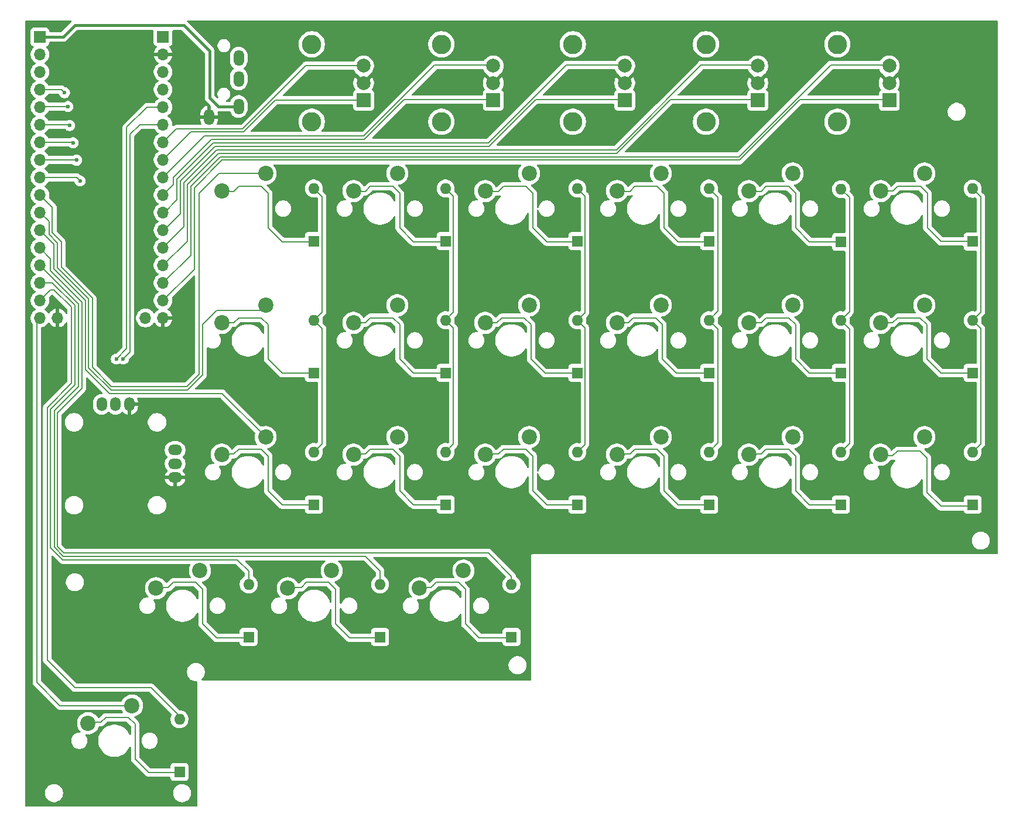
<source format=gbr>
%TF.GenerationSoftware,KiCad,Pcbnew,9.0.0*%
%TF.CreationDate,2025-03-26T22:33:01+09:00*%
%TF.ProjectId,keyboard,6b657962-6f61-4726-942e-6b696361645f,rev?*%
%TF.SameCoordinates,Original*%
%TF.FileFunction,Copper,L1,Top*%
%TF.FilePolarity,Positive*%
%FSLAX46Y46*%
G04 Gerber Fmt 4.6, Leading zero omitted, Abs format (unit mm)*
G04 Created by KiCad (PCBNEW 9.0.0) date 2025-03-26 22:33:01*
%MOMM*%
%LPD*%
G01*
G04 APERTURE LIST*
%TA.AperFunction,ComponentPad*%
%ADD10R,1.600000X1.600000*%
%TD*%
%TA.AperFunction,ComponentPad*%
%ADD11O,1.600000X1.600000*%
%TD*%
%TA.AperFunction,ComponentPad*%
%ADD12C,2.200000*%
%TD*%
%TA.AperFunction,ComponentPad*%
%ADD13O,1.500000X2.000000*%
%TD*%
%TA.AperFunction,ComponentPad*%
%ADD14O,2.000000X1.500000*%
%TD*%
%TA.AperFunction,ComponentPad*%
%ADD15R,2.000000X2.000000*%
%TD*%
%TA.AperFunction,ComponentPad*%
%ADD16C,2.000000*%
%TD*%
%TA.AperFunction,ComponentPad*%
%ADD17C,2.800000*%
%TD*%
%TA.AperFunction,ComponentPad*%
%ADD18R,1.700000X1.700000*%
%TD*%
%TA.AperFunction,ComponentPad*%
%ADD19O,1.700000X1.700000*%
%TD*%
%TA.AperFunction,ComponentPad*%
%ADD20O,1.500000X2.300000*%
%TD*%
%TA.AperFunction,ViaPad*%
%ADD21C,0.600000*%
%TD*%
%TA.AperFunction,Conductor*%
%ADD22C,0.200000*%
%TD*%
%TA.AperFunction,Conductor*%
%ADD23C,0.400000*%
%TD*%
G04 APERTURE END LIST*
D10*
%TO.P,D12,1,K*%
%TO.N,Net-(D12-K)*%
X114800000Y-88260000D03*
D11*
%TO.P,D12,2,A*%
%TO.N,col6*%
X114800000Y-80640000D03*
%TD*%
D10*
%TO.P,D9,1,K*%
%TO.N,Net-(D9-K)*%
X171950000Y-88260000D03*
D11*
%TO.P,D9,2,A*%
%TO.N,col3*%
X171950000Y-80640000D03*
%TD*%
D12*
%TO.P,SW12,1,A*%
%TO.N,row2*%
X107829000Y-78474000D03*
%TO.P,SW12,2,B*%
%TO.N,Net-(D12-K)*%
X101479000Y-81014000D03*
%TD*%
D10*
%TO.P,D6,1,K*%
%TO.N,Net-(D6-K)*%
X114800000Y-69210000D03*
D11*
%TO.P,D6,2,A*%
%TO.N,col6*%
X114800000Y-61590000D03*
%TD*%
D12*
%TO.P,SW14,1,A*%
%TO.N,row3*%
X184029000Y-97524000D03*
%TO.P,SW14,2,B*%
%TO.N,Net-(D14-K)*%
X177679000Y-100064000D03*
%TD*%
D10*
%TO.P,D20,1,K*%
%TO.N,Net-(D20-K)*%
X124380000Y-126435000D03*
D11*
%TO.P,D20,2,A*%
%TO.N,colX2*%
X124380000Y-118815000D03*
%TD*%
D10*
%TO.P,D3,1,K*%
%TO.N,Net-(D3-K)*%
X171950000Y-69210000D03*
D11*
%TO.P,D3,2,A*%
%TO.N,col3*%
X171950000Y-61590000D03*
%TD*%
D13*
%TO.P,J5,1,Pin_1*%
%TO.N,GND*%
X88137500Y-92787500D03*
D14*
X94737500Y-103387500D03*
D13*
%TO.P,J5,2,Pin_2*%
%TO.N,GPIO27*%
X86137500Y-92787500D03*
%TO.P,J5,3,Pin_3*%
%TO.N,+3.3V*%
X84137500Y-92787500D03*
D14*
X94737500Y-99387500D03*
%TO.P,J5,4,Pin_4*%
%TO.N,GPIO26*%
X94737500Y-101387500D03*
%TD*%
D12*
%TO.P,SW18,1,A*%
%TO.N,row3*%
X107829000Y-97524000D03*
%TO.P,SW18,2,B*%
%TO.N,Net-(D18-K)*%
X101479000Y-100064000D03*
%TD*%
D10*
%TO.P,D13,1,K*%
%TO.N,Net-(D13-K)*%
X210050000Y-107310000D03*
D11*
%TO.P,D13,2,A*%
%TO.N,col1*%
X210050000Y-99690000D03*
%TD*%
D10*
%TO.P,D1,1,K*%
%TO.N,Net-(D1-K)*%
X210050000Y-69255000D03*
D11*
%TO.P,D1,2,A*%
%TO.N,col1*%
X210050000Y-61635000D03*
%TD*%
D12*
%TO.P,SW17,1,A*%
%TO.N,row3*%
X126879000Y-97524000D03*
%TO.P,SW17,2,B*%
%TO.N,Net-(D17-K)*%
X120529000Y-100064000D03*
%TD*%
D15*
%TO.P,SW25,A,A*%
%TO.N,GPIO20*%
X159750000Y-48850000D03*
D16*
%TO.P,SW25,B,B*%
%TO.N,GPIO21*%
X159750000Y-43850000D03*
%TO.P,SW25,C,C*%
%TO.N,GND*%
X159750000Y-46350000D03*
D17*
%TO.P,SW25,MP*%
%TO.N,N/C*%
X152250000Y-51950000D03*
X152250000Y-40750000D03*
%TD*%
D10*
%TO.P,D21,1,K*%
%TO.N,Net-(D21-K)*%
X105380000Y-126435000D03*
D11*
%TO.P,D21,2,A*%
%TO.N,colX3*%
X105380000Y-118815000D03*
%TD*%
D12*
%TO.P,SW20,1,A*%
%TO.N,rowX*%
X117389000Y-116844000D03*
%TO.P,SW20,2,B*%
%TO.N,Net-(D20-K)*%
X111039000Y-119384000D03*
%TD*%
%TO.P,SW1,1,A*%
%TO.N,row1*%
X203079000Y-59424000D03*
%TO.P,SW1,2,B*%
%TO.N,Net-(D1-K)*%
X196729000Y-61964000D03*
%TD*%
D15*
%TO.P,SW23,A,A*%
%TO.N,GPIO16*%
X198000000Y-48850000D03*
D16*
%TO.P,SW23,B,B*%
%TO.N,GPIO17*%
X198000000Y-43850000D03*
%TO.P,SW23,C,C*%
%TO.N,GND*%
X198000000Y-46350000D03*
D17*
%TO.P,SW23,MP*%
%TO.N,N/C*%
X190500000Y-51950000D03*
X190500000Y-40750000D03*
%TD*%
D12*
%TO.P,SW11,1,A*%
%TO.N,row2*%
X126879000Y-78474000D03*
%TO.P,SW11,2,B*%
%TO.N,Net-(D11-K)*%
X120529000Y-81014000D03*
%TD*%
D10*
%TO.P,D17,1,K*%
%TO.N,Net-(D17-K)*%
X133850000Y-107310000D03*
D11*
%TO.P,D17,2,A*%
%TO.N,col5*%
X133850000Y-99690000D03*
%TD*%
D10*
%TO.P,D5,1,K*%
%TO.N,Net-(D5-K)*%
X133850000Y-69210000D03*
D11*
%TO.P,D5,2,A*%
%TO.N,col5*%
X133850000Y-61590000D03*
%TD*%
D10*
%TO.P,D19,1,K*%
%TO.N,Net-(D19-K)*%
X143380000Y-126435000D03*
D11*
%TO.P,D19,2,A*%
%TO.N,colX1*%
X143380000Y-118815000D03*
%TD*%
D12*
%TO.P,SW9,1,A*%
%TO.N,row2*%
X164979000Y-78474000D03*
%TO.P,SW9,2,B*%
%TO.N,Net-(D9-K)*%
X158629000Y-81014000D03*
%TD*%
%TO.P,SW10,1,A*%
%TO.N,row2*%
X145929000Y-78474000D03*
%TO.P,SW10,2,B*%
%TO.N,Net-(D10-K)*%
X139579000Y-81014000D03*
%TD*%
D10*
%TO.P,D11,1,K*%
%TO.N,Net-(D11-K)*%
X133850000Y-88260000D03*
D11*
%TO.P,D11,2,A*%
%TO.N,col5*%
X133850000Y-80640000D03*
%TD*%
D12*
%TO.P,SW15,1,A*%
%TO.N,row3*%
X164979000Y-97524000D03*
%TO.P,SW15,2,B*%
%TO.N,Net-(D15-K)*%
X158629000Y-100064000D03*
%TD*%
D10*
%TO.P,D4,1,K*%
%TO.N,Net-(D4-K)*%
X152900000Y-69210000D03*
D11*
%TO.P,D4,2,A*%
%TO.N,col4*%
X152900000Y-61590000D03*
%TD*%
D12*
%TO.P,SW5,1,A*%
%TO.N,row1*%
X126879000Y-59424000D03*
%TO.P,SW5,2,B*%
%TO.N,Net-(D5-K)*%
X120529000Y-61964000D03*
%TD*%
D18*
%TO.P,U1,1,+5V*%
%TO.N,VSYS*%
X75200000Y-39670000D03*
D19*
%TO.P,U1,2,GPIO0*%
%TO.N,GPIO0*%
X75200000Y-42210000D03*
%TO.P,U1,3,GPIO1*%
%TO.N,GPIO1*%
X75200000Y-44750000D03*
%TO.P,U1,4,GPIO2*%
%TO.N,col1*%
X75200000Y-47290000D03*
%TO.P,U1,5,GPIO3*%
%TO.N,col2*%
X75200000Y-49830000D03*
%TO.P,U1,6,GPIO4*%
%TO.N,col3*%
X75200000Y-52370000D03*
%TO.P,U1,7,GPIO5*%
%TO.N,col4*%
X75200000Y-54910000D03*
%TO.P,U1,8,GPIO6*%
%TO.N,col5*%
X75200000Y-57450000D03*
%TO.P,U1,9,GPIO7*%
%TO.N,col6*%
X75200000Y-59990000D03*
%TO.P,U1,10,GPIO8*%
%TO.N,row1*%
X75200000Y-62530000D03*
%TO.P,U1,11,GPIO9*%
%TO.N,row2*%
X75200000Y-65070000D03*
%TO.P,U1,12,GPIO10*%
%TO.N,row3*%
X75200000Y-67610000D03*
%TO.P,U1,13,GPIO11*%
%TO.N,colX1*%
X75200000Y-70150000D03*
%TO.P,U1,14,GPIO12*%
%TO.N,colX2*%
X75200000Y-72690000D03*
%TO.P,U1,15,GPIO13*%
%TO.N,colX3*%
X75200000Y-75230000D03*
%TO.P,U1,16,GPIO14*%
%TO.N,colX4*%
X75200000Y-77770000D03*
%TO.P,U1,17,GPIO15*%
%TO.N,rowX*%
X75200000Y-80310000D03*
%TO.P,U1,18,GND*%
%TO.N,GND*%
X93000000Y-80310000D03*
%TO.P,U1,19,GPIO16*%
%TO.N,GPIO16*%
X93000000Y-77770000D03*
%TO.P,U1,20,GPIO17*%
%TO.N,GPIO17*%
X93000000Y-75230000D03*
%TO.P,U1,21,GPIO18*%
%TO.N,GPIO18*%
X93000000Y-72690000D03*
%TO.P,U1,22,GPIO19*%
%TO.N,GPIO19*%
X93000000Y-70150000D03*
%TO.P,U1,23,GPIO20*%
%TO.N,GPIO20*%
X93000000Y-67610000D03*
%TO.P,U1,24,GPIO21*%
%TO.N,GPIO21*%
X93000000Y-65070000D03*
%TO.P,U1,25,GPIO22*%
%TO.N,GPIO22*%
X93000000Y-62530000D03*
%TO.P,U1,26,GPIO23*%
%TO.N,GPIO23*%
X93000000Y-59990000D03*
%TO.P,U1,27,GPIO24*%
%TO.N,GPIO24*%
X93000000Y-57450000D03*
%TO.P,U1,28,GPIO25*%
%TO.N,GPIO25*%
X93000000Y-54910000D03*
%TO.P,U1,29,GPIO26*%
%TO.N,GPIO26*%
X93000000Y-52370000D03*
%TO.P,U1,30,GPIO27*%
%TO.N,GPIO27*%
X93000000Y-49830000D03*
%TO.P,U1,31,GPIO28*%
%TO.N,unconnected-(U1-GPIO28-Pad31)*%
X93000000Y-47290000D03*
%TO.P,U1,32,GPIO29*%
%TO.N,unconnected-(U1-GPIO29-Pad32)*%
X93000000Y-44750000D03*
%TO.P,U1,33,GND*%
%TO.N,GND*%
X93000000Y-42210000D03*
D18*
%TO.P,U1,34,+3.3V*%
%TO.N,+3.3V*%
X93000000Y-39670000D03*
D19*
%TO.P,U1,GND,GND*%
%TO.N,GND*%
X77740000Y-80310000D03*
%TO.P,U1,RUN,RUN*%
%TO.N,unconnected-(U1-PadRUN)*%
X90460000Y-80310000D03*
%TD*%
D10*
%TO.P,D7,1,K*%
%TO.N,Net-(D7-K)*%
X210050000Y-88260000D03*
D11*
%TO.P,D7,2,A*%
%TO.N,col1*%
X210050000Y-80640000D03*
%TD*%
D12*
%TO.P,SW13,1,A*%
%TO.N,row3*%
X203079000Y-97524000D03*
%TO.P,SW13,2,B*%
%TO.N,Net-(D13-K)*%
X196729000Y-100064000D03*
%TD*%
D10*
%TO.P,D18,1,K*%
%TO.N,Net-(D18-K)*%
X114800000Y-107310000D03*
D11*
%TO.P,D18,2,A*%
%TO.N,col6*%
X114800000Y-99690000D03*
%TD*%
D10*
%TO.P,D15,1,K*%
%TO.N,Net-(D15-K)*%
X171950000Y-107310000D03*
D11*
%TO.P,D15,2,A*%
%TO.N,col3*%
X171950000Y-99690000D03*
%TD*%
D15*
%TO.P,SW24,A,A*%
%TO.N,GPIO18*%
X179000000Y-48850000D03*
D16*
%TO.P,SW24,B,B*%
%TO.N,GPIO19*%
X179000000Y-43850000D03*
%TO.P,SW24,C,C*%
%TO.N,GND*%
X179000000Y-46350000D03*
D17*
%TO.P,SW24,MP*%
%TO.N,N/C*%
X171500000Y-51950000D03*
X171500000Y-40750000D03*
%TD*%
D12*
%TO.P,SW2,1,A*%
%TO.N,row1*%
X184029000Y-59424000D03*
%TO.P,SW2,2,B*%
%TO.N,Net-(D2-K)*%
X177679000Y-61964000D03*
%TD*%
D20*
%TO.P,J4,R1*%
%TO.N,GPIO1*%
X103950000Y-45750000D03*
%TO.P,J4,R2*%
%TO.N,GPIO0*%
X103950000Y-42750000D03*
%TO.P,J4,S*%
%TO.N,GND*%
X99650000Y-51250000D03*
%TO.P,J4,T*%
%TO.N,VSYS*%
X103950000Y-49750000D03*
%TD*%
D15*
%TO.P,SW26,A,A*%
%TO.N,GPIO22*%
X140750000Y-48850000D03*
D16*
%TO.P,SW26,B,B*%
%TO.N,GPIO23*%
X140750000Y-43850000D03*
%TO.P,SW26,C,C*%
%TO.N,GND*%
X140750000Y-46350000D03*
D17*
%TO.P,SW26,MP*%
%TO.N,N/C*%
X133250000Y-51950000D03*
X133250000Y-40750000D03*
%TD*%
D10*
%TO.P,D8,1,K*%
%TO.N,Net-(D8-K)*%
X191000000Y-88260000D03*
D11*
%TO.P,D8,2,A*%
%TO.N,col2*%
X191000000Y-80640000D03*
%TD*%
D15*
%TO.P,SW27,A,A*%
%TO.N,GPIO24*%
X122000000Y-48850000D03*
D16*
%TO.P,SW27,B,B*%
%TO.N,GPIO25*%
X122000000Y-43850000D03*
%TO.P,SW27,C,C*%
%TO.N,GND*%
X122000000Y-46350000D03*
D17*
%TO.P,SW27,MP*%
%TO.N,N/C*%
X114500000Y-51950000D03*
X114500000Y-40750000D03*
%TD*%
D10*
%TO.P,D2,1,K*%
%TO.N,Net-(D2-K)*%
X191049000Y-69310000D03*
D11*
%TO.P,D2,2,A*%
%TO.N,col2*%
X191049000Y-61690000D03*
%TD*%
D12*
%TO.P,SW3,1,A*%
%TO.N,row1*%
X164979000Y-59424000D03*
%TO.P,SW3,2,B*%
%TO.N,Net-(D3-K)*%
X158629000Y-61964000D03*
%TD*%
%TO.P,SW4,1,A*%
%TO.N,row1*%
X145929000Y-59424000D03*
%TO.P,SW4,2,B*%
%TO.N,Net-(D4-K)*%
X139579000Y-61964000D03*
%TD*%
%TO.P,SW6,1,A*%
%TO.N,row1*%
X107829000Y-59424000D03*
%TO.P,SW6,2,B*%
%TO.N,Net-(D6-K)*%
X101479000Y-61964000D03*
%TD*%
%TO.P,SW8,1,A*%
%TO.N,row2*%
X184029000Y-78474000D03*
%TO.P,SW8,2,B*%
%TO.N,Net-(D8-K)*%
X177679000Y-81014000D03*
%TD*%
D10*
%TO.P,D22,1,K*%
%TO.N,Net-(D22-K)*%
X95380000Y-145935000D03*
D11*
%TO.P,D22,2,A*%
%TO.N,colX4*%
X95380000Y-138315000D03*
%TD*%
D12*
%TO.P,SW22,1,A*%
%TO.N,rowX*%
X88519000Y-136344000D03*
%TO.P,SW22,2,B*%
%TO.N,Net-(D22-K)*%
X82169000Y-138884000D03*
%TD*%
D10*
%TO.P,D16,1,K*%
%TO.N,Net-(D16-K)*%
X152900000Y-107310000D03*
D11*
%TO.P,D16,2,A*%
%TO.N,col4*%
X152900000Y-99690000D03*
%TD*%
D10*
%TO.P,D10,1,K*%
%TO.N,Net-(D10-K)*%
X152900000Y-88260000D03*
D11*
%TO.P,D10,2,A*%
%TO.N,col4*%
X152900000Y-80640000D03*
%TD*%
D10*
%TO.P,D14,1,K*%
%TO.N,Net-(D14-K)*%
X191000000Y-107310000D03*
D11*
%TO.P,D14,2,A*%
%TO.N,col2*%
X191000000Y-99690000D03*
%TD*%
D12*
%TO.P,SW19,1,A*%
%TO.N,rowX*%
X136439000Y-116844000D03*
%TO.P,SW19,2,B*%
%TO.N,Net-(D19-K)*%
X130089000Y-119384000D03*
%TD*%
%TO.P,SW7,1,A*%
%TO.N,row2*%
X203079000Y-78474000D03*
%TO.P,SW7,2,B*%
%TO.N,Net-(D7-K)*%
X196729000Y-81014000D03*
%TD*%
%TO.P,SW16,1,A*%
%TO.N,row3*%
X145929000Y-97524000D03*
%TO.P,SW16,2,B*%
%TO.N,Net-(D16-K)*%
X139579000Y-100064000D03*
%TD*%
%TO.P,SW21,1,A*%
%TO.N,rowX*%
X98339000Y-116844000D03*
%TO.P,SW21,2,B*%
%TO.N,Net-(D21-K)*%
X91989000Y-119384000D03*
%TD*%
D21*
%TO.N,GND*%
X75750000Y-91750000D03*
X77250000Y-78000000D03*
X87250000Y-124000000D03*
X126750000Y-40250000D03*
X85000000Y-70000000D03*
X178000000Y-90500000D03*
X116500000Y-46500000D03*
X158250000Y-91000000D03*
X133250000Y-46500000D03*
X154500000Y-45750000D03*
X119750000Y-90250000D03*
X188000000Y-112750000D03*
X107000000Y-110750000D03*
X188750000Y-72250000D03*
X86250000Y-46250000D03*
X139750000Y-119000000D03*
X112750000Y-128750000D03*
X149750000Y-110250000D03*
X206500000Y-42000000D03*
X78500000Y-145000000D03*
X146500000Y-40250000D03*
X165250000Y-110250000D03*
X85750000Y-109250000D03*
X168750000Y-71500000D03*
X184500000Y-107750000D03*
X193750000Y-46000000D03*
X206250000Y-92250000D03*
X138750000Y-90250000D03*
X83500000Y-102000000D03*
X149250000Y-72250000D03*
X165500000Y-40250000D03*
X197750000Y-71500000D03*
X130750000Y-72000000D03*
X129500000Y-112500000D03*
X187000000Y-40250000D03*
X95500000Y-141750000D03*
X175000000Y-46250000D03*
%TO.N,col1*%
X78750000Y-47750000D03*
%TO.N,col2*%
X79250000Y-49750000D03*
%TO.N,col3*%
X79500000Y-52500000D03*
%TO.N,col4*%
X80000000Y-55000000D03*
%TO.N,col5*%
X80500000Y-57500000D03*
%TO.N,col6*%
X81000000Y-60500000D03*
%TO.N,GPIO27*%
X86250000Y-86250000D03*
%TO.N,GPIO26*%
X87250000Y-86250000D03*
%TD*%
D22*
%TO.N,colX4*%
X75200000Y-77770000D02*
X76720000Y-76250000D01*
X95380000Y-137880000D02*
X95380000Y-138315000D01*
X76720000Y-76250000D02*
X77250000Y-76250000D01*
X91250000Y-133750000D02*
X95380000Y-137880000D01*
X77250000Y-76250000D02*
X79750000Y-78750000D01*
X76250000Y-129750000D02*
X80250000Y-133750000D01*
X79750000Y-78750000D02*
X79750000Y-89750000D01*
X79750000Y-89750000D02*
X76250000Y-93250000D01*
X76250000Y-93250000D02*
X76250000Y-129750000D01*
X80250000Y-133750000D02*
X91250000Y-133750000D01*
%TO.N,colX3*%
X105380000Y-118815000D02*
X105380000Y-116880000D01*
X105380000Y-116880000D02*
X103750000Y-115250000D01*
X103750000Y-115250000D02*
X78500000Y-115250000D01*
X78500000Y-115250000D02*
X76750000Y-113500000D01*
X76750000Y-113500000D02*
X76750000Y-93500000D01*
X76750000Y-93500000D02*
X80250000Y-90000000D01*
X80250000Y-90000000D02*
X80250000Y-78500000D01*
X80250000Y-78500000D02*
X76980000Y-75230000D01*
X76980000Y-75230000D02*
X75200000Y-75230000D01*
%TO.N,colX2*%
X124380000Y-118815000D02*
X124380000Y-116880000D01*
X124380000Y-116880000D02*
X122250000Y-114750000D01*
X122250000Y-114750000D02*
X78565686Y-114750000D01*
X78565686Y-114750000D02*
X77282843Y-113467157D01*
X80750000Y-90250000D02*
X80750000Y-78250000D01*
X77282843Y-113467157D02*
X77282843Y-93717157D01*
X80750000Y-78250000D02*
X75200000Y-72700000D01*
X77282843Y-93717157D02*
X80750000Y-90250000D01*
X75200000Y-72700000D02*
X75200000Y-72690000D01*
%TO.N,colX1*%
X143380000Y-118815000D02*
X143380000Y-117630000D01*
X78631372Y-114250000D02*
X77750000Y-113368628D01*
X143380000Y-117630000D02*
X140000000Y-114250000D01*
X76750000Y-71750000D02*
X75200000Y-70200000D01*
X140000000Y-114250000D02*
X78631372Y-114250000D01*
X77750000Y-113368628D02*
X77750000Y-94000000D01*
X77750000Y-94000000D02*
X81250000Y-90500000D01*
X76750000Y-73500000D02*
X76750000Y-71750000D01*
X81250000Y-90500000D02*
X81250000Y-78000000D01*
X81250000Y-78000000D02*
X76750000Y-73500000D01*
X75200000Y-70200000D02*
X75200000Y-70150000D01*
D23*
%TO.N,VSYS*%
X80250000Y-38000000D02*
X96000000Y-38000000D01*
X99750000Y-48500000D02*
X99750000Y-41750000D01*
X96000000Y-38000000D02*
X99750000Y-41750000D01*
X103950000Y-49750000D02*
X101000000Y-49750000D01*
X101000000Y-49750000D02*
X99750000Y-48500000D01*
X78580000Y-39670000D02*
X80250000Y-38000000D01*
X75200000Y-39670000D02*
X78580000Y-39670000D01*
D22*
%TO.N,Net-(D1-K)*%
X203500000Y-62250000D02*
X203500000Y-67250000D01*
X203500000Y-67250000D02*
X205505000Y-69255000D01*
X199250000Y-61250000D02*
X202500000Y-61250000D01*
X196729000Y-61964000D02*
X198536000Y-61964000D01*
X202500000Y-61250000D02*
X203500000Y-62250000D01*
X198536000Y-61964000D02*
X199250000Y-61250000D01*
X205505000Y-69255000D02*
X210050000Y-69255000D01*
%TO.N,col1*%
X78290000Y-47290000D02*
X75200000Y-47290000D01*
X78750000Y-47750000D02*
X78290000Y-47290000D01*
X211250000Y-79440000D02*
X211250000Y-62835000D01*
X211250000Y-98490000D02*
X211250000Y-81840000D01*
X210050000Y-80640000D02*
X211250000Y-79440000D01*
X211250000Y-81840000D02*
X210050000Y-80640000D01*
X210050000Y-99690000D02*
X211250000Y-98490000D01*
X211250000Y-62835000D02*
X210050000Y-61635000D01*
%TO.N,col2*%
X192250000Y-79390000D02*
X192250000Y-62891000D01*
X191000000Y-99690000D02*
X192250000Y-98440000D01*
X75280000Y-49750000D02*
X75200000Y-49830000D01*
X192250000Y-81890000D02*
X191000000Y-80640000D01*
X79250000Y-49750000D02*
X75280000Y-49750000D01*
X191000000Y-80640000D02*
X192250000Y-79390000D01*
X192250000Y-98440000D02*
X192250000Y-81890000D01*
X192250000Y-62891000D02*
X191049000Y-61690000D01*
%TO.N,Net-(D2-K)*%
X179500000Y-62000000D02*
X180214000Y-61286000D01*
X177693000Y-62000000D02*
X179500000Y-62000000D01*
X180214000Y-61286000D02*
X183464000Y-61286000D01*
X186469000Y-69291000D02*
X191014000Y-69291000D01*
X183464000Y-61286000D02*
X184464000Y-62286000D01*
X184464000Y-62286000D02*
X184464000Y-67286000D01*
X184464000Y-67286000D02*
X186469000Y-69291000D01*
%TO.N,Net-(D3-K)*%
X165464000Y-67286000D02*
X167469000Y-69291000D01*
X158693000Y-62000000D02*
X160500000Y-62000000D01*
X164464000Y-61286000D02*
X165464000Y-62286000D01*
X165464000Y-62286000D02*
X165464000Y-67286000D01*
X160500000Y-62000000D02*
X161214000Y-61286000D01*
X161214000Y-61286000D02*
X164464000Y-61286000D01*
X167469000Y-69291000D02*
X172014000Y-69291000D01*
%TO.N,col3*%
X171950000Y-99690000D02*
X173250000Y-98390000D01*
X79500000Y-52500000D02*
X79370000Y-52370000D01*
X173250000Y-81940000D02*
X171950000Y-80640000D01*
X173250000Y-62890000D02*
X173250000Y-79340000D01*
X171950000Y-61590000D02*
X173250000Y-62890000D01*
X173250000Y-98390000D02*
X173250000Y-81940000D01*
X79370000Y-52370000D02*
X75200000Y-52370000D01*
X173250000Y-79340000D02*
X171950000Y-80640000D01*
%TO.N,Net-(D4-K)*%
X148469000Y-69291000D02*
X153014000Y-69291000D01*
X145464000Y-61286000D02*
X146464000Y-62286000D01*
X141500000Y-62000000D02*
X142214000Y-61286000D01*
X146464000Y-62286000D02*
X146464000Y-67286000D01*
X142214000Y-61286000D02*
X145464000Y-61286000D01*
X146464000Y-67286000D02*
X148469000Y-69291000D01*
X139693000Y-62000000D02*
X141500000Y-62000000D01*
%TO.N,col4*%
X154000000Y-81740000D02*
X154000000Y-98590000D01*
X154000000Y-79540000D02*
X152900000Y-80640000D01*
X79910000Y-54910000D02*
X75200000Y-54910000D01*
X80000000Y-55000000D02*
X79910000Y-54910000D01*
X154000000Y-62690000D02*
X154000000Y-64750000D01*
X154000000Y-98590000D02*
X152900000Y-99690000D01*
X154000000Y-64750000D02*
X154000000Y-79540000D01*
X152900000Y-61590000D02*
X154000000Y-62690000D01*
X152900000Y-80640000D02*
X154000000Y-81740000D01*
%TO.N,col5*%
X135000000Y-79490000D02*
X133850000Y-80640000D01*
X133850000Y-99690000D02*
X135000000Y-98540000D01*
X135000000Y-62740000D02*
X135000000Y-79490000D01*
X133850000Y-61590000D02*
X135000000Y-62740000D01*
X80000000Y-57500000D02*
X79950000Y-57450000D01*
X135000000Y-81790000D02*
X133850000Y-80640000D01*
X135000000Y-98540000D02*
X135000000Y-81790000D01*
X79950000Y-57450000D02*
X75200000Y-57450000D01*
X80500000Y-57500000D02*
X80000000Y-57500000D01*
%TO.N,Net-(D5-K)*%
X122250000Y-62000000D02*
X122964000Y-61286000D01*
X129219000Y-69291000D02*
X133764000Y-69291000D01*
X122964000Y-61286000D02*
X126214000Y-61286000D01*
X127214000Y-62286000D02*
X127214000Y-67286000D01*
X126214000Y-61286000D02*
X127214000Y-62286000D01*
X127214000Y-67286000D02*
X129219000Y-69291000D01*
X120443000Y-62000000D02*
X122250000Y-62000000D01*
%TO.N,Net-(D6-K)*%
X103964000Y-61286000D02*
X107214000Y-61286000D01*
X110219000Y-69291000D02*
X114764000Y-69291000D01*
X108214000Y-67286000D02*
X110219000Y-69291000D01*
X101443000Y-62000000D02*
X103250000Y-62000000D01*
X108214000Y-62286000D02*
X108214000Y-67286000D01*
X103250000Y-62000000D02*
X103964000Y-61286000D01*
X107214000Y-61286000D02*
X108214000Y-62286000D01*
%TO.N,Net-(D7-K)*%
X205469000Y-88291000D02*
X210014000Y-88291000D01*
X196693000Y-81000000D02*
X198500000Y-81000000D01*
X199214000Y-80286000D02*
X202464000Y-80286000D01*
X198500000Y-81000000D02*
X199214000Y-80286000D01*
X203464000Y-81286000D02*
X203464000Y-86286000D01*
X203464000Y-86286000D02*
X205469000Y-88291000D01*
X202464000Y-80286000D02*
X203464000Y-81286000D01*
%TO.N,Net-(D8-K)*%
X184464000Y-81286000D02*
X184464000Y-86286000D01*
X180214000Y-80286000D02*
X183464000Y-80286000D01*
X177693000Y-81000000D02*
X179500000Y-81000000D01*
X183464000Y-80286000D02*
X184464000Y-81286000D01*
X179500000Y-81000000D02*
X180214000Y-80286000D01*
X184464000Y-86286000D02*
X186469000Y-88291000D01*
X186469000Y-88291000D02*
X191014000Y-88291000D01*
%TO.N,Net-(D9-K)*%
X160964000Y-80286000D02*
X164214000Y-80286000D01*
X160250000Y-81000000D02*
X160964000Y-80286000D01*
X165214000Y-86286000D02*
X167219000Y-88291000D01*
X164214000Y-80286000D02*
X165214000Y-81286000D01*
X158443000Y-81000000D02*
X160250000Y-81000000D01*
X167219000Y-88291000D02*
X171764000Y-88291000D01*
X165214000Y-81286000D02*
X165214000Y-86286000D01*
%TO.N,Net-(D10-K)*%
X146214000Y-86286000D02*
X148219000Y-88291000D01*
X141964000Y-80286000D02*
X145214000Y-80286000D01*
X148219000Y-88291000D02*
X152764000Y-88291000D01*
X145214000Y-80286000D02*
X146214000Y-81286000D01*
X139443000Y-81000000D02*
X141250000Y-81000000D01*
X146214000Y-81286000D02*
X146214000Y-86286000D01*
X141250000Y-81000000D02*
X141964000Y-80286000D01*
%TO.N,Net-(D11-K)*%
X122964000Y-80286000D02*
X126214000Y-80286000D01*
X122250000Y-81000000D02*
X122964000Y-80286000D01*
X127214000Y-86286000D02*
X129219000Y-88291000D01*
X120443000Y-81000000D02*
X122250000Y-81000000D01*
X129219000Y-88291000D02*
X133764000Y-88291000D01*
X126214000Y-80286000D02*
X127214000Y-81286000D01*
X127214000Y-81286000D02*
X127214000Y-86286000D01*
%TO.N,Net-(D12-K)*%
X108214000Y-81286000D02*
X108214000Y-86286000D01*
X108214000Y-86286000D02*
X110219000Y-88291000D01*
X103250000Y-81000000D02*
X103964000Y-80286000D01*
X101443000Y-81000000D02*
X103250000Y-81000000D01*
X107214000Y-80286000D02*
X108214000Y-81286000D01*
X103964000Y-80286000D02*
X107214000Y-80286000D01*
X110219000Y-88291000D02*
X114764000Y-88291000D01*
%TO.N,Net-(D13-K)*%
X198500000Y-100250000D02*
X199214000Y-99536000D01*
X199214000Y-99536000D02*
X202464000Y-99536000D01*
X203464000Y-100536000D02*
X203464000Y-105536000D01*
X202464000Y-99536000D02*
X203464000Y-100536000D01*
X196693000Y-100250000D02*
X198500000Y-100250000D01*
X205469000Y-107541000D02*
X210014000Y-107541000D01*
X203464000Y-105536000D02*
X205469000Y-107541000D01*
%TO.N,Net-(D14-K)*%
X186469000Y-107291000D02*
X191014000Y-107291000D01*
X180214000Y-99286000D02*
X183464000Y-99286000D01*
X179500000Y-100000000D02*
X180214000Y-99286000D01*
X177693000Y-100000000D02*
X179500000Y-100000000D01*
X183464000Y-99286000D02*
X184464000Y-100286000D01*
X184464000Y-100286000D02*
X184464000Y-105286000D01*
X184464000Y-105286000D02*
X186469000Y-107291000D01*
%TO.N,Net-(D15-K)*%
X165464000Y-100286000D02*
X165464000Y-105286000D01*
X158693000Y-100000000D02*
X160500000Y-100000000D01*
X167469000Y-107291000D02*
X172014000Y-107291000D01*
X165464000Y-105286000D02*
X167469000Y-107291000D01*
X164464000Y-99286000D02*
X165464000Y-100286000D01*
X161214000Y-99286000D02*
X164464000Y-99286000D01*
X160500000Y-100000000D02*
X161214000Y-99286000D01*
%TO.N,col6*%
X80490000Y-59990000D02*
X81000000Y-60500000D01*
X116000000Y-81840000D02*
X114800000Y-80640000D01*
X114800000Y-61590000D02*
X116000000Y-62790000D01*
X116000000Y-62790000D02*
X116000000Y-79440000D01*
X116000000Y-98490000D02*
X116000000Y-81840000D01*
X75200000Y-59990000D02*
X80490000Y-59990000D01*
X116000000Y-79440000D02*
X114800000Y-80640000D01*
X114800000Y-99690000D02*
X116000000Y-98490000D01*
%TO.N,Net-(D16-K)*%
X148469000Y-107291000D02*
X153014000Y-107291000D01*
X145464000Y-99286000D02*
X146464000Y-100286000D01*
X141500000Y-100000000D02*
X142214000Y-99286000D01*
X142214000Y-99286000D02*
X145464000Y-99286000D01*
X139693000Y-100000000D02*
X141500000Y-100000000D01*
X146464000Y-105286000D02*
X148469000Y-107291000D01*
X146464000Y-100286000D02*
X146464000Y-105286000D01*
%TO.N,Net-(D17-K)*%
X127214000Y-105286000D02*
X129219000Y-107291000D01*
X127214000Y-100286000D02*
X127214000Y-105286000D01*
X122964000Y-99286000D02*
X126214000Y-99286000D01*
X120443000Y-100000000D02*
X122250000Y-100000000D01*
X126214000Y-99286000D02*
X127214000Y-100286000D01*
X129219000Y-107291000D02*
X133764000Y-107291000D01*
X122250000Y-100000000D02*
X122964000Y-99286000D01*
%TO.N,Net-(D18-K)*%
X107214000Y-99286000D02*
X108214000Y-100286000D01*
X108214000Y-105286000D02*
X110219000Y-107291000D01*
X101443000Y-100000000D02*
X103250000Y-100000000D01*
X103964000Y-99286000D02*
X107214000Y-99286000D01*
X110219000Y-107291000D02*
X114764000Y-107291000D01*
X108214000Y-100286000D02*
X108214000Y-105286000D01*
X103250000Y-100000000D02*
X103964000Y-99286000D01*
%TO.N,GPIO23*%
X98990000Y-54000000D02*
X93000000Y-59990000D01*
X132291450Y-43750000D02*
X122041450Y-54000000D01*
X122041450Y-54000000D02*
X98990000Y-54000000D01*
X140641450Y-43750000D02*
X132291450Y-43750000D01*
%TO.N,GPIO22*%
X94500000Y-60000000D02*
X94500000Y-61030000D01*
X140641450Y-48750000D02*
X127858550Y-48750000D01*
X122080707Y-54527843D02*
X99972157Y-54527843D01*
X127858550Y-48750000D02*
X122080707Y-54527843D01*
X94500000Y-61030000D02*
X93000000Y-62530000D01*
X99972157Y-54527843D02*
X94500000Y-60000000D01*
%TO.N,GPIO20*%
X140108550Y-55500000D02*
X100500000Y-55500000D01*
X146858550Y-48750000D02*
X140108550Y-55500000D01*
X95500000Y-60500000D02*
X95500000Y-65250000D01*
X95500000Y-65250000D02*
X93140000Y-67610000D01*
X100500000Y-55500000D02*
X95500000Y-60500000D01*
X93140000Y-67610000D02*
X93000000Y-67610000D01*
X159641450Y-48750000D02*
X146858550Y-48750000D01*
%TO.N,GPIO17*%
X197891450Y-43750000D02*
X189541450Y-43750000D01*
X101250000Y-57000000D02*
X97000000Y-61250000D01*
X97000000Y-71230000D02*
X93000000Y-75230000D01*
X97000000Y-61250000D02*
X97000000Y-71230000D01*
X189541450Y-43750000D02*
X176291450Y-57000000D01*
X176291450Y-57000000D02*
X101250000Y-57000000D01*
%TO.N,GPIO16*%
X197891450Y-48750000D02*
X185108550Y-48750000D01*
X97500000Y-61500000D02*
X97500000Y-73270000D01*
X101500000Y-57500000D02*
X97500000Y-61500000D01*
X185108550Y-48750000D02*
X176358550Y-57500000D01*
X97500000Y-73270000D02*
X93000000Y-77770000D01*
X176358550Y-57500000D02*
X101500000Y-57500000D01*
%TO.N,GPIO18*%
X166358550Y-48750000D02*
X158608550Y-56500000D01*
X96500000Y-61000000D02*
X96500000Y-69190000D01*
X101000000Y-56500000D02*
X96500000Y-61000000D01*
X96500000Y-69190000D02*
X93000000Y-72690000D01*
X179141450Y-48750000D02*
X166358550Y-48750000D01*
X158608550Y-56500000D02*
X101000000Y-56500000D01*
%TO.N,GPIO21*%
X95032843Y-60250000D02*
X95032843Y-63217157D01*
X140041450Y-55000000D02*
X100282843Y-55000000D01*
X100282843Y-55000000D02*
X95032843Y-60250000D01*
X95032843Y-63217157D02*
X93180000Y-65070000D01*
X93180000Y-65070000D02*
X93000000Y-65070000D01*
X159641450Y-43750000D02*
X151291450Y-43750000D01*
X151291450Y-43750000D02*
X140041450Y-55000000D01*
%TO.N,GPIO19*%
X96000000Y-67150000D02*
X93000000Y-70150000D01*
X179141450Y-43750000D02*
X170791450Y-43750000D01*
X170791450Y-43750000D02*
X158541450Y-56000000D01*
X100750000Y-56000000D02*
X96000000Y-60750000D01*
X96000000Y-60750000D02*
X96000000Y-67150000D01*
X158541450Y-56000000D02*
X100750000Y-56000000D01*
%TO.N,GPIO27*%
X86250000Y-86250000D02*
X87750000Y-84750000D01*
X87750000Y-52750000D02*
X90670000Y-49830000D01*
X90670000Y-49830000D02*
X93000000Y-49830000D01*
X87750000Y-84750000D02*
X87750000Y-52750000D01*
%TO.N,GPIO25*%
X104500000Y-53000000D02*
X113650000Y-43850000D01*
X113650000Y-43850000D02*
X122000000Y-43850000D01*
X93000000Y-54910000D02*
X94910000Y-53000000D01*
X94910000Y-53000000D02*
X104500000Y-53000000D01*
%TO.N,Net-(D19-K)*%
X129943000Y-119250000D02*
X131750000Y-119250000D01*
X136714000Y-124536000D02*
X138719000Y-126541000D01*
X135714000Y-118536000D02*
X136714000Y-119536000D01*
X131750000Y-119250000D02*
X132464000Y-118536000D01*
X138719000Y-126541000D02*
X143264000Y-126541000D01*
X136714000Y-119536000D02*
X136714000Y-124536000D01*
X132464000Y-118536000D02*
X135714000Y-118536000D01*
%TO.N,GPIO26*%
X89630000Y-52370000D02*
X93000000Y-52370000D01*
X88250000Y-53750000D02*
X89630000Y-52370000D01*
X88250000Y-85250000D02*
X88250000Y-53750000D01*
X87250000Y-86250000D02*
X88250000Y-85250000D01*
%TO.N,Net-(D20-K)*%
X119969000Y-126541000D02*
X124514000Y-126541000D01*
X113000000Y-119250000D02*
X113714000Y-118536000D01*
X113714000Y-118536000D02*
X116964000Y-118536000D01*
X117964000Y-124536000D02*
X119969000Y-126541000D01*
X111193000Y-119250000D02*
X113000000Y-119250000D01*
X116964000Y-118536000D02*
X117964000Y-119536000D01*
X117964000Y-119536000D02*
X117964000Y-124536000D01*
%TO.N,GPIO24*%
X93000000Y-57450000D02*
X97049000Y-53401000D01*
X97049000Y-53401000D02*
X104666100Y-53401000D01*
X104666100Y-53401000D02*
X109217100Y-48850000D01*
X109217100Y-48850000D02*
X122000000Y-48850000D01*
%TO.N,row1*%
X75200000Y-62530000D02*
X77000000Y-64330000D01*
X78282843Y-72967157D02*
X78282843Y-69282843D01*
X96467157Y-90217157D02*
X86750000Y-90217157D01*
X77000000Y-64330000D02*
X77000000Y-65250000D01*
X107829000Y-59424000D02*
X101076000Y-59424000D01*
X98250000Y-62250000D02*
X98250000Y-88434314D01*
X85532843Y-90217157D02*
X82782843Y-87467157D01*
X86750000Y-90217157D02*
X85532843Y-90217157D01*
X78282843Y-69282843D02*
X77250000Y-68250000D01*
X77000000Y-68000000D02*
X77000000Y-65250000D01*
X101076000Y-59424000D02*
X98250000Y-62250000D01*
X77250000Y-68250000D02*
X77000000Y-68000000D01*
X98250000Y-88434314D02*
X96467157Y-90217157D01*
X82782843Y-87467157D02*
X82782843Y-77467157D01*
X82782843Y-77467157D02*
X78282843Y-72967157D01*
%TO.N,row2*%
X82250000Y-77500000D02*
X77750000Y-73000000D01*
X107829000Y-78474000D02*
X107053000Y-79250000D01*
X76500000Y-66370000D02*
X75200000Y-65070000D01*
X82250000Y-87500000D02*
X82250000Y-77500000D01*
X77750000Y-73000000D02*
X77750000Y-69500000D01*
X96500000Y-90750000D02*
X85500000Y-90750000D01*
X98750000Y-88500000D02*
X96500000Y-90750000D01*
X100750000Y-79250000D02*
X98750000Y-81250000D01*
X76500000Y-68250000D02*
X76500000Y-66370000D01*
X98750000Y-81250000D02*
X98750000Y-88500000D01*
X85500000Y-90750000D02*
X82250000Y-87500000D01*
X107053000Y-79250000D02*
X100750000Y-79250000D01*
X77750000Y-69500000D02*
X76500000Y-68250000D01*
%TO.N,row3*%
X85250000Y-91250000D02*
X81750000Y-87750000D01*
X107829000Y-97524000D02*
X101555000Y-91250000D01*
X81750000Y-77750000D02*
X81750000Y-78250000D01*
X77250000Y-73250000D02*
X81750000Y-77750000D01*
X75200000Y-67610000D02*
X77250000Y-69660000D01*
X101555000Y-91250000D02*
X85250000Y-91250000D01*
X77250000Y-69660000D02*
X77250000Y-73250000D01*
X81750000Y-87750000D02*
X81750000Y-78250000D01*
%TO.N,GPIO1*%
X103950000Y-45750000D02*
X103934314Y-45750000D01*
%TO.N,GPIO0*%
X75790000Y-42210000D02*
X75200000Y-42210000D01*
%TO.N,Net-(D21-K)*%
X91943000Y-119250000D02*
X93750000Y-119250000D01*
X94464000Y-118536000D02*
X97714000Y-118536000D01*
X98714000Y-124536000D02*
X100719000Y-126541000D01*
X98714000Y-119536000D02*
X98714000Y-124536000D01*
X93750000Y-119250000D02*
X94464000Y-118536000D01*
X100719000Y-126541000D02*
X105264000Y-126541000D01*
X97714000Y-118536000D02*
X98714000Y-119536000D01*
%TO.N,Net-(D22-K)*%
X87964000Y-138036000D02*
X88964000Y-139036000D01*
X88964000Y-139036000D02*
X88964000Y-144036000D01*
X84714000Y-138036000D02*
X87964000Y-138036000D01*
X90969000Y-146041000D02*
X95514000Y-146041000D01*
X82193000Y-138750000D02*
X84000000Y-138750000D01*
X88964000Y-144036000D02*
X90969000Y-146041000D01*
X84000000Y-138750000D02*
X84714000Y-138036000D01*
%TO.N,rowX*%
X88519000Y-136344000D02*
X78094000Y-136344000D01*
X74750000Y-133000000D02*
X74750000Y-80760000D01*
X78094000Y-136344000D02*
X74750000Y-133000000D01*
X74750000Y-80760000D02*
X75200000Y-80310000D01*
%TD*%
%TA.AperFunction,Conductor*%
%TO.N,GND*%
G36*
X79726519Y-37320185D02*
G01*
X79772274Y-37372989D01*
X79782218Y-37442147D01*
X79753193Y-37505703D01*
X79747161Y-37512181D01*
X78326162Y-38933181D01*
X78264839Y-38966666D01*
X78238481Y-38969500D01*
X76674499Y-38969500D01*
X76607460Y-38949815D01*
X76561705Y-38897011D01*
X76550499Y-38845500D01*
X76550499Y-38772129D01*
X76550498Y-38772123D01*
X76550497Y-38772116D01*
X76544091Y-38712517D01*
X76493796Y-38577669D01*
X76493795Y-38577668D01*
X76493793Y-38577664D01*
X76407547Y-38462455D01*
X76407544Y-38462452D01*
X76292335Y-38376206D01*
X76292328Y-38376202D01*
X76157482Y-38325908D01*
X76157483Y-38325908D01*
X76097883Y-38319501D01*
X76097881Y-38319500D01*
X76097873Y-38319500D01*
X76097864Y-38319500D01*
X74302129Y-38319500D01*
X74302123Y-38319501D01*
X74242516Y-38325908D01*
X74107671Y-38376202D01*
X74107664Y-38376206D01*
X73992455Y-38462452D01*
X73992452Y-38462455D01*
X73906206Y-38577664D01*
X73906202Y-38577671D01*
X73855908Y-38712517D01*
X73849501Y-38772116D01*
X73849501Y-38772123D01*
X73849500Y-38772135D01*
X73849500Y-40567870D01*
X73849501Y-40567876D01*
X73855908Y-40627483D01*
X73906202Y-40762328D01*
X73906206Y-40762335D01*
X73992452Y-40877544D01*
X73992455Y-40877547D01*
X74107664Y-40963793D01*
X74107671Y-40963797D01*
X74239082Y-41012810D01*
X74295016Y-41054681D01*
X74319433Y-41120145D01*
X74304582Y-41188418D01*
X74283431Y-41216673D01*
X74169889Y-41330215D01*
X74044951Y-41502179D01*
X73948444Y-41691585D01*
X73882753Y-41893760D01*
X73881291Y-41902993D01*
X73849500Y-42103713D01*
X73849500Y-42316287D01*
X73882754Y-42526243D01*
X73895885Y-42566657D01*
X73948444Y-42728414D01*
X74044951Y-42917820D01*
X74169890Y-43089786D01*
X74320213Y-43240109D01*
X74492182Y-43365050D01*
X74500946Y-43369516D01*
X74551742Y-43417491D01*
X74568536Y-43485312D01*
X74545998Y-43551447D01*
X74500946Y-43590484D01*
X74492182Y-43594949D01*
X74320213Y-43719890D01*
X74169890Y-43870213D01*
X74044951Y-44042179D01*
X73948444Y-44231585D01*
X73882753Y-44433760D01*
X73849500Y-44643713D01*
X73849500Y-44856286D01*
X73881317Y-45057174D01*
X73882754Y-45066243D01*
X73904556Y-45133343D01*
X73948444Y-45268414D01*
X74044951Y-45457820D01*
X74169890Y-45629786D01*
X74320213Y-45780109D01*
X74492182Y-45905050D01*
X74500946Y-45909516D01*
X74551742Y-45957491D01*
X74568536Y-46025312D01*
X74545998Y-46091447D01*
X74500946Y-46130484D01*
X74492182Y-46134949D01*
X74320213Y-46259890D01*
X74169890Y-46410213D01*
X74044951Y-46582179D01*
X73948444Y-46771585D01*
X73882753Y-46973760D01*
X73849500Y-47183713D01*
X73849500Y-47396286D01*
X73868541Y-47516510D01*
X73882754Y-47606243D01*
X73946403Y-47802135D01*
X73948444Y-47808414D01*
X74044951Y-47997820D01*
X74169890Y-48169786D01*
X74320213Y-48320109D01*
X74492182Y-48445050D01*
X74500946Y-48449516D01*
X74551742Y-48497491D01*
X74568536Y-48565312D01*
X74545998Y-48631447D01*
X74500946Y-48670484D01*
X74492182Y-48674949D01*
X74320213Y-48799890D01*
X74169890Y-48950213D01*
X74044951Y-49122179D01*
X73948444Y-49311585D01*
X73882753Y-49513760D01*
X73849500Y-49723713D01*
X73849500Y-49936286D01*
X73874214Y-50092328D01*
X73882754Y-50146243D01*
X73930800Y-50294114D01*
X73948444Y-50348414D01*
X74044951Y-50537820D01*
X74169890Y-50709786D01*
X74320213Y-50860109D01*
X74492182Y-50985050D01*
X74500946Y-50989516D01*
X74551742Y-51037491D01*
X74568536Y-51105312D01*
X74545998Y-51171447D01*
X74500946Y-51210484D01*
X74492182Y-51214949D01*
X74320213Y-51339890D01*
X74169890Y-51490213D01*
X74044951Y-51662179D01*
X73948444Y-51851585D01*
X73882753Y-52053760D01*
X73849500Y-52263713D01*
X73849500Y-52476286D01*
X73880330Y-52670943D01*
X73882754Y-52686243D01*
X73932407Y-52839059D01*
X73948444Y-52888414D01*
X74044951Y-53077820D01*
X74169890Y-53249786D01*
X74320213Y-53400109D01*
X74492182Y-53525050D01*
X74500946Y-53529516D01*
X74551742Y-53577491D01*
X74568536Y-53645312D01*
X74545998Y-53711447D01*
X74500946Y-53750484D01*
X74492182Y-53754949D01*
X74320213Y-53879890D01*
X74169890Y-54030213D01*
X74044951Y-54202179D01*
X73948444Y-54391585D01*
X73882753Y-54593760D01*
X73855392Y-54766510D01*
X73849500Y-54803713D01*
X73849500Y-55016287D01*
X73882754Y-55226243D01*
X73885112Y-55233501D01*
X73948444Y-55428414D01*
X74044951Y-55617820D01*
X74169890Y-55789786D01*
X74320213Y-55940109D01*
X74492182Y-56065050D01*
X74500946Y-56069516D01*
X74551742Y-56117491D01*
X74568536Y-56185312D01*
X74545998Y-56251447D01*
X74500946Y-56290484D01*
X74492182Y-56294949D01*
X74320213Y-56419890D01*
X74169890Y-56570213D01*
X74044951Y-56742179D01*
X73948444Y-56931585D01*
X73882753Y-57133760D01*
X73849500Y-57343713D01*
X73849500Y-57556286D01*
X73877567Y-57733497D01*
X73882754Y-57766243D01*
X73939458Y-57940760D01*
X73948444Y-57968414D01*
X74044951Y-58157820D01*
X74169890Y-58329786D01*
X74320213Y-58480109D01*
X74492182Y-58605050D01*
X74500946Y-58609516D01*
X74551742Y-58657491D01*
X74568536Y-58725312D01*
X74545998Y-58791447D01*
X74500946Y-58830484D01*
X74492182Y-58834949D01*
X74320213Y-58959890D01*
X74169890Y-59110213D01*
X74044951Y-59282179D01*
X73948444Y-59471585D01*
X73882753Y-59673760D01*
X73849500Y-59883713D01*
X73849500Y-60096286D01*
X73876459Y-60266503D01*
X73882754Y-60306243D01*
X73940764Y-60484780D01*
X73948444Y-60508414D01*
X74044951Y-60697820D01*
X74169890Y-60869786D01*
X74320213Y-61020109D01*
X74492182Y-61145050D01*
X74500946Y-61149516D01*
X74551742Y-61197491D01*
X74568536Y-61265312D01*
X74545998Y-61331447D01*
X74500946Y-61370484D01*
X74492182Y-61374949D01*
X74320213Y-61499890D01*
X74169890Y-61650213D01*
X74044951Y-61822179D01*
X73948444Y-62011585D01*
X73882753Y-62213760D01*
X73849500Y-62423713D01*
X73849500Y-62636286D01*
X73882753Y-62846239D01*
X73882753Y-62846241D01*
X73882754Y-62846243D01*
X73948119Y-63047416D01*
X73948444Y-63048414D01*
X74044951Y-63237820D01*
X74169890Y-63409786D01*
X74320213Y-63560109D01*
X74492182Y-63685050D01*
X74500946Y-63689516D01*
X74551742Y-63737491D01*
X74568536Y-63805312D01*
X74545998Y-63871447D01*
X74500946Y-63910484D01*
X74492182Y-63914949D01*
X74320213Y-64039890D01*
X74169890Y-64190213D01*
X74044951Y-64362179D01*
X73948444Y-64551585D01*
X73882753Y-64753760D01*
X73878528Y-64780438D01*
X73849500Y-64963713D01*
X73849500Y-65176287D01*
X73855207Y-65212320D01*
X73881652Y-65379290D01*
X73882754Y-65386243D01*
X73945062Y-65578007D01*
X73948444Y-65588414D01*
X74044951Y-65777820D01*
X74169890Y-65949786D01*
X74320213Y-66100109D01*
X74492182Y-66225050D01*
X74500946Y-66229516D01*
X74551742Y-66277491D01*
X74568536Y-66345312D01*
X74545998Y-66411447D01*
X74500946Y-66450484D01*
X74492182Y-66454949D01*
X74320213Y-66579890D01*
X74169890Y-66730213D01*
X74044951Y-66902179D01*
X73948444Y-67091585D01*
X73882753Y-67293760D01*
X73871461Y-67365057D01*
X73849500Y-67503713D01*
X73849500Y-67716287D01*
X73852873Y-67737585D01*
X73878207Y-67897539D01*
X73882754Y-67926243D01*
X73939125Y-68099735D01*
X73948444Y-68128414D01*
X74044951Y-68317820D01*
X74169890Y-68489786D01*
X74320213Y-68640109D01*
X74492182Y-68765050D01*
X74500946Y-68769516D01*
X74551742Y-68817491D01*
X74568536Y-68885312D01*
X74545998Y-68951447D01*
X74500946Y-68990484D01*
X74492182Y-68994949D01*
X74320213Y-69119890D01*
X74169890Y-69270213D01*
X74044951Y-69442179D01*
X73948444Y-69631585D01*
X73882753Y-69833760D01*
X73849500Y-70043713D01*
X73849500Y-70256286D01*
X73880782Y-70453797D01*
X73882754Y-70466243D01*
X73918151Y-70575184D01*
X73948444Y-70668414D01*
X74044951Y-70857820D01*
X74169890Y-71029786D01*
X74320213Y-71180109D01*
X74492182Y-71305050D01*
X74500946Y-71309516D01*
X74551742Y-71357491D01*
X74568536Y-71425312D01*
X74545998Y-71491447D01*
X74500946Y-71530484D01*
X74492182Y-71534949D01*
X74320213Y-71659890D01*
X74169890Y-71810213D01*
X74044951Y-71982179D01*
X73948444Y-72171585D01*
X73882753Y-72373760D01*
X73882753Y-72373762D01*
X73849500Y-72583713D01*
X73849500Y-72796287D01*
X73882754Y-73006243D01*
X73910321Y-73091086D01*
X73948444Y-73208414D01*
X74044951Y-73397820D01*
X74169890Y-73569786D01*
X74320213Y-73720109D01*
X74492182Y-73845050D01*
X74500946Y-73849516D01*
X74551742Y-73897491D01*
X74568536Y-73965312D01*
X74545998Y-74031447D01*
X74500946Y-74070484D01*
X74492182Y-74074949D01*
X74320213Y-74199890D01*
X74169890Y-74350213D01*
X74044951Y-74522179D01*
X73948444Y-74711585D01*
X73882753Y-74913760D01*
X73882753Y-74913762D01*
X73849500Y-75123713D01*
X73849500Y-75336287D01*
X73882754Y-75546243D01*
X73910321Y-75631086D01*
X73948444Y-75748414D01*
X74044951Y-75937820D01*
X74169890Y-76109786D01*
X74320213Y-76260109D01*
X74492182Y-76385050D01*
X74500946Y-76389516D01*
X74551742Y-76437491D01*
X74568536Y-76505312D01*
X74545998Y-76571447D01*
X74500946Y-76610484D01*
X74492182Y-76614949D01*
X74320213Y-76739890D01*
X74169890Y-76890213D01*
X74044951Y-77062179D01*
X73948444Y-77251585D01*
X73882753Y-77453760D01*
X73849500Y-77663713D01*
X73849500Y-77876286D01*
X73882753Y-78086239D01*
X73948444Y-78288414D01*
X74044951Y-78477820D01*
X74169890Y-78649786D01*
X74320213Y-78800109D01*
X74492182Y-78925050D01*
X74500946Y-78929516D01*
X74551742Y-78977491D01*
X74568536Y-79045312D01*
X74545998Y-79111447D01*
X74500946Y-79150484D01*
X74492182Y-79154949D01*
X74320213Y-79279890D01*
X74169890Y-79430213D01*
X74044951Y-79602179D01*
X73948444Y-79791585D01*
X73882753Y-79993760D01*
X73852622Y-80184000D01*
X73849500Y-80203713D01*
X73849500Y-80416287D01*
X73882754Y-80626243D01*
X73948443Y-80828412D01*
X74044949Y-81017816D01*
X74125818Y-81129124D01*
X74149298Y-81194929D01*
X74149500Y-81202008D01*
X74149500Y-132913330D01*
X74149499Y-132913348D01*
X74149499Y-133079054D01*
X74149498Y-133079054D01*
X74190424Y-133231789D01*
X74190425Y-133231790D01*
X74212186Y-133269480D01*
X74212187Y-133269482D01*
X74269475Y-133368709D01*
X74269481Y-133368717D01*
X74388349Y-133487585D01*
X74388355Y-133487590D01*
X77609139Y-136708374D01*
X77609149Y-136708385D01*
X77613479Y-136712715D01*
X77613480Y-136712716D01*
X77725284Y-136824520D01*
X77812095Y-136874639D01*
X77812097Y-136874641D01*
X77850151Y-136896611D01*
X77862215Y-136903577D01*
X78014943Y-136944500D01*
X78173057Y-136944500D01*
X86952700Y-136944500D01*
X87019739Y-136964185D01*
X87063185Y-137012205D01*
X87150129Y-137182844D01*
X87190649Y-137238615D01*
X87214128Y-137304422D01*
X87198302Y-137372476D01*
X87148196Y-137421170D01*
X87090330Y-137435500D01*
X84634940Y-137435500D01*
X84594019Y-137446464D01*
X84594019Y-137446465D01*
X84556751Y-137456451D01*
X84482214Y-137476423D01*
X84482209Y-137476426D01*
X84345290Y-137555475D01*
X84345282Y-137555481D01*
X84280648Y-137620116D01*
X84233480Y-137667284D01*
X84233478Y-137667286D01*
X83995675Y-137905090D01*
X83787584Y-138113181D01*
X83760656Y-138127884D01*
X83734838Y-138144477D01*
X83728637Y-138145368D01*
X83726261Y-138146666D01*
X83699903Y-138149500D01*
X83667023Y-138149500D01*
X83599984Y-138129815D01*
X83556538Y-138081794D01*
X83537870Y-138045155D01*
X83441914Y-137913082D01*
X83389798Y-137841350D01*
X83389794Y-137841345D01*
X83211654Y-137663205D01*
X83211649Y-137663201D01*
X83007848Y-137515132D01*
X83007847Y-137515131D01*
X83007845Y-137515130D01*
X82914927Y-137467786D01*
X82783383Y-137400760D01*
X82543785Y-137322910D01*
X82427057Y-137304422D01*
X82294962Y-137283500D01*
X82043038Y-137283500D01*
X81918626Y-137303205D01*
X81794214Y-137322910D01*
X81554616Y-137400760D01*
X81330151Y-137515132D01*
X81126350Y-137663201D01*
X81126345Y-137663205D01*
X80948205Y-137841345D01*
X80948201Y-137841350D01*
X80800132Y-138045151D01*
X80685760Y-138269616D01*
X80607910Y-138509214D01*
X80568500Y-138758038D01*
X80568500Y-139009961D01*
X80607910Y-139258785D01*
X80685760Y-139498383D01*
X80800132Y-139722848D01*
X80948201Y-139926649D01*
X80948205Y-139926654D01*
X81053370Y-140031819D01*
X81086855Y-140093142D01*
X81081871Y-140162834D01*
X81039999Y-140218767D01*
X80974535Y-140243184D01*
X80965689Y-140243500D01*
X80806093Y-140243500D01*
X80746952Y-140252867D01*
X80622564Y-140272568D01*
X80622561Y-140272568D01*
X80445847Y-140329986D01*
X80280282Y-140414346D01*
X80211263Y-140464492D01*
X80129956Y-140523565D01*
X80129954Y-140523567D01*
X80129953Y-140523567D01*
X79998567Y-140654953D01*
X79998567Y-140654954D01*
X79998565Y-140654956D01*
X79951659Y-140719515D01*
X79889346Y-140805282D01*
X79804986Y-140970847D01*
X79747568Y-141147561D01*
X79747568Y-141147564D01*
X79718500Y-141331093D01*
X79718500Y-141516906D01*
X79747568Y-141700435D01*
X79747568Y-141700438D01*
X79804986Y-141877152D01*
X79889346Y-142042717D01*
X79998565Y-142193044D01*
X80129956Y-142324435D01*
X80280283Y-142433654D01*
X80445845Y-142518012D01*
X80445847Y-142518013D01*
X80622562Y-142575431D01*
X80622563Y-142575431D01*
X80622566Y-142575432D01*
X80806093Y-142604500D01*
X80806094Y-142604500D01*
X80991906Y-142604500D01*
X80991907Y-142604500D01*
X81175434Y-142575432D01*
X81175437Y-142575431D01*
X81175438Y-142575431D01*
X81352152Y-142518013D01*
X81352152Y-142518012D01*
X81352155Y-142518012D01*
X81517717Y-142433654D01*
X81668044Y-142324435D01*
X81799435Y-142193044D01*
X81908654Y-142042717D01*
X81993012Y-141877155D01*
X82050432Y-141700434D01*
X82079500Y-141516907D01*
X82079500Y-141331093D01*
X82050432Y-141147566D01*
X82050431Y-141147562D01*
X82050431Y-141147561D01*
X81993013Y-140970847D01*
X81991749Y-140968367D01*
X81908654Y-140805283D01*
X81803770Y-140660922D01*
X81780290Y-140595116D01*
X81796115Y-140527062D01*
X81846221Y-140478367D01*
X81914699Y-140464492D01*
X81923464Y-140465561D01*
X82043038Y-140484500D01*
X82043040Y-140484500D01*
X82294961Y-140484500D01*
X82294962Y-140484500D01*
X82543785Y-140445090D01*
X82783379Y-140367241D01*
X83007845Y-140252870D01*
X83211656Y-140104793D01*
X83389793Y-139926656D01*
X83537870Y-139722845D01*
X83652241Y-139498379D01*
X83672450Y-139436179D01*
X83686400Y-139415778D01*
X83696668Y-139393297D01*
X83705776Y-139387443D01*
X83711888Y-139378506D01*
X83734653Y-139368885D01*
X83755446Y-139355523D01*
X83771856Y-139353163D01*
X83776247Y-139351308D01*
X83790381Y-139350500D01*
X83913331Y-139350500D01*
X83913347Y-139350501D01*
X83920943Y-139350501D01*
X84079054Y-139350501D01*
X84079057Y-139350501D01*
X84231785Y-139309577D01*
X84281904Y-139280639D01*
X84368716Y-139230520D01*
X84480520Y-139118716D01*
X84480520Y-139118714D01*
X84490728Y-139108507D01*
X84490729Y-139108504D01*
X84926416Y-138672819D01*
X84987739Y-138639334D01*
X85014097Y-138636500D01*
X87663903Y-138636500D01*
X87730942Y-138656185D01*
X87751584Y-138672819D01*
X88327181Y-139248416D01*
X88360666Y-139309739D01*
X88363500Y-139336097D01*
X88363500Y-140467414D01*
X88343815Y-140534453D01*
X88291011Y-140580208D01*
X88221853Y-140590152D01*
X88158297Y-140561127D01*
X88124939Y-140514867D01*
X88115768Y-140492726D01*
X88073646Y-140391035D01*
X88073644Y-140391032D01*
X88073642Y-140391027D01*
X87993876Y-140252870D01*
X87920897Y-140126466D01*
X87767576Y-139926654D01*
X87734923Y-139884099D01*
X87734917Y-139884092D01*
X87518907Y-139668082D01*
X87518900Y-139668076D01*
X87276538Y-139482106D01*
X87276537Y-139482105D01*
X87276534Y-139482103D01*
X87122718Y-139393297D01*
X87011972Y-139329357D01*
X87011955Y-139329349D01*
X86729722Y-139212445D01*
X86434630Y-139133375D01*
X86131756Y-139093500D01*
X86131749Y-139093500D01*
X85826251Y-139093500D01*
X85826243Y-139093500D01*
X85523369Y-139133375D01*
X85228277Y-139212445D01*
X84946044Y-139329349D01*
X84946027Y-139329357D01*
X84681461Y-139482106D01*
X84439099Y-139668076D01*
X84439092Y-139668082D01*
X84223082Y-139884092D01*
X84223076Y-139884099D01*
X84037106Y-140126461D01*
X83884357Y-140391027D01*
X83884349Y-140391044D01*
X83767445Y-140673277D01*
X83688375Y-140968369D01*
X83648500Y-141271243D01*
X83648500Y-141576756D01*
X83688375Y-141879630D01*
X83767445Y-142174722D01*
X83884349Y-142456955D01*
X83884357Y-142456972D01*
X83952750Y-142575431D01*
X84037103Y-142721534D01*
X84037105Y-142721537D01*
X84037106Y-142721538D01*
X84223076Y-142963900D01*
X84223082Y-142963907D01*
X84439092Y-143179917D01*
X84439098Y-143179922D01*
X84681466Y-143365897D01*
X84851506Y-143464070D01*
X84946027Y-143518642D01*
X84946032Y-143518644D01*
X84946035Y-143518646D01*
X84946039Y-143518647D01*
X84946044Y-143518650D01*
X85035555Y-143555726D01*
X85228278Y-143635555D01*
X85523367Y-143714624D01*
X85826251Y-143754500D01*
X85826258Y-143754500D01*
X86131742Y-143754500D01*
X86131749Y-143754500D01*
X86434633Y-143714624D01*
X86729722Y-143635555D01*
X87011965Y-143518646D01*
X87276534Y-143365897D01*
X87518902Y-143179922D01*
X87734922Y-142963902D01*
X87920897Y-142721534D01*
X88073646Y-142456965D01*
X88124939Y-142333133D01*
X88168780Y-142278729D01*
X88235074Y-142256664D01*
X88302773Y-142273943D01*
X88350384Y-142325080D01*
X88363500Y-142380585D01*
X88363500Y-143949330D01*
X88363499Y-143949348D01*
X88363499Y-144115054D01*
X88363498Y-144115054D01*
X88404423Y-144267785D01*
X88433358Y-144317900D01*
X88433359Y-144317904D01*
X88433360Y-144317904D01*
X88483479Y-144404714D01*
X88483481Y-144404717D01*
X88602349Y-144523585D01*
X88602355Y-144523590D01*
X90484139Y-146405374D01*
X90484149Y-146405385D01*
X90488479Y-146409715D01*
X90488480Y-146409716D01*
X90600284Y-146521520D01*
X90687095Y-146571639D01*
X90687097Y-146571641D01*
X90737213Y-146600576D01*
X90737215Y-146600577D01*
X90889942Y-146641500D01*
X90889943Y-146641500D01*
X93955501Y-146641500D01*
X94022540Y-146661185D01*
X94068295Y-146713989D01*
X94079501Y-146765500D01*
X94079501Y-146782876D01*
X94085908Y-146842483D01*
X94136202Y-146977328D01*
X94136206Y-146977335D01*
X94222452Y-147092544D01*
X94222455Y-147092547D01*
X94337664Y-147178793D01*
X94337671Y-147178797D01*
X94472517Y-147229091D01*
X94472516Y-147229091D01*
X94479444Y-147229835D01*
X94532127Y-147235500D01*
X96227872Y-147235499D01*
X96287483Y-147229091D01*
X96422331Y-147178796D01*
X96537546Y-147092546D01*
X96623796Y-146977331D01*
X96674091Y-146842483D01*
X96680500Y-146782873D01*
X96680499Y-145087128D01*
X96674091Y-145027517D01*
X96623796Y-144892669D01*
X96623795Y-144892668D01*
X96623793Y-144892664D01*
X96537547Y-144777455D01*
X96537544Y-144777452D01*
X96422335Y-144691206D01*
X96422328Y-144691202D01*
X96287482Y-144640908D01*
X96287483Y-144640908D01*
X96227883Y-144634501D01*
X96227881Y-144634500D01*
X96227873Y-144634500D01*
X96227864Y-144634500D01*
X94532129Y-144634500D01*
X94532123Y-144634501D01*
X94472516Y-144640908D01*
X94337671Y-144691202D01*
X94337664Y-144691206D01*
X94222455Y-144777452D01*
X94222452Y-144777455D01*
X94136206Y-144892664D01*
X94136202Y-144892671D01*
X94085908Y-145027517D01*
X94079501Y-145087116D01*
X94079501Y-145087123D01*
X94079500Y-145087135D01*
X94079500Y-145316500D01*
X94059815Y-145383539D01*
X94007011Y-145429294D01*
X93955500Y-145440500D01*
X91269097Y-145440500D01*
X91202058Y-145420815D01*
X91181416Y-145404181D01*
X89600819Y-143823584D01*
X89567334Y-143762261D01*
X89564500Y-143735903D01*
X89564500Y-141331093D01*
X89878500Y-141331093D01*
X89878500Y-141516906D01*
X89907568Y-141700435D01*
X89907568Y-141700438D01*
X89964986Y-141877152D01*
X90049346Y-142042717D01*
X90158565Y-142193044D01*
X90289956Y-142324435D01*
X90440283Y-142433654D01*
X90605845Y-142518012D01*
X90605847Y-142518013D01*
X90782562Y-142575431D01*
X90782563Y-142575431D01*
X90782566Y-142575432D01*
X90966093Y-142604500D01*
X90966094Y-142604500D01*
X91151906Y-142604500D01*
X91151907Y-142604500D01*
X91335434Y-142575432D01*
X91335437Y-142575431D01*
X91335438Y-142575431D01*
X91512152Y-142518013D01*
X91512152Y-142518012D01*
X91512155Y-142518012D01*
X91677717Y-142433654D01*
X91828044Y-142324435D01*
X91959435Y-142193044D01*
X92068654Y-142042717D01*
X92153012Y-141877155D01*
X92210432Y-141700434D01*
X92239500Y-141516907D01*
X92239500Y-141331093D01*
X92210432Y-141147566D01*
X92210431Y-141147562D01*
X92210431Y-141147561D01*
X92153013Y-140970847D01*
X92068653Y-140805282D01*
X92068651Y-140805279D01*
X91959435Y-140654956D01*
X91828044Y-140523565D01*
X91677717Y-140414346D01*
X91631984Y-140391044D01*
X91512152Y-140329986D01*
X91335437Y-140272568D01*
X91197788Y-140250767D01*
X91151907Y-140243500D01*
X90966093Y-140243500D01*
X90906952Y-140252867D01*
X90782564Y-140272568D01*
X90782561Y-140272568D01*
X90605847Y-140329986D01*
X90440282Y-140414346D01*
X90371263Y-140464492D01*
X90289956Y-140523565D01*
X90289954Y-140523567D01*
X90289953Y-140523567D01*
X90158567Y-140654953D01*
X90158567Y-140654954D01*
X90158565Y-140654956D01*
X90111659Y-140719515D01*
X90049346Y-140805282D01*
X89964986Y-140970847D01*
X89907568Y-141147561D01*
X89907568Y-141147564D01*
X89878500Y-141331093D01*
X89564500Y-141331093D01*
X89564500Y-139125060D01*
X89564501Y-139125047D01*
X89564501Y-138956944D01*
X89523576Y-138804214D01*
X89523573Y-138804209D01*
X89444524Y-138667290D01*
X89444518Y-138667282D01*
X88877266Y-138100030D01*
X88843781Y-138038707D01*
X88848765Y-137969015D01*
X88890637Y-137913082D01*
X88926627Y-137894418D01*
X89133379Y-137827241D01*
X89357845Y-137712870D01*
X89561656Y-137564793D01*
X89739793Y-137386656D01*
X89887870Y-137182845D01*
X90002241Y-136958379D01*
X90080090Y-136718785D01*
X90119500Y-136469962D01*
X90119500Y-136218038D01*
X90080090Y-135969215D01*
X90002241Y-135729621D01*
X90002239Y-135729618D01*
X90002239Y-135729616D01*
X89960747Y-135648184D01*
X89887870Y-135505155D01*
X89868952Y-135479117D01*
X89739798Y-135301350D01*
X89739794Y-135301345D01*
X89561654Y-135123205D01*
X89561649Y-135123201D01*
X89357848Y-134975132D01*
X89357847Y-134975131D01*
X89357845Y-134975130D01*
X89287747Y-134939413D01*
X89133383Y-134860760D01*
X88893785Y-134782910D01*
X88644962Y-134743500D01*
X88393038Y-134743500D01*
X88268626Y-134763205D01*
X88144214Y-134782910D01*
X87904616Y-134860760D01*
X87680151Y-134975132D01*
X87476350Y-135123201D01*
X87476345Y-135123205D01*
X87298205Y-135301345D01*
X87298201Y-135301350D01*
X87150132Y-135505151D01*
X87063185Y-135675795D01*
X87015211Y-135726591D01*
X86952700Y-135743500D01*
X78394097Y-135743500D01*
X78327058Y-135723815D01*
X78306416Y-135707181D01*
X75386819Y-132787584D01*
X75353334Y-132726261D01*
X75350500Y-132699903D01*
X75350500Y-81759402D01*
X75370185Y-81692363D01*
X75422989Y-81646608D01*
X75455094Y-81636931D01*
X75516243Y-81627246D01*
X75718412Y-81561557D01*
X75907816Y-81465051D01*
X75968057Y-81421284D01*
X76079786Y-81340109D01*
X76079788Y-81340106D01*
X76079792Y-81340104D01*
X76230104Y-81189792D01*
X76230106Y-81189788D01*
X76230109Y-81189786D01*
X76343418Y-81033827D01*
X76355051Y-81017816D01*
X76359793Y-81008508D01*
X76407763Y-80957711D01*
X76475583Y-80940911D01*
X76541719Y-80963445D01*
X76580763Y-81008500D01*
X76585377Y-81017555D01*
X76710272Y-81189459D01*
X76710276Y-81189464D01*
X76860535Y-81339723D01*
X76860540Y-81339727D01*
X77032442Y-81464620D01*
X77221782Y-81561095D01*
X77423871Y-81626757D01*
X77490000Y-81637231D01*
X77490000Y-80743012D01*
X77547007Y-80775925D01*
X77674174Y-80810000D01*
X77805826Y-80810000D01*
X77932993Y-80775925D01*
X77990000Y-80743012D01*
X77990000Y-81637230D01*
X78056126Y-81626757D01*
X78056129Y-81626757D01*
X78258217Y-81561095D01*
X78447557Y-81464620D01*
X78619459Y-81339727D01*
X78619464Y-81339723D01*
X78769723Y-81189464D01*
X78769727Y-81189459D01*
X78894620Y-81017558D01*
X78915015Y-80977532D01*
X78962989Y-80926736D01*
X79030810Y-80909941D01*
X79096945Y-80932478D01*
X79140397Y-80987193D01*
X79149500Y-81033827D01*
X79149500Y-89449902D01*
X79129815Y-89516941D01*
X79113181Y-89537583D01*
X75769481Y-92881282D01*
X75769479Y-92881285D01*
X75719361Y-92968094D01*
X75719359Y-92968096D01*
X75690425Y-93018209D01*
X75690424Y-93018210D01*
X75674544Y-93077472D01*
X75649499Y-93170943D01*
X75649499Y-93170945D01*
X75649499Y-93339046D01*
X75649500Y-93339059D01*
X75649500Y-129663330D01*
X75649499Y-129663348D01*
X75649499Y-129829054D01*
X75649498Y-129829054D01*
X75690423Y-129981785D01*
X75719358Y-130031900D01*
X75719359Y-130031904D01*
X75719360Y-130031904D01*
X75769479Y-130118714D01*
X75769481Y-130118717D01*
X75888349Y-130237585D01*
X75888355Y-130237590D01*
X79765139Y-134114374D01*
X79765149Y-134114385D01*
X79769479Y-134118715D01*
X79769480Y-134118716D01*
X79881284Y-134230520D01*
X79968095Y-134280639D01*
X79968097Y-134280641D01*
X80018213Y-134309576D01*
X80018215Y-134309577D01*
X80170942Y-134350500D01*
X80170943Y-134350500D01*
X90949903Y-134350500D01*
X91016942Y-134370185D01*
X91037584Y-134386819D01*
X94209558Y-137558793D01*
X94243043Y-137620116D01*
X94238059Y-137689808D01*
X94232362Y-137702769D01*
X94174782Y-137815776D01*
X94174781Y-137815778D01*
X94174780Y-137815781D01*
X94166474Y-137841344D01*
X94111522Y-138010465D01*
X94079500Y-138212648D01*
X94079500Y-138417351D01*
X94111522Y-138619534D01*
X94174781Y-138814223D01*
X94267715Y-138996613D01*
X94388028Y-139162213D01*
X94532786Y-139306971D01*
X94651606Y-139393297D01*
X94698390Y-139427287D01*
X94805972Y-139482103D01*
X94880776Y-139520218D01*
X94880778Y-139520218D01*
X94880781Y-139520220D01*
X94985137Y-139554127D01*
X95075465Y-139583477D01*
X95176557Y-139599488D01*
X95277648Y-139615500D01*
X95277649Y-139615500D01*
X95482351Y-139615500D01*
X95482352Y-139615500D01*
X95684534Y-139583477D01*
X95879219Y-139520220D01*
X96061610Y-139427287D01*
X96154590Y-139359732D01*
X96227213Y-139306971D01*
X96227215Y-139306968D01*
X96227219Y-139306966D01*
X96371966Y-139162219D01*
X96371968Y-139162215D01*
X96371971Y-139162213D01*
X96482586Y-139009962D01*
X96492287Y-138996610D01*
X96585220Y-138814219D01*
X96648477Y-138619534D01*
X96680500Y-138417352D01*
X96680500Y-138212648D01*
X96667380Y-138129815D01*
X96648477Y-138010465D01*
X96593526Y-137841344D01*
X96585220Y-137815781D01*
X96585218Y-137815778D01*
X96585218Y-137815776D01*
X96532784Y-137712870D01*
X96492287Y-137633390D01*
X96482643Y-137620116D01*
X96371971Y-137467786D01*
X96227213Y-137323028D01*
X96061613Y-137202715D01*
X96061612Y-137202714D01*
X96061610Y-137202713D01*
X96004653Y-137173691D01*
X95879223Y-137109781D01*
X95684534Y-137046522D01*
X95509995Y-137018878D01*
X95482352Y-137014500D01*
X95482351Y-137014500D01*
X95415097Y-137014500D01*
X95348058Y-136994815D01*
X95327416Y-136978181D01*
X91737590Y-133388355D01*
X91737588Y-133388352D01*
X91618716Y-133269480D01*
X91618714Y-133269479D01*
X91531904Y-133219360D01*
X91531904Y-133219359D01*
X91531900Y-133219358D01*
X91481785Y-133190423D01*
X91329057Y-133149499D01*
X91170943Y-133149499D01*
X91163347Y-133149499D01*
X91163331Y-133149500D01*
X80550097Y-133149500D01*
X80483058Y-133129815D01*
X80462416Y-133113181D01*
X76886819Y-129537584D01*
X76853334Y-129476261D01*
X76850500Y-129449903D01*
X76850500Y-118397648D01*
X78949500Y-118397648D01*
X78949500Y-118431437D01*
X78949500Y-118602352D01*
X78952624Y-118622075D01*
X78981522Y-118804534D01*
X79044781Y-118999223D01*
X79065926Y-119040721D01*
X79131481Y-119169380D01*
X79137715Y-119181613D01*
X79258028Y-119347213D01*
X79402786Y-119491971D01*
X79542532Y-119593500D01*
X79568390Y-119612287D01*
X79666375Y-119662213D01*
X79750776Y-119705218D01*
X79750778Y-119705218D01*
X79750781Y-119705220D01*
X79855137Y-119739127D01*
X79945465Y-119768477D01*
X80046557Y-119784488D01*
X80147648Y-119800500D01*
X80147649Y-119800500D01*
X80352351Y-119800500D01*
X80352352Y-119800500D01*
X80554534Y-119768477D01*
X80749219Y-119705220D01*
X80931610Y-119612287D01*
X81024590Y-119544732D01*
X81097213Y-119491971D01*
X81097215Y-119491968D01*
X81097219Y-119491966D01*
X81241966Y-119347219D01*
X81241968Y-119347215D01*
X81241971Y-119347213D01*
X81351736Y-119196132D01*
X81362287Y-119181610D01*
X81455220Y-118999219D01*
X81518477Y-118804534D01*
X81550500Y-118602352D01*
X81550500Y-118397648D01*
X81541582Y-118341344D01*
X81518477Y-118195465D01*
X81455218Y-118000776D01*
X81414656Y-117921170D01*
X81362287Y-117818390D01*
X81304328Y-117738615D01*
X81241971Y-117652786D01*
X81097213Y-117508028D01*
X80931613Y-117387715D01*
X80931612Y-117387714D01*
X80931610Y-117387713D01*
X80874653Y-117358691D01*
X80749223Y-117294781D01*
X80554534Y-117231522D01*
X80379995Y-117203878D01*
X80352352Y-117199500D01*
X80147648Y-117199500D01*
X80123329Y-117203351D01*
X79945465Y-117231522D01*
X79750776Y-117294781D01*
X79568386Y-117387715D01*
X79402786Y-117508028D01*
X79258028Y-117652786D01*
X79137715Y-117818386D01*
X79044781Y-118000776D01*
X78981522Y-118195465D01*
X78958417Y-118341350D01*
X78949500Y-118397648D01*
X76850500Y-118397648D01*
X76850500Y-114749097D01*
X76870185Y-114682058D01*
X76922989Y-114636303D01*
X76992147Y-114626359D01*
X77055703Y-114655384D01*
X77062178Y-114661413D01*
X78131284Y-115730520D01*
X78131286Y-115730521D01*
X78131290Y-115730524D01*
X78253966Y-115801350D01*
X78268216Y-115809577D01*
X78420943Y-115850501D01*
X78420945Y-115850501D01*
X78586654Y-115850501D01*
X78586670Y-115850500D01*
X96846581Y-115850500D01*
X96913620Y-115870185D01*
X96959375Y-115922989D01*
X96969319Y-115992147D01*
X96957066Y-116030795D01*
X96855760Y-116229616D01*
X96777910Y-116469214D01*
X96738500Y-116718038D01*
X96738500Y-116969961D01*
X96777910Y-117218785D01*
X96855760Y-117458383D01*
X96970129Y-117682844D01*
X97010649Y-117738615D01*
X97034128Y-117804422D01*
X97018302Y-117872476D01*
X96968196Y-117921170D01*
X96910330Y-117935500D01*
X94384940Y-117935500D01*
X94344019Y-117946464D01*
X94344019Y-117946465D01*
X94306751Y-117956451D01*
X94232214Y-117976423D01*
X94232209Y-117976426D01*
X94095290Y-118055475D01*
X94095282Y-118055481D01*
X93562174Y-118588590D01*
X93500851Y-118622075D01*
X93431159Y-118617091D01*
X93375226Y-118575219D01*
X93364010Y-118557207D01*
X93357870Y-118545155D01*
X93332666Y-118510465D01*
X93209798Y-118341350D01*
X93209794Y-118341345D01*
X93031654Y-118163205D01*
X93031649Y-118163201D01*
X92827848Y-118015132D01*
X92827847Y-118015131D01*
X92827845Y-118015130D01*
X92734927Y-117967786D01*
X92603383Y-117900760D01*
X92363785Y-117822910D01*
X92243559Y-117803868D01*
X92114962Y-117783500D01*
X91863038Y-117783500D01*
X91738626Y-117803205D01*
X91614214Y-117822910D01*
X91374616Y-117900760D01*
X91150151Y-118015132D01*
X90946350Y-118163201D01*
X90946345Y-118163205D01*
X90768205Y-118341345D01*
X90768201Y-118341350D01*
X90620132Y-118545151D01*
X90505760Y-118769616D01*
X90427910Y-119009214D01*
X90388500Y-119258038D01*
X90388500Y-119509961D01*
X90427910Y-119758785D01*
X90505760Y-119998383D01*
X90620132Y-120222848D01*
X90768201Y-120426649D01*
X90768205Y-120426654D01*
X90873370Y-120531819D01*
X90906855Y-120593142D01*
X90901871Y-120662834D01*
X90859999Y-120718767D01*
X90794535Y-120743184D01*
X90785689Y-120743500D01*
X90626093Y-120743500D01*
X90593590Y-120748648D01*
X90442564Y-120772568D01*
X90442561Y-120772568D01*
X90265847Y-120829986D01*
X90100282Y-120914346D01*
X90031263Y-120964492D01*
X89949956Y-121023565D01*
X89949954Y-121023567D01*
X89949953Y-121023567D01*
X89818567Y-121154953D01*
X89818567Y-121154954D01*
X89818565Y-121154956D01*
X89797269Y-121184268D01*
X89709346Y-121305282D01*
X89624986Y-121470847D01*
X89567568Y-121647561D01*
X89567568Y-121647564D01*
X89538500Y-121831093D01*
X89538500Y-122016906D01*
X89567568Y-122200435D01*
X89567568Y-122200438D01*
X89624986Y-122377152D01*
X89680441Y-122485988D01*
X89709346Y-122542717D01*
X89818565Y-122693044D01*
X89949956Y-122824435D01*
X90100283Y-122933654D01*
X90185239Y-122976941D01*
X90265847Y-123018013D01*
X90442562Y-123075431D01*
X90442563Y-123075431D01*
X90442566Y-123075432D01*
X90626093Y-123104500D01*
X90626094Y-123104500D01*
X90811906Y-123104500D01*
X90811907Y-123104500D01*
X90995434Y-123075432D01*
X90995437Y-123075431D01*
X90995438Y-123075431D01*
X91172152Y-123018013D01*
X91172152Y-123018012D01*
X91172155Y-123018012D01*
X91337717Y-122933654D01*
X91488044Y-122824435D01*
X91619435Y-122693044D01*
X91728654Y-122542717D01*
X91813012Y-122377155D01*
X91829118Y-122327585D01*
X91870431Y-122200438D01*
X91870431Y-122200437D01*
X91870432Y-122200434D01*
X91899500Y-122016907D01*
X91899500Y-121831093D01*
X91870432Y-121647566D01*
X91870431Y-121647562D01*
X91870431Y-121647561D01*
X91813013Y-121470847D01*
X91791716Y-121429050D01*
X91728654Y-121305283D01*
X91710409Y-121280171D01*
X91623770Y-121160922D01*
X91600290Y-121095116D01*
X91616115Y-121027062D01*
X91666221Y-120978367D01*
X91734699Y-120964492D01*
X91743464Y-120965561D01*
X91863038Y-120984500D01*
X91863040Y-120984500D01*
X92114961Y-120984500D01*
X92114962Y-120984500D01*
X92363785Y-120945090D01*
X92603379Y-120867241D01*
X92827845Y-120752870D01*
X93031656Y-120604793D01*
X93209793Y-120426656D01*
X93357870Y-120222845D01*
X93472241Y-119998379D01*
X93492450Y-119936179D01*
X93506400Y-119915778D01*
X93516668Y-119893297D01*
X93525776Y-119887443D01*
X93531888Y-119878506D01*
X93554653Y-119868885D01*
X93575446Y-119855523D01*
X93591856Y-119853163D01*
X93596247Y-119851308D01*
X93610381Y-119850500D01*
X93663331Y-119850500D01*
X93663347Y-119850501D01*
X93670943Y-119850501D01*
X93829054Y-119850501D01*
X93829057Y-119850501D01*
X93981785Y-119809577D01*
X94052972Y-119768477D01*
X94118716Y-119730520D01*
X94230520Y-119618716D01*
X94230520Y-119618714D01*
X94240724Y-119608511D01*
X94240727Y-119608506D01*
X94676416Y-119172819D01*
X94737739Y-119139334D01*
X94764097Y-119136500D01*
X97413903Y-119136500D01*
X97480942Y-119156185D01*
X97501584Y-119172819D01*
X98077181Y-119748416D01*
X98110666Y-119809739D01*
X98113500Y-119836097D01*
X98113500Y-120809058D01*
X98093815Y-120876097D01*
X98041011Y-120921852D01*
X97971853Y-120931796D01*
X97908297Y-120902771D01*
X97882113Y-120871058D01*
X97813876Y-120752870D01*
X97740897Y-120626466D01*
X97587576Y-120426654D01*
X97554923Y-120384099D01*
X97554917Y-120384092D01*
X97338907Y-120168082D01*
X97338900Y-120168076D01*
X97096538Y-119982106D01*
X97096537Y-119982105D01*
X97096534Y-119982103D01*
X96942718Y-119893297D01*
X96831972Y-119829357D01*
X96831955Y-119829349D01*
X96549722Y-119712445D01*
X96254630Y-119633375D01*
X95951756Y-119593500D01*
X95951749Y-119593500D01*
X95646251Y-119593500D01*
X95646243Y-119593500D01*
X95343369Y-119633375D01*
X95048277Y-119712445D01*
X94766044Y-119829349D01*
X94766027Y-119829357D01*
X94501461Y-119982106D01*
X94259099Y-120168076D01*
X94259092Y-120168082D01*
X94043082Y-120384092D01*
X94043076Y-120384099D01*
X93857106Y-120626461D01*
X93704357Y-120891027D01*
X93704349Y-120891044D01*
X93587445Y-121173277D01*
X93508375Y-121468369D01*
X93468500Y-121771243D01*
X93468500Y-122076756D01*
X93508375Y-122379630D01*
X93587445Y-122674722D01*
X93704349Y-122956955D01*
X93704357Y-122956972D01*
X93772750Y-123075431D01*
X93857103Y-123221534D01*
X93857105Y-123221537D01*
X93857106Y-123221538D01*
X94043076Y-123463900D01*
X94043082Y-123463907D01*
X94259092Y-123679917D01*
X94259098Y-123679922D01*
X94501466Y-123865897D01*
X94671506Y-123964070D01*
X94766027Y-124018642D01*
X94766032Y-124018644D01*
X94766035Y-124018646D01*
X94766039Y-124018647D01*
X94766044Y-124018650D01*
X94855555Y-124055726D01*
X95048278Y-124135555D01*
X95343367Y-124214624D01*
X95646251Y-124254500D01*
X95646258Y-124254500D01*
X95951742Y-124254500D01*
X95951749Y-124254500D01*
X96254633Y-124214624D01*
X96549722Y-124135555D01*
X96831965Y-124018646D01*
X97096534Y-123865897D01*
X97338902Y-123679922D01*
X97554922Y-123463902D01*
X97740897Y-123221534D01*
X97882113Y-122976941D01*
X97932680Y-122928725D01*
X98001287Y-122915503D01*
X98066152Y-122941471D01*
X98106680Y-122998385D01*
X98113500Y-123038941D01*
X98113500Y-124449330D01*
X98113499Y-124449348D01*
X98113499Y-124615054D01*
X98113498Y-124615054D01*
X98154423Y-124767785D01*
X98183358Y-124817900D01*
X98183359Y-124817904D01*
X98183360Y-124817904D01*
X98233479Y-124904714D01*
X98233481Y-124904717D01*
X98352349Y-125023585D01*
X98352355Y-125023590D01*
X100234139Y-126905374D01*
X100234149Y-126905385D01*
X100238479Y-126909715D01*
X100238480Y-126909716D01*
X100350284Y-127021520D01*
X100437095Y-127071639D01*
X100437097Y-127071641D01*
X100487213Y-127100576D01*
X100487215Y-127100577D01*
X100639942Y-127141500D01*
X100639943Y-127141500D01*
X103955501Y-127141500D01*
X104022540Y-127161185D01*
X104068295Y-127213989D01*
X104079501Y-127265500D01*
X104079501Y-127282876D01*
X104085908Y-127342483D01*
X104136202Y-127477328D01*
X104136206Y-127477335D01*
X104222452Y-127592544D01*
X104222455Y-127592547D01*
X104337664Y-127678793D01*
X104337671Y-127678797D01*
X104472517Y-127729091D01*
X104472516Y-127729091D01*
X104479444Y-127729835D01*
X104532127Y-127735500D01*
X106227872Y-127735499D01*
X106287483Y-127729091D01*
X106422331Y-127678796D01*
X106537546Y-127592546D01*
X106623796Y-127477331D01*
X106674091Y-127342483D01*
X106680500Y-127282873D01*
X106680499Y-125587128D01*
X106674091Y-125527517D01*
X106623796Y-125392669D01*
X106623795Y-125392668D01*
X106623793Y-125392664D01*
X106537547Y-125277455D01*
X106537544Y-125277452D01*
X106422335Y-125191206D01*
X106422328Y-125191202D01*
X106287482Y-125140908D01*
X106287483Y-125140908D01*
X106227883Y-125134501D01*
X106227881Y-125134500D01*
X106227873Y-125134500D01*
X106227864Y-125134500D01*
X104532129Y-125134500D01*
X104532123Y-125134501D01*
X104472516Y-125140908D01*
X104337671Y-125191202D01*
X104337664Y-125191206D01*
X104222455Y-125277452D01*
X104222452Y-125277455D01*
X104136206Y-125392664D01*
X104136202Y-125392671D01*
X104085908Y-125527517D01*
X104079501Y-125587116D01*
X104079501Y-125587123D01*
X104079500Y-125587135D01*
X104079500Y-125816500D01*
X104059815Y-125883539D01*
X104007011Y-125929294D01*
X103955500Y-125940500D01*
X101019097Y-125940500D01*
X100952058Y-125920815D01*
X100931416Y-125904181D01*
X99350819Y-124323584D01*
X99317334Y-124262261D01*
X99314500Y-124235903D01*
X99314500Y-121831093D01*
X99698500Y-121831093D01*
X99698500Y-122016906D01*
X99727568Y-122200435D01*
X99727568Y-122200438D01*
X99784986Y-122377152D01*
X99840441Y-122485988D01*
X99869346Y-122542717D01*
X99978565Y-122693044D01*
X100109956Y-122824435D01*
X100260283Y-122933654D01*
X100345239Y-122976941D01*
X100425847Y-123018013D01*
X100602562Y-123075431D01*
X100602563Y-123075431D01*
X100602566Y-123075432D01*
X100786093Y-123104500D01*
X100786094Y-123104500D01*
X100971906Y-123104500D01*
X100971907Y-123104500D01*
X101155434Y-123075432D01*
X101155437Y-123075431D01*
X101155438Y-123075431D01*
X101332152Y-123018013D01*
X101332152Y-123018012D01*
X101332155Y-123018012D01*
X101497717Y-122933654D01*
X101648044Y-122824435D01*
X101779435Y-122693044D01*
X101888654Y-122542717D01*
X101973012Y-122377155D01*
X101989118Y-122327585D01*
X102030431Y-122200438D01*
X102030431Y-122200437D01*
X102030432Y-122200434D01*
X102059500Y-122016907D01*
X102059500Y-121831093D01*
X102030432Y-121647566D01*
X102030431Y-121647562D01*
X102030431Y-121647561D01*
X101973013Y-121470847D01*
X101951716Y-121429050D01*
X101888654Y-121305283D01*
X101779435Y-121154956D01*
X101648044Y-121023565D01*
X101497717Y-120914346D01*
X101422649Y-120876097D01*
X101332152Y-120829986D01*
X101155437Y-120772568D01*
X101004410Y-120748648D01*
X100971907Y-120743500D01*
X100786093Y-120743500D01*
X100753590Y-120748648D01*
X100602564Y-120772568D01*
X100602561Y-120772568D01*
X100425847Y-120829986D01*
X100260282Y-120914346D01*
X100191263Y-120964492D01*
X100109956Y-121023565D01*
X100109954Y-121023567D01*
X100109953Y-121023567D01*
X99978567Y-121154953D01*
X99978567Y-121154954D01*
X99978565Y-121154956D01*
X99957269Y-121184268D01*
X99869346Y-121305282D01*
X99784986Y-121470847D01*
X99727568Y-121647561D01*
X99727568Y-121647564D01*
X99698500Y-121831093D01*
X99314500Y-121831093D01*
X99314500Y-119625060D01*
X99314501Y-119625047D01*
X99314501Y-119456944D01*
X99314501Y-119456943D01*
X99273577Y-119304216D01*
X99273573Y-119304209D01*
X99194524Y-119167290D01*
X99194518Y-119167282D01*
X98642893Y-118615657D01*
X98609408Y-118554334D01*
X98614392Y-118484642D01*
X98656264Y-118428709D01*
X98709095Y-118406383D01*
X98709057Y-118406225D01*
X98710015Y-118405994D01*
X98711180Y-118405502D01*
X98713785Y-118405090D01*
X98953379Y-118327241D01*
X99177845Y-118212870D01*
X99381656Y-118064793D01*
X99559793Y-117886656D01*
X99707870Y-117682845D01*
X99822241Y-117458379D01*
X99900090Y-117218785D01*
X99939500Y-116969962D01*
X99939500Y-116718038D01*
X99900090Y-116469215D01*
X99822241Y-116229621D01*
X99822239Y-116229618D01*
X99822239Y-116229616D01*
X99720934Y-116030795D01*
X99708038Y-115962126D01*
X99734314Y-115897385D01*
X99791421Y-115857128D01*
X99831419Y-115850500D01*
X103449903Y-115850500D01*
X103516942Y-115870185D01*
X103537584Y-115886819D01*
X104743181Y-117092416D01*
X104776666Y-117153739D01*
X104779500Y-117180097D01*
X104779500Y-117585397D01*
X104759815Y-117652436D01*
X104711800Y-117695879D01*
X104698389Y-117702712D01*
X104532786Y-117823028D01*
X104388028Y-117967786D01*
X104267715Y-118133386D01*
X104174781Y-118315776D01*
X104111522Y-118510465D01*
X104079500Y-118712648D01*
X104079500Y-118917351D01*
X104111522Y-119119534D01*
X104174781Y-119314223D01*
X104191591Y-119347213D01*
X104265349Y-119491971D01*
X104267715Y-119496613D01*
X104388028Y-119662213D01*
X104532786Y-119806971D01*
X104651606Y-119893297D01*
X104698390Y-119927287D01*
X104805972Y-119982103D01*
X104880776Y-120020218D01*
X104880778Y-120020218D01*
X104880781Y-120020220D01*
X104985137Y-120054127D01*
X105075465Y-120083477D01*
X105176557Y-120099488D01*
X105277648Y-120115500D01*
X105277649Y-120115500D01*
X105482351Y-120115500D01*
X105482352Y-120115500D01*
X105684534Y-120083477D01*
X105879219Y-120020220D01*
X106061610Y-119927287D01*
X106154590Y-119859732D01*
X106227213Y-119806971D01*
X106227215Y-119806968D01*
X106227219Y-119806966D01*
X106371966Y-119662219D01*
X106371968Y-119662215D01*
X106371971Y-119662213D01*
X106482586Y-119509962D01*
X106492287Y-119496610D01*
X106585220Y-119314219D01*
X106648477Y-119119534D01*
X106680500Y-118917352D01*
X106680500Y-118712648D01*
X106667304Y-118629330D01*
X106648477Y-118510465D01*
X106593526Y-118341344D01*
X106585220Y-118315781D01*
X106585218Y-118315778D01*
X106585218Y-118315776D01*
X106532784Y-118212870D01*
X106492287Y-118133390D01*
X106484556Y-118122749D01*
X106371971Y-117967786D01*
X106227213Y-117823028D01*
X106061610Y-117702712D01*
X106048200Y-117695879D01*
X105997406Y-117647903D01*
X105980500Y-117585397D01*
X105980500Y-116800945D01*
X105980500Y-116800943D01*
X105939577Y-116648216D01*
X105939577Y-116648215D01*
X105883550Y-116551174D01*
X105860520Y-116511284D01*
X105748716Y-116399480D01*
X105748715Y-116399479D01*
X105744385Y-116395149D01*
X105744374Y-116395139D01*
X104911416Y-115562181D01*
X104877931Y-115500858D01*
X104882915Y-115431166D01*
X104924787Y-115375233D01*
X104990251Y-115350816D01*
X104999097Y-115350500D01*
X116340060Y-115350500D01*
X116407099Y-115370185D01*
X116452854Y-115422989D01*
X116462798Y-115492147D01*
X116433773Y-115555703D01*
X116412945Y-115574818D01*
X116346349Y-115623201D01*
X116168205Y-115801345D01*
X116168201Y-115801350D01*
X116020132Y-116005151D01*
X115905760Y-116229616D01*
X115827910Y-116469214D01*
X115788500Y-116718038D01*
X115788500Y-116969961D01*
X115827910Y-117218785D01*
X115905760Y-117458383D01*
X116020129Y-117682844D01*
X116060649Y-117738615D01*
X116084128Y-117804422D01*
X116068302Y-117872476D01*
X116018196Y-117921170D01*
X115960330Y-117935500D01*
X113634940Y-117935500D01*
X113594019Y-117946464D01*
X113594019Y-117946465D01*
X113556751Y-117956451D01*
X113482214Y-117976423D01*
X113482209Y-117976426D01*
X113345290Y-118055475D01*
X113345282Y-118055481D01*
X113267378Y-118133386D01*
X113233480Y-118167284D01*
X113233478Y-118167286D01*
X112994382Y-118406383D01*
X112787584Y-118613181D01*
X112760656Y-118627884D01*
X112734838Y-118644477D01*
X112728637Y-118645368D01*
X112726261Y-118646666D01*
X112699903Y-118649500D01*
X112537023Y-118649500D01*
X112469984Y-118629815D01*
X112426538Y-118581794D01*
X112423188Y-118575219D01*
X112407870Y-118545155D01*
X112382666Y-118510465D01*
X112259798Y-118341350D01*
X112259794Y-118341345D01*
X112081654Y-118163205D01*
X112081649Y-118163201D01*
X111877848Y-118015132D01*
X111877847Y-118015131D01*
X111877845Y-118015130D01*
X111784927Y-117967786D01*
X111653383Y-117900760D01*
X111413785Y-117822910D01*
X111293559Y-117803868D01*
X111164962Y-117783500D01*
X110913038Y-117783500D01*
X110788626Y-117803205D01*
X110664214Y-117822910D01*
X110424616Y-117900760D01*
X110200151Y-118015132D01*
X109996350Y-118163201D01*
X109996345Y-118163205D01*
X109818205Y-118341345D01*
X109818201Y-118341350D01*
X109670132Y-118545151D01*
X109555760Y-118769616D01*
X109477910Y-119009214D01*
X109438500Y-119258038D01*
X109438500Y-119509961D01*
X109477910Y-119758785D01*
X109555760Y-119998383D01*
X109670132Y-120222848D01*
X109818201Y-120426649D01*
X109818205Y-120426654D01*
X109923370Y-120531819D01*
X109956855Y-120593142D01*
X109951871Y-120662834D01*
X109909999Y-120718767D01*
X109844535Y-120743184D01*
X109835689Y-120743500D01*
X109676093Y-120743500D01*
X109643590Y-120748648D01*
X109492564Y-120772568D01*
X109492561Y-120772568D01*
X109315847Y-120829986D01*
X109150282Y-120914346D01*
X109081263Y-120964492D01*
X108999956Y-121023565D01*
X108999954Y-121023567D01*
X108999953Y-121023567D01*
X108868567Y-121154953D01*
X108868567Y-121154954D01*
X108868565Y-121154956D01*
X108847269Y-121184268D01*
X108759346Y-121305282D01*
X108674986Y-121470847D01*
X108617568Y-121647561D01*
X108617568Y-121647564D01*
X108588500Y-121831093D01*
X108588500Y-122016906D01*
X108617568Y-122200435D01*
X108617568Y-122200438D01*
X108674986Y-122377152D01*
X108730441Y-122485988D01*
X108759346Y-122542717D01*
X108868565Y-122693044D01*
X108999956Y-122824435D01*
X109150283Y-122933654D01*
X109235239Y-122976941D01*
X109315847Y-123018013D01*
X109492562Y-123075431D01*
X109492563Y-123075431D01*
X109492566Y-123075432D01*
X109676093Y-123104500D01*
X109676094Y-123104500D01*
X109861906Y-123104500D01*
X109861907Y-123104500D01*
X110045434Y-123075432D01*
X110045437Y-123075431D01*
X110045438Y-123075431D01*
X110222152Y-123018013D01*
X110222152Y-123018012D01*
X110222155Y-123018012D01*
X110387717Y-122933654D01*
X110538044Y-122824435D01*
X110669435Y-122693044D01*
X110778654Y-122542717D01*
X110863012Y-122377155D01*
X110879118Y-122327585D01*
X110920431Y-122200438D01*
X110920431Y-122200437D01*
X110920432Y-122200434D01*
X110949500Y-122016907D01*
X110949500Y-121831093D01*
X110920432Y-121647566D01*
X110920431Y-121647562D01*
X110920431Y-121647561D01*
X110863013Y-121470847D01*
X110841716Y-121429050D01*
X110778654Y-121305283D01*
X110760409Y-121280171D01*
X110673770Y-121160922D01*
X110650290Y-121095116D01*
X110666115Y-121027062D01*
X110716221Y-120978367D01*
X110784699Y-120964492D01*
X110793464Y-120965561D01*
X110913038Y-120984500D01*
X110913040Y-120984500D01*
X111164961Y-120984500D01*
X111164962Y-120984500D01*
X111413785Y-120945090D01*
X111653379Y-120867241D01*
X111877845Y-120752870D01*
X112081656Y-120604793D01*
X112259793Y-120426656D01*
X112407870Y-120222845D01*
X112522241Y-119998379D01*
X112542450Y-119936179D01*
X112581888Y-119878506D01*
X112646247Y-119851308D01*
X112660381Y-119850500D01*
X112913331Y-119850500D01*
X112913347Y-119850501D01*
X112920943Y-119850501D01*
X113079054Y-119850501D01*
X113079057Y-119850501D01*
X113231785Y-119809577D01*
X113302972Y-119768477D01*
X113368716Y-119730520D01*
X113480520Y-119618716D01*
X113480520Y-119618714D01*
X113490724Y-119608511D01*
X113490727Y-119608506D01*
X113926416Y-119172819D01*
X113987739Y-119139334D01*
X114014097Y-119136500D01*
X116663903Y-119136500D01*
X116730942Y-119156185D01*
X116751584Y-119172819D01*
X117327181Y-119748416D01*
X117360666Y-119809739D01*
X117363500Y-119836097D01*
X117363500Y-121362011D01*
X117343815Y-121429050D01*
X117291011Y-121474805D01*
X117221853Y-121484749D01*
X117158297Y-121455724D01*
X117120523Y-121396946D01*
X117119736Y-121394145D01*
X117060555Y-121173278D01*
X116943646Y-120891035D01*
X116943644Y-120891032D01*
X116943642Y-120891027D01*
X116863876Y-120752870D01*
X116790897Y-120626466D01*
X116637576Y-120426654D01*
X116604923Y-120384099D01*
X116604917Y-120384092D01*
X116388907Y-120168082D01*
X116388900Y-120168076D01*
X116146538Y-119982106D01*
X116146537Y-119982105D01*
X116146534Y-119982103D01*
X115992718Y-119893297D01*
X115881972Y-119829357D01*
X115881955Y-119829349D01*
X115599722Y-119712445D01*
X115304630Y-119633375D01*
X115001756Y-119593500D01*
X115001749Y-119593500D01*
X114696251Y-119593500D01*
X114696243Y-119593500D01*
X114393369Y-119633375D01*
X114098277Y-119712445D01*
X113816044Y-119829349D01*
X113816027Y-119829357D01*
X113551461Y-119982106D01*
X113309099Y-120168076D01*
X113309092Y-120168082D01*
X113093082Y-120384092D01*
X113093076Y-120384099D01*
X112907106Y-120626461D01*
X112754357Y-120891027D01*
X112754349Y-120891044D01*
X112637445Y-121173277D01*
X112558375Y-121468369D01*
X112518500Y-121771243D01*
X112518500Y-122076756D01*
X112558375Y-122379630D01*
X112637445Y-122674722D01*
X112754349Y-122956955D01*
X112754357Y-122956972D01*
X112822750Y-123075431D01*
X112907103Y-123221534D01*
X112907105Y-123221537D01*
X112907106Y-123221538D01*
X113093076Y-123463900D01*
X113093082Y-123463907D01*
X113309092Y-123679917D01*
X113309098Y-123679922D01*
X113551466Y-123865897D01*
X113721506Y-123964070D01*
X113816027Y-124018642D01*
X113816032Y-124018644D01*
X113816035Y-124018646D01*
X113816039Y-124018647D01*
X113816044Y-124018650D01*
X113905555Y-124055726D01*
X114098278Y-124135555D01*
X114393367Y-124214624D01*
X114696251Y-124254500D01*
X114696258Y-124254500D01*
X115001742Y-124254500D01*
X115001749Y-124254500D01*
X115304633Y-124214624D01*
X115599722Y-124135555D01*
X115881965Y-124018646D01*
X116146534Y-123865897D01*
X116388902Y-123679922D01*
X116604922Y-123463902D01*
X116790897Y-123221534D01*
X116943646Y-122956965D01*
X117060555Y-122674722D01*
X117119725Y-122453893D01*
X117156090Y-122394234D01*
X117218937Y-122363705D01*
X117288312Y-122372000D01*
X117342190Y-122416485D01*
X117363465Y-122483037D01*
X117363500Y-122485988D01*
X117363500Y-124449330D01*
X117363499Y-124449348D01*
X117363499Y-124615054D01*
X117363498Y-124615054D01*
X117404423Y-124767785D01*
X117433358Y-124817900D01*
X117433359Y-124817904D01*
X117433360Y-124817904D01*
X117483479Y-124904714D01*
X117483481Y-124904717D01*
X117602349Y-125023585D01*
X117602355Y-125023590D01*
X119484139Y-126905374D01*
X119484149Y-126905385D01*
X119488479Y-126909715D01*
X119488480Y-126909716D01*
X119600284Y-127021520D01*
X119687095Y-127071639D01*
X119687097Y-127071641D01*
X119737213Y-127100576D01*
X119737215Y-127100577D01*
X119889942Y-127141500D01*
X119889943Y-127141500D01*
X122955501Y-127141500D01*
X123022540Y-127161185D01*
X123068295Y-127213989D01*
X123079501Y-127265500D01*
X123079501Y-127282876D01*
X123085908Y-127342483D01*
X123136202Y-127477328D01*
X123136206Y-127477335D01*
X123222452Y-127592544D01*
X123222455Y-127592547D01*
X123337664Y-127678793D01*
X123337671Y-127678797D01*
X123472517Y-127729091D01*
X123472516Y-127729091D01*
X123479444Y-127729835D01*
X123532127Y-127735500D01*
X125227872Y-127735499D01*
X125287483Y-127729091D01*
X125422331Y-127678796D01*
X125537546Y-127592546D01*
X125623796Y-127477331D01*
X125674091Y-127342483D01*
X125680500Y-127282873D01*
X125680499Y-125587128D01*
X125674091Y-125527517D01*
X125623796Y-125392669D01*
X125623795Y-125392668D01*
X125623793Y-125392664D01*
X125537547Y-125277455D01*
X125537544Y-125277452D01*
X125422335Y-125191206D01*
X125422328Y-125191202D01*
X125287482Y-125140908D01*
X125287483Y-125140908D01*
X125227883Y-125134501D01*
X125227881Y-125134500D01*
X125227873Y-125134500D01*
X125227864Y-125134500D01*
X123532129Y-125134500D01*
X123532123Y-125134501D01*
X123472516Y-125140908D01*
X123337671Y-125191202D01*
X123337664Y-125191206D01*
X123222455Y-125277452D01*
X123222452Y-125277455D01*
X123136206Y-125392664D01*
X123136202Y-125392671D01*
X123085908Y-125527517D01*
X123079501Y-125587116D01*
X123079501Y-125587123D01*
X123079500Y-125587135D01*
X123079500Y-125816500D01*
X123059815Y-125883539D01*
X123007011Y-125929294D01*
X122955500Y-125940500D01*
X120269097Y-125940500D01*
X120202058Y-125920815D01*
X120181416Y-125904181D01*
X118600819Y-124323584D01*
X118567334Y-124262261D01*
X118564500Y-124235903D01*
X118564500Y-122327585D01*
X118584185Y-122260546D01*
X118636989Y-122214791D01*
X118706147Y-122204847D01*
X118769703Y-122233872D01*
X118806431Y-122289267D01*
X118834986Y-122377152D01*
X118890441Y-122485988D01*
X118919346Y-122542717D01*
X119028565Y-122693044D01*
X119159956Y-122824435D01*
X119310283Y-122933654D01*
X119395239Y-122976941D01*
X119475847Y-123018013D01*
X119652562Y-123075431D01*
X119652563Y-123075431D01*
X119652566Y-123075432D01*
X119836093Y-123104500D01*
X119836094Y-123104500D01*
X120021906Y-123104500D01*
X120021907Y-123104500D01*
X120205434Y-123075432D01*
X120205437Y-123075431D01*
X120205438Y-123075431D01*
X120382152Y-123018013D01*
X120382152Y-123018012D01*
X120382155Y-123018012D01*
X120547717Y-122933654D01*
X120698044Y-122824435D01*
X120829435Y-122693044D01*
X120938654Y-122542717D01*
X121023012Y-122377155D01*
X121039118Y-122327585D01*
X121080431Y-122200438D01*
X121080431Y-122200437D01*
X121080432Y-122200434D01*
X121109500Y-122016907D01*
X121109500Y-121831093D01*
X127638500Y-121831093D01*
X127638500Y-122016906D01*
X127667568Y-122200435D01*
X127667568Y-122200438D01*
X127724986Y-122377152D01*
X127780441Y-122485988D01*
X127809346Y-122542717D01*
X127918565Y-122693044D01*
X128049956Y-122824435D01*
X128200283Y-122933654D01*
X128285239Y-122976941D01*
X128365847Y-123018013D01*
X128542562Y-123075431D01*
X128542563Y-123075431D01*
X128542566Y-123075432D01*
X128726093Y-123104500D01*
X128726094Y-123104500D01*
X128911906Y-123104500D01*
X128911907Y-123104500D01*
X129095434Y-123075432D01*
X129095437Y-123075431D01*
X129095438Y-123075431D01*
X129272152Y-123018013D01*
X129272152Y-123018012D01*
X129272155Y-123018012D01*
X129437717Y-122933654D01*
X129588044Y-122824435D01*
X129719435Y-122693044D01*
X129828654Y-122542717D01*
X129913012Y-122377155D01*
X129929118Y-122327585D01*
X129970431Y-122200438D01*
X129970431Y-122200437D01*
X129970432Y-122200434D01*
X129999500Y-122016907D01*
X129999500Y-121831093D01*
X129970432Y-121647566D01*
X129970431Y-121647562D01*
X129970431Y-121647561D01*
X129913013Y-121470847D01*
X129891716Y-121429050D01*
X129828654Y-121305283D01*
X129810409Y-121280171D01*
X129723770Y-121160922D01*
X129700290Y-121095116D01*
X129716115Y-121027062D01*
X129766221Y-120978367D01*
X129834699Y-120964492D01*
X129843464Y-120965561D01*
X129963038Y-120984500D01*
X129963040Y-120984500D01*
X130214961Y-120984500D01*
X130214962Y-120984500D01*
X130463785Y-120945090D01*
X130703379Y-120867241D01*
X130927845Y-120752870D01*
X131131656Y-120604793D01*
X131309793Y-120426656D01*
X131457870Y-120222845D01*
X131572241Y-119998379D01*
X131592450Y-119936181D01*
X131631888Y-119878507D01*
X131696247Y-119851309D01*
X131710381Y-119850501D01*
X131829054Y-119850501D01*
X131829057Y-119850501D01*
X131981785Y-119809577D01*
X132052972Y-119768477D01*
X132118716Y-119730520D01*
X132230520Y-119618716D01*
X132230520Y-119618714D01*
X132240724Y-119608511D01*
X132240727Y-119608506D01*
X132676416Y-119172819D01*
X132737739Y-119139334D01*
X132764097Y-119136500D01*
X135413903Y-119136500D01*
X135480942Y-119156185D01*
X135501584Y-119172819D01*
X136077181Y-119748416D01*
X136110666Y-119809739D01*
X136113500Y-119836097D01*
X136113500Y-120635854D01*
X136093815Y-120702893D01*
X136041011Y-120748648D01*
X135971853Y-120758592D01*
X135908297Y-120729567D01*
X135882113Y-120697855D01*
X135840897Y-120626466D01*
X135687576Y-120426654D01*
X135654923Y-120384099D01*
X135654917Y-120384092D01*
X135438907Y-120168082D01*
X135438900Y-120168076D01*
X135196538Y-119982106D01*
X135196537Y-119982105D01*
X135196534Y-119982103D01*
X135042718Y-119893297D01*
X134931972Y-119829357D01*
X134931955Y-119829349D01*
X134649722Y-119712445D01*
X134354630Y-119633375D01*
X134051756Y-119593500D01*
X134051749Y-119593500D01*
X133746251Y-119593500D01*
X133746243Y-119593500D01*
X133443369Y-119633375D01*
X133148277Y-119712445D01*
X132866044Y-119829349D01*
X132866027Y-119829357D01*
X132601461Y-119982106D01*
X132359099Y-120168076D01*
X132359092Y-120168082D01*
X132143082Y-120384092D01*
X132143076Y-120384099D01*
X131957106Y-120626461D01*
X131804357Y-120891027D01*
X131804349Y-120891044D01*
X131687445Y-121173277D01*
X131608375Y-121468369D01*
X131568500Y-121771243D01*
X131568500Y-122076756D01*
X131608375Y-122379630D01*
X131687445Y-122674722D01*
X131804349Y-122956955D01*
X131804357Y-122956972D01*
X131872750Y-123075431D01*
X131957103Y-123221534D01*
X131957105Y-123221537D01*
X131957106Y-123221538D01*
X132143076Y-123463900D01*
X132143082Y-123463907D01*
X132359092Y-123679917D01*
X132359098Y-123679922D01*
X132601466Y-123865897D01*
X132771506Y-123964070D01*
X132866027Y-124018642D01*
X132866032Y-124018644D01*
X132866035Y-124018646D01*
X132866039Y-124018647D01*
X132866044Y-124018650D01*
X132955555Y-124055726D01*
X133148278Y-124135555D01*
X133443367Y-124214624D01*
X133746251Y-124254500D01*
X133746258Y-124254500D01*
X134051742Y-124254500D01*
X134051749Y-124254500D01*
X134354633Y-124214624D01*
X134649722Y-124135555D01*
X134931965Y-124018646D01*
X135196534Y-123865897D01*
X135438902Y-123679922D01*
X135654922Y-123463902D01*
X135840897Y-123221534D01*
X135882114Y-123150144D01*
X135932680Y-123101929D01*
X136001287Y-123088706D01*
X136066152Y-123114675D01*
X136106680Y-123171589D01*
X136113500Y-123212145D01*
X136113500Y-124449330D01*
X136113499Y-124449348D01*
X136113499Y-124615054D01*
X136113498Y-124615054D01*
X136154423Y-124767785D01*
X136183358Y-124817900D01*
X136183359Y-124817904D01*
X136183360Y-124817904D01*
X136233479Y-124904714D01*
X136233481Y-124904717D01*
X136352349Y-125023585D01*
X136352355Y-125023590D01*
X138234139Y-126905374D01*
X138234149Y-126905385D01*
X138238479Y-126909715D01*
X138238480Y-126909716D01*
X138350284Y-127021520D01*
X138437095Y-127071639D01*
X138437097Y-127071641D01*
X138487213Y-127100576D01*
X138487215Y-127100577D01*
X138639942Y-127141500D01*
X138639943Y-127141500D01*
X141955501Y-127141500D01*
X142022540Y-127161185D01*
X142068295Y-127213989D01*
X142079501Y-127265500D01*
X142079501Y-127282876D01*
X142085908Y-127342483D01*
X142136202Y-127477328D01*
X142136206Y-127477335D01*
X142222452Y-127592544D01*
X142222455Y-127592547D01*
X142337664Y-127678793D01*
X142337671Y-127678797D01*
X142472517Y-127729091D01*
X142472516Y-127729091D01*
X142479444Y-127729835D01*
X142532127Y-127735500D01*
X144227872Y-127735499D01*
X144287483Y-127729091D01*
X144422331Y-127678796D01*
X144537546Y-127592546D01*
X144623796Y-127477331D01*
X144674091Y-127342483D01*
X144680500Y-127282873D01*
X144680499Y-125587128D01*
X144674091Y-125527517D01*
X144623796Y-125392669D01*
X144623795Y-125392668D01*
X144623793Y-125392664D01*
X144537547Y-125277455D01*
X144537544Y-125277452D01*
X144422335Y-125191206D01*
X144422328Y-125191202D01*
X144287482Y-125140908D01*
X144287483Y-125140908D01*
X144227883Y-125134501D01*
X144227881Y-125134500D01*
X144227873Y-125134500D01*
X144227864Y-125134500D01*
X142532129Y-125134500D01*
X142532123Y-125134501D01*
X142472516Y-125140908D01*
X142337671Y-125191202D01*
X142337664Y-125191206D01*
X142222455Y-125277452D01*
X142222452Y-125277455D01*
X142136206Y-125392664D01*
X142136202Y-125392671D01*
X142085908Y-125527517D01*
X142079501Y-125587116D01*
X142079501Y-125587123D01*
X142079500Y-125587135D01*
X142079500Y-125816500D01*
X142059815Y-125883539D01*
X142007011Y-125929294D01*
X141955500Y-125940500D01*
X139019097Y-125940500D01*
X138952058Y-125920815D01*
X138931416Y-125904181D01*
X137350819Y-124323584D01*
X137317334Y-124262261D01*
X137314500Y-124235903D01*
X137314500Y-121831093D01*
X137798500Y-121831093D01*
X137798500Y-122016906D01*
X137827568Y-122200435D01*
X137827568Y-122200438D01*
X137884986Y-122377152D01*
X137940441Y-122485988D01*
X137969346Y-122542717D01*
X138078565Y-122693044D01*
X138209956Y-122824435D01*
X138360283Y-122933654D01*
X138445239Y-122976941D01*
X138525847Y-123018013D01*
X138702562Y-123075431D01*
X138702563Y-123075431D01*
X138702566Y-123075432D01*
X138886093Y-123104500D01*
X138886094Y-123104500D01*
X139071906Y-123104500D01*
X139071907Y-123104500D01*
X139255434Y-123075432D01*
X139255437Y-123075431D01*
X139255438Y-123075431D01*
X139432152Y-123018013D01*
X139432152Y-123018012D01*
X139432155Y-123018012D01*
X139597717Y-122933654D01*
X139748044Y-122824435D01*
X139879435Y-122693044D01*
X139988654Y-122542717D01*
X140073012Y-122377155D01*
X140089118Y-122327585D01*
X140130431Y-122200438D01*
X140130431Y-122200437D01*
X140130432Y-122200434D01*
X140159500Y-122016907D01*
X140159500Y-121831093D01*
X140130432Y-121647566D01*
X140130431Y-121647562D01*
X140130431Y-121647561D01*
X140073013Y-121470847D01*
X140051716Y-121429050D01*
X139988654Y-121305283D01*
X139879435Y-121154956D01*
X139748044Y-121023565D01*
X139597717Y-120914346D01*
X139522649Y-120876097D01*
X139432152Y-120829986D01*
X139255437Y-120772568D01*
X139104410Y-120748648D01*
X139071907Y-120743500D01*
X138886093Y-120743500D01*
X138853590Y-120748648D01*
X138702564Y-120772568D01*
X138702561Y-120772568D01*
X138525847Y-120829986D01*
X138360282Y-120914346D01*
X138291263Y-120964492D01*
X138209956Y-121023565D01*
X138209954Y-121023567D01*
X138209953Y-121023567D01*
X138078567Y-121154953D01*
X138078567Y-121154954D01*
X138078565Y-121154956D01*
X138057269Y-121184268D01*
X137969346Y-121305282D01*
X137884986Y-121470847D01*
X137827568Y-121647561D01*
X137827568Y-121647564D01*
X137798500Y-121831093D01*
X137314500Y-121831093D01*
X137314500Y-119625060D01*
X137314501Y-119625047D01*
X137314501Y-119456944D01*
X137314501Y-119456943D01*
X137273577Y-119304216D01*
X137273573Y-119304209D01*
X137194524Y-119167290D01*
X137194518Y-119167282D01*
X136944587Y-118917351D01*
X136656564Y-118629329D01*
X136623080Y-118568007D01*
X136628064Y-118498316D01*
X136669935Y-118442382D01*
X136724848Y-118419176D01*
X136813785Y-118405090D01*
X137053379Y-118327241D01*
X137277845Y-118212870D01*
X137481656Y-118064793D01*
X137659793Y-117886656D01*
X137807870Y-117682845D01*
X137922241Y-117458379D01*
X138000090Y-117218785D01*
X138039500Y-116969962D01*
X138039500Y-116718038D01*
X138000090Y-116469215D01*
X137922241Y-116229621D01*
X137922239Y-116229618D01*
X137922239Y-116229616D01*
X137880747Y-116148184D01*
X137807870Y-116005155D01*
X137709809Y-115870185D01*
X137659798Y-115801350D01*
X137659794Y-115801345D01*
X137481654Y-115623205D01*
X137481649Y-115623201D01*
X137277848Y-115475132D01*
X137277847Y-115475131D01*
X137277845Y-115475130D01*
X137191561Y-115431166D01*
X137053383Y-115360760D01*
X136813785Y-115282910D01*
X136564962Y-115243500D01*
X136313038Y-115243500D01*
X136188626Y-115263205D01*
X136064214Y-115282910D01*
X135824616Y-115360760D01*
X135600151Y-115475132D01*
X135396350Y-115623201D01*
X135396345Y-115623205D01*
X135218205Y-115801345D01*
X135218201Y-115801350D01*
X135070132Y-116005151D01*
X134955760Y-116229616D01*
X134877910Y-116469214D01*
X134838500Y-116718038D01*
X134838500Y-116969961D01*
X134877910Y-117218785D01*
X134955760Y-117458383D01*
X135070129Y-117682844D01*
X135110649Y-117738615D01*
X135134128Y-117804422D01*
X135118302Y-117872476D01*
X135068196Y-117921170D01*
X135010330Y-117935500D01*
X132384940Y-117935500D01*
X132344019Y-117946464D01*
X132344019Y-117946465D01*
X132306751Y-117956451D01*
X132232214Y-117976423D01*
X132232209Y-117976426D01*
X132095290Y-118055475D01*
X132095282Y-118055481D01*
X131983478Y-118167286D01*
X131622701Y-118528062D01*
X131561378Y-118561547D01*
X131491686Y-118556563D01*
X131435753Y-118514691D01*
X131434702Y-118513266D01*
X131309798Y-118341350D01*
X131309794Y-118341345D01*
X131131654Y-118163205D01*
X131131649Y-118163201D01*
X130927848Y-118015132D01*
X130927847Y-118015131D01*
X130927845Y-118015130D01*
X130834927Y-117967786D01*
X130703383Y-117900760D01*
X130463785Y-117822910D01*
X130343559Y-117803868D01*
X130214962Y-117783500D01*
X129963038Y-117783500D01*
X129838626Y-117803205D01*
X129714214Y-117822910D01*
X129474616Y-117900760D01*
X129250151Y-118015132D01*
X129046350Y-118163201D01*
X129046345Y-118163205D01*
X128868205Y-118341345D01*
X128868201Y-118341350D01*
X128720132Y-118545151D01*
X128605760Y-118769616D01*
X128527910Y-119009214D01*
X128488500Y-119258038D01*
X128488500Y-119509961D01*
X128527910Y-119758785D01*
X128605760Y-119998383D01*
X128720132Y-120222848D01*
X128868201Y-120426649D01*
X128868205Y-120426654D01*
X128973370Y-120531819D01*
X129006855Y-120593142D01*
X129001871Y-120662834D01*
X128959999Y-120718767D01*
X128894535Y-120743184D01*
X128885689Y-120743500D01*
X128726093Y-120743500D01*
X128693590Y-120748648D01*
X128542564Y-120772568D01*
X128542561Y-120772568D01*
X128365847Y-120829986D01*
X128200282Y-120914346D01*
X128131263Y-120964492D01*
X128049956Y-121023565D01*
X128049954Y-121023567D01*
X128049953Y-121023567D01*
X127918567Y-121154953D01*
X127918567Y-121154954D01*
X127918565Y-121154956D01*
X127897269Y-121184268D01*
X127809346Y-121305282D01*
X127724986Y-121470847D01*
X127667568Y-121647561D01*
X127667568Y-121647564D01*
X127638500Y-121831093D01*
X121109500Y-121831093D01*
X121080432Y-121647566D01*
X121080431Y-121647562D01*
X121080431Y-121647561D01*
X121023013Y-121470847D01*
X121001716Y-121429050D01*
X120938654Y-121305283D01*
X120829435Y-121154956D01*
X120698044Y-121023565D01*
X120547717Y-120914346D01*
X120472649Y-120876097D01*
X120382152Y-120829986D01*
X120205437Y-120772568D01*
X120054410Y-120748648D01*
X120021907Y-120743500D01*
X119836093Y-120743500D01*
X119803590Y-120748648D01*
X119652564Y-120772568D01*
X119652561Y-120772568D01*
X119475847Y-120829986D01*
X119310282Y-120914346D01*
X119241263Y-120964492D01*
X119159956Y-121023565D01*
X119159954Y-121023567D01*
X119159953Y-121023567D01*
X119028567Y-121154953D01*
X119028567Y-121154954D01*
X119028565Y-121154956D01*
X119007269Y-121184268D01*
X118919346Y-121305282D01*
X118834986Y-121470847D01*
X118806431Y-121558732D01*
X118766993Y-121616408D01*
X118702635Y-121643606D01*
X118633788Y-121631691D01*
X118582313Y-121584447D01*
X118564500Y-121520414D01*
X118564500Y-119625060D01*
X118564501Y-119625047D01*
X118564501Y-119456944D01*
X118564501Y-119456943D01*
X118523577Y-119304216D01*
X118523573Y-119304209D01*
X118444524Y-119167290D01*
X118444518Y-119167282D01*
X117845385Y-118568149D01*
X117811900Y-118506826D01*
X117816884Y-118437134D01*
X117858756Y-118381201D01*
X117894745Y-118362538D01*
X118003379Y-118327241D01*
X118227845Y-118212870D01*
X118431656Y-118064793D01*
X118609793Y-117886656D01*
X118757870Y-117682845D01*
X118872241Y-117458379D01*
X118950090Y-117218785D01*
X118989500Y-116969962D01*
X118989500Y-116718038D01*
X118950090Y-116469215D01*
X118872241Y-116229621D01*
X118872239Y-116229618D01*
X118872239Y-116229616D01*
X118830747Y-116148184D01*
X118757870Y-116005155D01*
X118659809Y-115870185D01*
X118609798Y-115801350D01*
X118609794Y-115801345D01*
X118431650Y-115623201D01*
X118365055Y-115574818D01*
X118322389Y-115519489D01*
X118316410Y-115449875D01*
X118349015Y-115388080D01*
X118409854Y-115353723D01*
X118437940Y-115350500D01*
X121949903Y-115350500D01*
X122016942Y-115370185D01*
X122037584Y-115386819D01*
X123743181Y-117092416D01*
X123776666Y-117153739D01*
X123779500Y-117180097D01*
X123779500Y-117585397D01*
X123759815Y-117652436D01*
X123711800Y-117695879D01*
X123698389Y-117702712D01*
X123532786Y-117823028D01*
X123388028Y-117967786D01*
X123267715Y-118133386D01*
X123174781Y-118315776D01*
X123111522Y-118510465D01*
X123079500Y-118712648D01*
X123079500Y-118917351D01*
X123111522Y-119119534D01*
X123174781Y-119314223D01*
X123191591Y-119347213D01*
X123265349Y-119491971D01*
X123267715Y-119496613D01*
X123388028Y-119662213D01*
X123532786Y-119806971D01*
X123651606Y-119893297D01*
X123698390Y-119927287D01*
X123805972Y-119982103D01*
X123880776Y-120020218D01*
X123880778Y-120020218D01*
X123880781Y-120020220D01*
X123985137Y-120054127D01*
X124075465Y-120083477D01*
X124176557Y-120099488D01*
X124277648Y-120115500D01*
X124277649Y-120115500D01*
X124482351Y-120115500D01*
X124482352Y-120115500D01*
X124684534Y-120083477D01*
X124879219Y-120020220D01*
X125061610Y-119927287D01*
X125154590Y-119859732D01*
X125227213Y-119806971D01*
X125227215Y-119806968D01*
X125227219Y-119806966D01*
X125371966Y-119662219D01*
X125371968Y-119662215D01*
X125371971Y-119662213D01*
X125482586Y-119509962D01*
X125492287Y-119496610D01*
X125585220Y-119314219D01*
X125648477Y-119119534D01*
X125680500Y-118917352D01*
X125680500Y-118712648D01*
X125667304Y-118629330D01*
X125648477Y-118510465D01*
X125593526Y-118341344D01*
X125585220Y-118315781D01*
X125585218Y-118315778D01*
X125585218Y-118315776D01*
X125532784Y-118212870D01*
X125492287Y-118133390D01*
X125484556Y-118122749D01*
X125371971Y-117967786D01*
X125227213Y-117823028D01*
X125061610Y-117702712D01*
X125048200Y-117695879D01*
X124997406Y-117647903D01*
X124980500Y-117585397D01*
X124980500Y-116969059D01*
X124980501Y-116969046D01*
X124980501Y-116800945D01*
X124980501Y-116800943D01*
X124939577Y-116648215D01*
X124883550Y-116551174D01*
X124860520Y-116511284D01*
X124748716Y-116399480D01*
X124748713Y-116399478D01*
X123411416Y-115062181D01*
X123377931Y-115000858D01*
X123382915Y-114931166D01*
X123424787Y-114875233D01*
X123490251Y-114850816D01*
X123499097Y-114850500D01*
X139699903Y-114850500D01*
X139766942Y-114870185D01*
X139787584Y-114886819D01*
X142540953Y-117640188D01*
X142574438Y-117701511D01*
X142569454Y-117771203D01*
X142535863Y-117819226D01*
X142536226Y-117819589D01*
X142534175Y-117821639D01*
X142533824Y-117822142D01*
X142532786Y-117823028D01*
X142388028Y-117967786D01*
X142267715Y-118133386D01*
X142174781Y-118315776D01*
X142111522Y-118510465D01*
X142079500Y-118712648D01*
X142079500Y-118917351D01*
X142111522Y-119119534D01*
X142174781Y-119314223D01*
X142191591Y-119347213D01*
X142265349Y-119491971D01*
X142267715Y-119496613D01*
X142388028Y-119662213D01*
X142532786Y-119806971D01*
X142651606Y-119893297D01*
X142698390Y-119927287D01*
X142805972Y-119982103D01*
X142880776Y-120020218D01*
X142880778Y-120020218D01*
X142880781Y-120020220D01*
X142985137Y-120054127D01*
X143075465Y-120083477D01*
X143176557Y-120099488D01*
X143277648Y-120115500D01*
X143277649Y-120115500D01*
X143482351Y-120115500D01*
X143482352Y-120115500D01*
X143684534Y-120083477D01*
X143879219Y-120020220D01*
X144061610Y-119927287D01*
X144154590Y-119859732D01*
X144227213Y-119806971D01*
X144227215Y-119806968D01*
X144227219Y-119806966D01*
X144371966Y-119662219D01*
X144371968Y-119662215D01*
X144371971Y-119662213D01*
X144482586Y-119509962D01*
X144492287Y-119496610D01*
X144585220Y-119314219D01*
X144648477Y-119119534D01*
X144680500Y-118917352D01*
X144680500Y-118712648D01*
X144667304Y-118629330D01*
X144648477Y-118510465D01*
X144593526Y-118341344D01*
X144585220Y-118315781D01*
X144585218Y-118315778D01*
X144585218Y-118315776D01*
X144532784Y-118212870D01*
X144492287Y-118133390D01*
X144484556Y-118122749D01*
X144371971Y-117967786D01*
X144227213Y-117823028D01*
X144061613Y-117702714D01*
X144048204Y-117695882D01*
X143997409Y-117647906D01*
X143980501Y-117585398D01*
X143980501Y-117550945D01*
X143980501Y-117550943D01*
X143939577Y-117398215D01*
X143896743Y-117324025D01*
X143860520Y-117261284D01*
X143748716Y-117149480D01*
X143744385Y-117145149D01*
X143744374Y-117145139D01*
X140487590Y-113888355D01*
X140487588Y-113888352D01*
X140368717Y-113769481D01*
X140368716Y-113769480D01*
X140281904Y-113719360D01*
X140281904Y-113719359D01*
X140281900Y-113719358D01*
X140231785Y-113690423D01*
X140079057Y-113649499D01*
X139920943Y-113649499D01*
X139913347Y-113649499D01*
X139913331Y-113649500D01*
X78931469Y-113649500D01*
X78864430Y-113629815D01*
X78843788Y-113613181D01*
X78386819Y-113156212D01*
X78353334Y-113094889D01*
X78350500Y-113068531D01*
X78350500Y-112397648D01*
X209949500Y-112397648D01*
X209949500Y-112602351D01*
X209981522Y-112804534D01*
X210044781Y-112999223D01*
X210065926Y-113040721D01*
X210131481Y-113169380D01*
X210137715Y-113181613D01*
X210258028Y-113347213D01*
X210402786Y-113491971D01*
X210557749Y-113604556D01*
X210568390Y-113612287D01*
X210641423Y-113649499D01*
X210750776Y-113705218D01*
X210750778Y-113705218D01*
X210750781Y-113705220D01*
X210855137Y-113739127D01*
X210945465Y-113768477D01*
X211046557Y-113784488D01*
X211147648Y-113800500D01*
X211147649Y-113800500D01*
X211352351Y-113800500D01*
X211352352Y-113800500D01*
X211554534Y-113768477D01*
X211749219Y-113705220D01*
X211931610Y-113612287D01*
X212024590Y-113544732D01*
X212097213Y-113491971D01*
X212097215Y-113491968D01*
X212097219Y-113491966D01*
X212241966Y-113347219D01*
X212241968Y-113347215D01*
X212241971Y-113347213D01*
X212351736Y-113196132D01*
X212362287Y-113181610D01*
X212455220Y-112999219D01*
X212518477Y-112804534D01*
X212550500Y-112602352D01*
X212550500Y-112397648D01*
X212518477Y-112195466D01*
X212510286Y-112170258D01*
X212455218Y-112000776D01*
X212395256Y-111883096D01*
X212362287Y-111818390D01*
X212351736Y-111803868D01*
X212241971Y-111652786D01*
X212097213Y-111508028D01*
X211931613Y-111387715D01*
X211931612Y-111387714D01*
X211931610Y-111387713D01*
X211874653Y-111358691D01*
X211749223Y-111294781D01*
X211554534Y-111231522D01*
X211379995Y-111203878D01*
X211352352Y-111199500D01*
X211147648Y-111199500D01*
X211123329Y-111203351D01*
X210945465Y-111231522D01*
X210750776Y-111294781D01*
X210568386Y-111387715D01*
X210402786Y-111508028D01*
X210258028Y-111652786D01*
X210137715Y-111818386D01*
X210044781Y-112000776D01*
X209981522Y-112195465D01*
X209949500Y-112397648D01*
X78350500Y-112397648D01*
X78350500Y-107282388D01*
X78802000Y-107282388D01*
X78802000Y-107492611D01*
X78834884Y-107700231D01*
X78899841Y-107900151D01*
X78932369Y-107963989D01*
X78987220Y-108071641D01*
X78995280Y-108087458D01*
X79118831Y-108257513D01*
X79118835Y-108257518D01*
X79267481Y-108406164D01*
X79267486Y-108406168D01*
X79351968Y-108467547D01*
X79437545Y-108529722D01*
X79596078Y-108610499D01*
X79624848Y-108625158D01*
X79724808Y-108657636D01*
X79824770Y-108690116D01*
X79920930Y-108705346D01*
X80032389Y-108723000D01*
X80032394Y-108723000D01*
X80242611Y-108723000D01*
X80343262Y-108707057D01*
X80450230Y-108690116D01*
X80650154Y-108625157D01*
X80837455Y-108529722D01*
X81007520Y-108406163D01*
X81156163Y-108257520D01*
X81279722Y-108087455D01*
X81375157Y-107900154D01*
X81440116Y-107700230D01*
X81457057Y-107593262D01*
X81473000Y-107492611D01*
X81473000Y-107282388D01*
X90802000Y-107282388D01*
X90802000Y-107492611D01*
X90834884Y-107700231D01*
X90899841Y-107900151D01*
X90932369Y-107963989D01*
X90987220Y-108071641D01*
X90995280Y-108087458D01*
X91118831Y-108257513D01*
X91118835Y-108257518D01*
X91267481Y-108406164D01*
X91267486Y-108406168D01*
X91351968Y-108467547D01*
X91437545Y-108529722D01*
X91596078Y-108610499D01*
X91624848Y-108625158D01*
X91724808Y-108657636D01*
X91824770Y-108690116D01*
X91920930Y-108705346D01*
X92032389Y-108723000D01*
X92032394Y-108723000D01*
X92242611Y-108723000D01*
X92343262Y-108707057D01*
X92450230Y-108690116D01*
X92650154Y-108625157D01*
X92837455Y-108529722D01*
X93007520Y-108406163D01*
X93156163Y-108257520D01*
X93279722Y-108087455D01*
X93375157Y-107900154D01*
X93440116Y-107700230D01*
X93457057Y-107593262D01*
X93473000Y-107492611D01*
X93473000Y-107282388D01*
X93453869Y-107161606D01*
X93440116Y-107074770D01*
X93390093Y-106920815D01*
X93375158Y-106874848D01*
X93345428Y-106816500D01*
X93279722Y-106687545D01*
X93255482Y-106654181D01*
X93156168Y-106517486D01*
X93156164Y-106517481D01*
X93007518Y-106368835D01*
X93007513Y-106368831D01*
X92837458Y-106245280D01*
X92837457Y-106245279D01*
X92837455Y-106245278D01*
X92743804Y-106197560D01*
X92650151Y-106149841D01*
X92450231Y-106084884D01*
X92242611Y-106052000D01*
X92242606Y-106052000D01*
X92032394Y-106052000D01*
X92032389Y-106052000D01*
X91824768Y-106084884D01*
X91624848Y-106149841D01*
X91437541Y-106245280D01*
X91267486Y-106368831D01*
X91267481Y-106368835D01*
X91118835Y-106517481D01*
X91118831Y-106517486D01*
X90995280Y-106687541D01*
X90899841Y-106874848D01*
X90834884Y-107074768D01*
X90802000Y-107282388D01*
X81473000Y-107282388D01*
X81453869Y-107161606D01*
X81440116Y-107074770D01*
X81390093Y-106920815D01*
X81375158Y-106874848D01*
X81345428Y-106816500D01*
X81279722Y-106687545D01*
X81255482Y-106654181D01*
X81156168Y-106517486D01*
X81156164Y-106517481D01*
X81007518Y-106368835D01*
X81007513Y-106368831D01*
X80837458Y-106245280D01*
X80837457Y-106245279D01*
X80837455Y-106245278D01*
X80743804Y-106197560D01*
X80650151Y-106149841D01*
X80450231Y-106084884D01*
X80242611Y-106052000D01*
X80242606Y-106052000D01*
X80032394Y-106052000D01*
X80032389Y-106052000D01*
X79824768Y-106084884D01*
X79624848Y-106149841D01*
X79437541Y-106245280D01*
X79267486Y-106368831D01*
X79267481Y-106368835D01*
X79118835Y-106517481D01*
X79118831Y-106517486D01*
X78995280Y-106687541D01*
X78899841Y-106874848D01*
X78834884Y-107074768D01*
X78802000Y-107282388D01*
X78350500Y-107282388D01*
X78350500Y-99289077D01*
X93237000Y-99289077D01*
X93237000Y-99485922D01*
X93267790Y-99680326D01*
X93328617Y-99867529D01*
X93393330Y-99994534D01*
X93417976Y-100042905D01*
X93533672Y-100202146D01*
X93533674Y-100202148D01*
X93631345Y-100299819D01*
X93664830Y-100361142D01*
X93659846Y-100430834D01*
X93631345Y-100475181D01*
X93533674Y-100572851D01*
X93533674Y-100572852D01*
X93533672Y-100572854D01*
X93508939Y-100606896D01*
X93417976Y-100732094D01*
X93328617Y-100907470D01*
X93267790Y-101094673D01*
X93237000Y-101289077D01*
X93237000Y-101485922D01*
X93267790Y-101680326D01*
X93328617Y-101867529D01*
X93403995Y-102015466D01*
X93417976Y-102042905D01*
X93533672Y-102202146D01*
X93533674Y-102202148D01*
X93631698Y-102300172D01*
X93665183Y-102361495D01*
X93660199Y-102431187D01*
X93631699Y-102475533D01*
X93534057Y-102573176D01*
X93534055Y-102573178D01*
X93418404Y-102732356D01*
X93329081Y-102907662D01*
X93268281Y-103094783D01*
X93261516Y-103137500D01*
X94298713Y-103137500D01*
X94266915Y-103192577D01*
X94232500Y-103321015D01*
X94232500Y-103453985D01*
X94266915Y-103582423D01*
X94298713Y-103637500D01*
X93261516Y-103637500D01*
X93268281Y-103680216D01*
X93329081Y-103867337D01*
X93418404Y-104042643D01*
X93534055Y-104201821D01*
X93673178Y-104340944D01*
X93832356Y-104456595D01*
X94007664Y-104545918D01*
X94194794Y-104606721D01*
X94389118Y-104637500D01*
X94487500Y-104637500D01*
X94487500Y-103826286D01*
X94542577Y-103858085D01*
X94671015Y-103892500D01*
X94803985Y-103892500D01*
X94932423Y-103858085D01*
X94987500Y-103826286D01*
X94987500Y-104637500D01*
X95085882Y-104637500D01*
X95280205Y-104606721D01*
X95467335Y-104545918D01*
X95642643Y-104456595D01*
X95801821Y-104340944D01*
X95940944Y-104201821D01*
X96056595Y-104042643D01*
X96145918Y-103867337D01*
X96206718Y-103680216D01*
X96213484Y-103637500D01*
X95176287Y-103637500D01*
X95208085Y-103582423D01*
X95242500Y-103453985D01*
X95242500Y-103321015D01*
X95208085Y-103192577D01*
X95176287Y-103137500D01*
X96213484Y-103137500D01*
X96206718Y-103094783D01*
X96145918Y-102907662D01*
X96056595Y-102732356D01*
X95940944Y-102573178D01*
X95843301Y-102475535D01*
X95809816Y-102414212D01*
X95814800Y-102344520D01*
X95843301Y-102300173D01*
X95843302Y-102300172D01*
X95941328Y-102202146D01*
X96057024Y-102042905D01*
X96146384Y-101867525D01*
X96207209Y-101680326D01*
X96212715Y-101645564D01*
X96238000Y-101485922D01*
X96238000Y-101289077D01*
X96207209Y-101094673D01*
X96173361Y-100990500D01*
X96146384Y-100907475D01*
X96146382Y-100907472D01*
X96146382Y-100907470D01*
X96057023Y-100732094D01*
X95941328Y-100572854D01*
X95843655Y-100475181D01*
X95810170Y-100413858D01*
X95815154Y-100344166D01*
X95843655Y-100299819D01*
X95869974Y-100273500D01*
X95941328Y-100202146D01*
X96057024Y-100042905D01*
X96146384Y-99867525D01*
X96207209Y-99680326D01*
X96232474Y-99520810D01*
X96238000Y-99485922D01*
X96238000Y-99289077D01*
X96207209Y-99094673D01*
X96163032Y-98958712D01*
X96146384Y-98907475D01*
X96146382Y-98907472D01*
X96146382Y-98907470D01*
X96094413Y-98805475D01*
X96057024Y-98732095D01*
X95941328Y-98572854D01*
X95802146Y-98433672D01*
X95642905Y-98317976D01*
X95614194Y-98303347D01*
X95467529Y-98228617D01*
X95280326Y-98167790D01*
X95085922Y-98137000D01*
X95085917Y-98137000D01*
X94389083Y-98137000D01*
X94389078Y-98137000D01*
X94194673Y-98167790D01*
X94007470Y-98228617D01*
X93832094Y-98317976D01*
X93772956Y-98360943D01*
X93672854Y-98433672D01*
X93672852Y-98433674D01*
X93672851Y-98433674D01*
X93533674Y-98572851D01*
X93533674Y-98572852D01*
X93533672Y-98572854D01*
X93498118Y-98621790D01*
X93417976Y-98732094D01*
X93328617Y-98907470D01*
X93267790Y-99094673D01*
X93237000Y-99289077D01*
X78350500Y-99289077D01*
X78350500Y-95282388D01*
X78802000Y-95282388D01*
X78802000Y-95492611D01*
X78834884Y-95700231D01*
X78899841Y-95900151D01*
X78995280Y-96087458D01*
X79118831Y-96257513D01*
X79118835Y-96257518D01*
X79267481Y-96406164D01*
X79267486Y-96406168D01*
X79370966Y-96481350D01*
X79437545Y-96529722D01*
X79624846Y-96625157D01*
X79624848Y-96625158D01*
X79724808Y-96657636D01*
X79824770Y-96690116D01*
X79920930Y-96705346D01*
X80032389Y-96723000D01*
X80032394Y-96723000D01*
X80242611Y-96723000D01*
X80343262Y-96707057D01*
X80450230Y-96690116D01*
X80650154Y-96625157D01*
X80837455Y-96529722D01*
X81007520Y-96406163D01*
X81156163Y-96257520D01*
X81279722Y-96087455D01*
X81375157Y-95900154D01*
X81440116Y-95700230D01*
X81457057Y-95593262D01*
X81473000Y-95492611D01*
X81473000Y-95282388D01*
X90802000Y-95282388D01*
X90802000Y-95492611D01*
X90834884Y-95700231D01*
X90899841Y-95900151D01*
X90995280Y-96087458D01*
X91118831Y-96257513D01*
X91118835Y-96257518D01*
X91267481Y-96406164D01*
X91267486Y-96406168D01*
X91370966Y-96481350D01*
X91437545Y-96529722D01*
X91624846Y-96625157D01*
X91624848Y-96625158D01*
X91724808Y-96657636D01*
X91824770Y-96690116D01*
X91920930Y-96705346D01*
X92032389Y-96723000D01*
X92032394Y-96723000D01*
X92242611Y-96723000D01*
X92343262Y-96707057D01*
X92450230Y-96690116D01*
X92650154Y-96625157D01*
X92837455Y-96529722D01*
X93007520Y-96406163D01*
X93156163Y-96257520D01*
X93279722Y-96087455D01*
X93375157Y-95900154D01*
X93440116Y-95700230D01*
X93457057Y-95593262D01*
X93473000Y-95492611D01*
X93473000Y-95282388D01*
X93453869Y-95161606D01*
X93440116Y-95074770D01*
X93375157Y-94874846D01*
X93279722Y-94687545D01*
X93263936Y-94665817D01*
X93156168Y-94517486D01*
X93156164Y-94517481D01*
X93007518Y-94368835D01*
X93007513Y-94368831D01*
X92837458Y-94245280D01*
X92837457Y-94245279D01*
X92837455Y-94245278D01*
X92743804Y-94197560D01*
X92650151Y-94149841D01*
X92450231Y-94084884D01*
X92242611Y-94052000D01*
X92242606Y-94052000D01*
X92032394Y-94052000D01*
X92032389Y-94052000D01*
X91824768Y-94084884D01*
X91624848Y-94149841D01*
X91437541Y-94245280D01*
X91267486Y-94368831D01*
X91267481Y-94368835D01*
X91118835Y-94517481D01*
X91118831Y-94517486D01*
X90995280Y-94687541D01*
X90899841Y-94874848D01*
X90834884Y-95074768D01*
X90802000Y-95282388D01*
X81473000Y-95282388D01*
X81453869Y-95161606D01*
X81440116Y-95074770D01*
X81375157Y-94874846D01*
X81279722Y-94687545D01*
X81263936Y-94665817D01*
X81156168Y-94517486D01*
X81156164Y-94517481D01*
X81007518Y-94368835D01*
X81007513Y-94368831D01*
X80837458Y-94245280D01*
X80837457Y-94245279D01*
X80837455Y-94245278D01*
X80743804Y-94197560D01*
X80650151Y-94149841D01*
X80450231Y-94084884D01*
X80242611Y-94052000D01*
X80242606Y-94052000D01*
X80032394Y-94052000D01*
X80032389Y-94052000D01*
X79824768Y-94084884D01*
X79624848Y-94149841D01*
X79437541Y-94245280D01*
X79267486Y-94368831D01*
X79267481Y-94368835D01*
X79118835Y-94517481D01*
X79118831Y-94517486D01*
X78995280Y-94687541D01*
X78899841Y-94874848D01*
X78834884Y-95074768D01*
X78802000Y-95282388D01*
X78350500Y-95282388D01*
X78350500Y-94300096D01*
X78370185Y-94233057D01*
X78386814Y-94212420D01*
X81608506Y-90990727D01*
X81608511Y-90990724D01*
X81618714Y-90980520D01*
X81618716Y-90980520D01*
X81730520Y-90868716D01*
X81809577Y-90731784D01*
X81839873Y-90618716D01*
X81850500Y-90579058D01*
X81850500Y-90420943D01*
X81850500Y-88999097D01*
X81870185Y-88932058D01*
X81922989Y-88886303D01*
X81992147Y-88876359D01*
X82055703Y-88905384D01*
X82062181Y-88911416D01*
X84226084Y-91075319D01*
X84259569Y-91136642D01*
X84254585Y-91206334D01*
X84212713Y-91262267D01*
X84147249Y-91286684D01*
X84138403Y-91287000D01*
X84039078Y-91287000D01*
X83844673Y-91317790D01*
X83657470Y-91378617D01*
X83482094Y-91467976D01*
X83391241Y-91533985D01*
X83322854Y-91583672D01*
X83322852Y-91583674D01*
X83322851Y-91583674D01*
X83183674Y-91722851D01*
X83183674Y-91722852D01*
X83183672Y-91722854D01*
X83133985Y-91791241D01*
X83067976Y-91882094D01*
X82978617Y-92057470D01*
X82917790Y-92244673D01*
X82887000Y-92439077D01*
X82887000Y-93135922D01*
X82917790Y-93330326D01*
X82978617Y-93517529D01*
X83067843Y-93692643D01*
X83067976Y-93692905D01*
X83183672Y-93852146D01*
X83322854Y-93991328D01*
X83482095Y-94107024D01*
X83564955Y-94149243D01*
X83657470Y-94196382D01*
X83657472Y-94196382D01*
X83657475Y-94196384D01*
X83757817Y-94228987D01*
X83844673Y-94257209D01*
X84039078Y-94288000D01*
X84039083Y-94288000D01*
X84235922Y-94288000D01*
X84430326Y-94257209D01*
X84467039Y-94245280D01*
X84617525Y-94196384D01*
X84792905Y-94107024D01*
X84952146Y-93991328D01*
X85049819Y-93893655D01*
X85111142Y-93860170D01*
X85180834Y-93865154D01*
X85225181Y-93893655D01*
X85322854Y-93991328D01*
X85482095Y-94107024D01*
X85564955Y-94149243D01*
X85657470Y-94196382D01*
X85657472Y-94196382D01*
X85657475Y-94196384D01*
X85757817Y-94228987D01*
X85844673Y-94257209D01*
X86039078Y-94288000D01*
X86039083Y-94288000D01*
X86235922Y-94288000D01*
X86430326Y-94257209D01*
X86467039Y-94245280D01*
X86617525Y-94196384D01*
X86792905Y-94107024D01*
X86952146Y-93991328D01*
X87050173Y-93893301D01*
X87111496Y-93859816D01*
X87181188Y-93864800D01*
X87225535Y-93893301D01*
X87323178Y-93990944D01*
X87482356Y-94106595D01*
X87657662Y-94195918D01*
X87844783Y-94256718D01*
X87887500Y-94263484D01*
X87887500Y-93226286D01*
X87942577Y-93258085D01*
X88071015Y-93292500D01*
X88203985Y-93292500D01*
X88332423Y-93258085D01*
X88387500Y-93226286D01*
X88387500Y-94263483D01*
X88430216Y-94256718D01*
X88617337Y-94195918D01*
X88792643Y-94106595D01*
X88951821Y-93990944D01*
X89090944Y-93851821D01*
X89206595Y-93692643D01*
X89295918Y-93517335D01*
X89356721Y-93330205D01*
X89387500Y-93135882D01*
X89387500Y-93037500D01*
X88576287Y-93037500D01*
X88608085Y-92982423D01*
X88642500Y-92853985D01*
X88642500Y-92721015D01*
X88608085Y-92592577D01*
X88576287Y-92537500D01*
X89387500Y-92537500D01*
X89387500Y-92439117D01*
X89356721Y-92244794D01*
X89295918Y-92057664D01*
X89282228Y-92030795D01*
X89269332Y-91962126D01*
X89295608Y-91897386D01*
X89352714Y-91857128D01*
X89392713Y-91850500D01*
X101254903Y-91850500D01*
X101321942Y-91870185D01*
X101342584Y-91886819D01*
X106296841Y-96841076D01*
X106330326Y-96902399D01*
X106327091Y-96967076D01*
X106267910Y-97149214D01*
X106228500Y-97398038D01*
X106228500Y-97649961D01*
X106267910Y-97898785D01*
X106345760Y-98138383D01*
X106404846Y-98254344D01*
X106457121Y-98356940D01*
X106460132Y-98362848D01*
X106551506Y-98488615D01*
X106574986Y-98554421D01*
X106559160Y-98622475D01*
X106509054Y-98671170D01*
X106451188Y-98685500D01*
X103884941Y-98685500D01*
X103849002Y-98695129D01*
X103849003Y-98695130D01*
X103732214Y-98726423D01*
X103732209Y-98726426D01*
X103595290Y-98805475D01*
X103595282Y-98805481D01*
X103079178Y-99321586D01*
X103017855Y-99355071D01*
X102948163Y-99350087D01*
X102892230Y-99308215D01*
X102881012Y-99290200D01*
X102860210Y-99249374D01*
X102847870Y-99225155D01*
X102774740Y-99124500D01*
X102699798Y-99021350D01*
X102699794Y-99021345D01*
X102521654Y-98843205D01*
X102521649Y-98843201D01*
X102317848Y-98695132D01*
X102317847Y-98695131D01*
X102317845Y-98695130D01*
X102247747Y-98659413D01*
X102093383Y-98580760D01*
X101853785Y-98502910D01*
X101604962Y-98463500D01*
X101353038Y-98463500D01*
X101317953Y-98469057D01*
X101104214Y-98502910D01*
X100864616Y-98580760D01*
X100640151Y-98695132D01*
X100436350Y-98843201D01*
X100436345Y-98843205D01*
X100258205Y-99021345D01*
X100258201Y-99021350D01*
X100110132Y-99225151D01*
X99995760Y-99449616D01*
X99917910Y-99689214D01*
X99889668Y-99867525D01*
X99878500Y-99938038D01*
X99878500Y-100189962D01*
X99906233Y-100365058D01*
X99917910Y-100438785D01*
X99995760Y-100678383D01*
X100062690Y-100809739D01*
X100109503Y-100901615D01*
X100110132Y-100902848D01*
X100258201Y-101106649D01*
X100258205Y-101106654D01*
X100363370Y-101211819D01*
X100396855Y-101273142D01*
X100391871Y-101342834D01*
X100349999Y-101398767D01*
X100284535Y-101423184D01*
X100275689Y-101423500D01*
X100116093Y-101423500D01*
X100056952Y-101432867D01*
X99932564Y-101452568D01*
X99932561Y-101452568D01*
X99755847Y-101509986D01*
X99590282Y-101594346D01*
X99542426Y-101629116D01*
X99439956Y-101703565D01*
X99439954Y-101703567D01*
X99439953Y-101703567D01*
X99308567Y-101834953D01*
X99308567Y-101834954D01*
X99308565Y-101834956D01*
X99266591Y-101892728D01*
X99199346Y-101985282D01*
X99114986Y-102150847D01*
X99057568Y-102327561D01*
X99057568Y-102327564D01*
X99041397Y-102429662D01*
X99028500Y-102511093D01*
X99028500Y-102696907D01*
X99037978Y-102756749D01*
X99057568Y-102880435D01*
X99057568Y-102880438D01*
X99114986Y-103057152D01*
X99134160Y-103094783D01*
X99199346Y-103222717D01*
X99308565Y-103373044D01*
X99439956Y-103504435D01*
X99590283Y-103613654D01*
X99754993Y-103697578D01*
X99755847Y-103698013D01*
X99932562Y-103755431D01*
X99932563Y-103755431D01*
X99932566Y-103755432D01*
X100116093Y-103784500D01*
X100116094Y-103784500D01*
X100301906Y-103784500D01*
X100301907Y-103784500D01*
X100485434Y-103755432D01*
X100485437Y-103755431D01*
X100485438Y-103755431D01*
X100662152Y-103698013D01*
X100662152Y-103698012D01*
X100662155Y-103698012D01*
X100827717Y-103613654D01*
X100978044Y-103504435D01*
X101109435Y-103373044D01*
X101218654Y-103222717D01*
X101303012Y-103057155D01*
X101360432Y-102880434D01*
X101389500Y-102696907D01*
X101389500Y-102511093D01*
X101360432Y-102327566D01*
X101360431Y-102327562D01*
X101360431Y-102327561D01*
X101303013Y-102150847D01*
X101271088Y-102088191D01*
X101218654Y-101985283D01*
X101176791Y-101927663D01*
X101113770Y-101840922D01*
X101090290Y-101775116D01*
X101106115Y-101707062D01*
X101156221Y-101658367D01*
X101224699Y-101644492D01*
X101233464Y-101645561D01*
X101353038Y-101664500D01*
X101353040Y-101664500D01*
X101604961Y-101664500D01*
X101604962Y-101664500D01*
X101853785Y-101625090D01*
X102093379Y-101547241D01*
X102317845Y-101432870D01*
X102521656Y-101284793D01*
X102699793Y-101106656D01*
X102847870Y-100902845D01*
X102962241Y-100678379D01*
X102962792Y-100677049D01*
X102963136Y-100676620D01*
X102964453Y-100674038D01*
X102964995Y-100674314D01*
X102975336Y-100661482D01*
X102983641Y-100643297D01*
X102996809Y-100634833D01*
X103006632Y-100622645D01*
X103025601Y-100616331D01*
X103042419Y-100605523D01*
X103069976Y-100601560D01*
X103072926Y-100600579D01*
X103077354Y-100600500D01*
X103163331Y-100600500D01*
X103163347Y-100600501D01*
X103170943Y-100600501D01*
X103329054Y-100600501D01*
X103329057Y-100600501D01*
X103481785Y-100559577D01*
X103531904Y-100530639D01*
X103618716Y-100480520D01*
X103730520Y-100368716D01*
X103730520Y-100368714D01*
X103740728Y-100358507D01*
X103740729Y-100358504D01*
X104176416Y-99922819D01*
X104237739Y-99889334D01*
X104264097Y-99886500D01*
X106913903Y-99886500D01*
X106980942Y-99906185D01*
X107001584Y-99922819D01*
X107577181Y-100498416D01*
X107610666Y-100559739D01*
X107613500Y-100586097D01*
X107613500Y-101506378D01*
X107593815Y-101573417D01*
X107541011Y-101619172D01*
X107471853Y-101629116D01*
X107408297Y-101600091D01*
X107382113Y-101568379D01*
X107345421Y-101504828D01*
X107230897Y-101306466D01*
X107077576Y-101106654D01*
X107044923Y-101064099D01*
X107044917Y-101064092D01*
X106828907Y-100848082D01*
X106828900Y-100848076D01*
X106586538Y-100662106D01*
X106586537Y-100662105D01*
X106586534Y-100662103D01*
X106454888Y-100586097D01*
X106321972Y-100509357D01*
X106321955Y-100509349D01*
X106039722Y-100392445D01*
X105744630Y-100313375D01*
X105441756Y-100273500D01*
X105441749Y-100273500D01*
X105136251Y-100273500D01*
X105136243Y-100273500D01*
X104833369Y-100313375D01*
X104538277Y-100392445D01*
X104256044Y-100509349D01*
X104256027Y-100509357D01*
X103991461Y-100662106D01*
X103749099Y-100848076D01*
X103749092Y-100848082D01*
X103533082Y-101064092D01*
X103533076Y-101064099D01*
X103347106Y-101306461D01*
X103194357Y-101571027D01*
X103194349Y-101571044D01*
X103077445Y-101853277D01*
X102998375Y-102148369D01*
X102958500Y-102451243D01*
X102958500Y-102756756D01*
X102998375Y-103059630D01*
X103077445Y-103354722D01*
X103194349Y-103636955D01*
X103194357Y-103636972D01*
X103231683Y-103701621D01*
X103347103Y-103901534D01*
X103347105Y-103901537D01*
X103347106Y-103901538D01*
X103533076Y-104143900D01*
X103533082Y-104143907D01*
X103749092Y-104359917D01*
X103749098Y-104359922D01*
X103991466Y-104545897D01*
X104150127Y-104637500D01*
X104256027Y-104698642D01*
X104256032Y-104698644D01*
X104256035Y-104698646D01*
X104256039Y-104698647D01*
X104256044Y-104698650D01*
X104345555Y-104735726D01*
X104538278Y-104815555D01*
X104833367Y-104894624D01*
X105136251Y-104934500D01*
X105136258Y-104934500D01*
X105441742Y-104934500D01*
X105441749Y-104934500D01*
X105744633Y-104894624D01*
X106039722Y-104815555D01*
X106321965Y-104698646D01*
X106586534Y-104545897D01*
X106828902Y-104359922D01*
X107044922Y-104143902D01*
X107230897Y-103901534D01*
X107350744Y-103693952D01*
X107382113Y-103639621D01*
X107432680Y-103591405D01*
X107501287Y-103578183D01*
X107566152Y-103604151D01*
X107606680Y-103661065D01*
X107613500Y-103701621D01*
X107613500Y-105199330D01*
X107613499Y-105199348D01*
X107613499Y-105365054D01*
X107613498Y-105365054D01*
X107654423Y-105517785D01*
X107683358Y-105567900D01*
X107683359Y-105567904D01*
X107683360Y-105567904D01*
X107733479Y-105654714D01*
X107733481Y-105654717D01*
X107852349Y-105773585D01*
X107852355Y-105773590D01*
X109734139Y-107655374D01*
X109734149Y-107655385D01*
X109738479Y-107659715D01*
X109738480Y-107659716D01*
X109850284Y-107771520D01*
X109937095Y-107821639D01*
X109937097Y-107821641D01*
X109987213Y-107850576D01*
X109987215Y-107850577D01*
X110139942Y-107891500D01*
X110139943Y-107891500D01*
X113375501Y-107891500D01*
X113442540Y-107911185D01*
X113488295Y-107963989D01*
X113499501Y-108015500D01*
X113499501Y-108157876D01*
X113505908Y-108217483D01*
X113556202Y-108352328D01*
X113556206Y-108352335D01*
X113642452Y-108467544D01*
X113642455Y-108467547D01*
X113757664Y-108553793D01*
X113757671Y-108553797D01*
X113892517Y-108604091D01*
X113892516Y-108604091D01*
X113899444Y-108604835D01*
X113952127Y-108610500D01*
X115647872Y-108610499D01*
X115707483Y-108604091D01*
X115842331Y-108553796D01*
X115957546Y-108467546D01*
X116043796Y-108352331D01*
X116094091Y-108217483D01*
X116100500Y-108157873D01*
X116100499Y-106462128D01*
X116094091Y-106402517D01*
X116081529Y-106368837D01*
X116043797Y-106267671D01*
X116043793Y-106267664D01*
X115957547Y-106152455D01*
X115957544Y-106152452D01*
X115842335Y-106066206D01*
X115842328Y-106066202D01*
X115707482Y-106015908D01*
X115707483Y-106015908D01*
X115647883Y-106009501D01*
X115647881Y-106009500D01*
X115647873Y-106009500D01*
X115647864Y-106009500D01*
X113952129Y-106009500D01*
X113952123Y-106009501D01*
X113892516Y-106015908D01*
X113757671Y-106066202D01*
X113757664Y-106066206D01*
X113642455Y-106152452D01*
X113642452Y-106152455D01*
X113556206Y-106267664D01*
X113556202Y-106267671D01*
X113505908Y-106402517D01*
X113499501Y-106462116D01*
X113499501Y-106462123D01*
X113499500Y-106462135D01*
X113499500Y-106566500D01*
X113479815Y-106633539D01*
X113427011Y-106679294D01*
X113375500Y-106690500D01*
X110519097Y-106690500D01*
X110452058Y-106670815D01*
X110431416Y-106654181D01*
X108850819Y-105073584D01*
X108817334Y-105012261D01*
X108814500Y-104985903D01*
X108814500Y-102511093D01*
X109188500Y-102511093D01*
X109188500Y-102696907D01*
X109197978Y-102756749D01*
X109217568Y-102880435D01*
X109217568Y-102880438D01*
X109274986Y-103057152D01*
X109294160Y-103094783D01*
X109359346Y-103222717D01*
X109468565Y-103373044D01*
X109599956Y-103504435D01*
X109750283Y-103613654D01*
X109914993Y-103697578D01*
X109915847Y-103698013D01*
X110092562Y-103755431D01*
X110092563Y-103755431D01*
X110092566Y-103755432D01*
X110276093Y-103784500D01*
X110276094Y-103784500D01*
X110461906Y-103784500D01*
X110461907Y-103784500D01*
X110645434Y-103755432D01*
X110645437Y-103755431D01*
X110645438Y-103755431D01*
X110822152Y-103698013D01*
X110822152Y-103698012D01*
X110822155Y-103698012D01*
X110987717Y-103613654D01*
X111138044Y-103504435D01*
X111269435Y-103373044D01*
X111378654Y-103222717D01*
X111463012Y-103057155D01*
X111520432Y-102880434D01*
X111549500Y-102696907D01*
X111549500Y-102511093D01*
X118078500Y-102511093D01*
X118078500Y-102696907D01*
X118087978Y-102756749D01*
X118107568Y-102880435D01*
X118107568Y-102880438D01*
X118164986Y-103057152D01*
X118184160Y-103094783D01*
X118249346Y-103222717D01*
X118358565Y-103373044D01*
X118489956Y-103504435D01*
X118640283Y-103613654D01*
X118804993Y-103697578D01*
X118805847Y-103698013D01*
X118982562Y-103755431D01*
X118982563Y-103755431D01*
X118982566Y-103755432D01*
X119166093Y-103784500D01*
X119166094Y-103784500D01*
X119351906Y-103784500D01*
X119351907Y-103784500D01*
X119535434Y-103755432D01*
X119535437Y-103755431D01*
X119535438Y-103755431D01*
X119712152Y-103698013D01*
X119712152Y-103698012D01*
X119712155Y-103698012D01*
X119877717Y-103613654D01*
X120028044Y-103504435D01*
X120159435Y-103373044D01*
X120268654Y-103222717D01*
X120353012Y-103057155D01*
X120410432Y-102880434D01*
X120439500Y-102696907D01*
X120439500Y-102511093D01*
X120410432Y-102327566D01*
X120410431Y-102327562D01*
X120410431Y-102327561D01*
X120353013Y-102150847D01*
X120321088Y-102088191D01*
X120268654Y-101985283D01*
X120226791Y-101927663D01*
X120163770Y-101840922D01*
X120140290Y-101775116D01*
X120156115Y-101707062D01*
X120206221Y-101658367D01*
X120274699Y-101644492D01*
X120283464Y-101645561D01*
X120403038Y-101664500D01*
X120403040Y-101664500D01*
X120654961Y-101664500D01*
X120654962Y-101664500D01*
X120903785Y-101625090D01*
X121143379Y-101547241D01*
X121367845Y-101432870D01*
X121571656Y-101284793D01*
X121749793Y-101106656D01*
X121897870Y-100902845D01*
X122012241Y-100678379D01*
X122012792Y-100677049D01*
X122013136Y-100676620D01*
X122014453Y-100674038D01*
X122014995Y-100674314D01*
X122025336Y-100661482D01*
X122033641Y-100643297D01*
X122046809Y-100634833D01*
X122056632Y-100622645D01*
X122075601Y-100616331D01*
X122092419Y-100605523D01*
X122119976Y-100601560D01*
X122122926Y-100600579D01*
X122127354Y-100600500D01*
X122163331Y-100600500D01*
X122163347Y-100600501D01*
X122170943Y-100600501D01*
X122329054Y-100600501D01*
X122329057Y-100600501D01*
X122481785Y-100559577D01*
X122531904Y-100530639D01*
X122618716Y-100480520D01*
X122730520Y-100368716D01*
X122730520Y-100368714D01*
X122740728Y-100358507D01*
X122740729Y-100358504D01*
X123176416Y-99922819D01*
X123237739Y-99889334D01*
X123264097Y-99886500D01*
X125913903Y-99886500D01*
X125980942Y-99906185D01*
X126001584Y-99922819D01*
X126577181Y-100498416D01*
X126610666Y-100559739D01*
X126613500Y-100586097D01*
X126613500Y-101419776D01*
X126593815Y-101486815D01*
X126541011Y-101532570D01*
X126471853Y-101542514D01*
X126408297Y-101513489D01*
X126382113Y-101481777D01*
X126353876Y-101432870D01*
X126280897Y-101306466D01*
X126127576Y-101106654D01*
X126094923Y-101064099D01*
X126094917Y-101064092D01*
X125878907Y-100848082D01*
X125878900Y-100848076D01*
X125636538Y-100662106D01*
X125636537Y-100662105D01*
X125636534Y-100662103D01*
X125504888Y-100586097D01*
X125371972Y-100509357D01*
X125371955Y-100509349D01*
X125089722Y-100392445D01*
X124794630Y-100313375D01*
X124491756Y-100273500D01*
X124491749Y-100273500D01*
X124186251Y-100273500D01*
X124186243Y-100273500D01*
X123883369Y-100313375D01*
X123588277Y-100392445D01*
X123306044Y-100509349D01*
X123306027Y-100509357D01*
X123041461Y-100662106D01*
X122799099Y-100848076D01*
X122799092Y-100848082D01*
X122583082Y-101064092D01*
X122583076Y-101064099D01*
X122397106Y-101306461D01*
X122244357Y-101571027D01*
X122244349Y-101571044D01*
X122127445Y-101853277D01*
X122048375Y-102148369D01*
X122008500Y-102451243D01*
X122008500Y-102756756D01*
X122048375Y-103059630D01*
X122127445Y-103354722D01*
X122244349Y-103636955D01*
X122244357Y-103636972D01*
X122281683Y-103701621D01*
X122397103Y-103901534D01*
X122397105Y-103901537D01*
X122397106Y-103901538D01*
X122583076Y-104143900D01*
X122583082Y-104143907D01*
X122799092Y-104359917D01*
X122799098Y-104359922D01*
X123041466Y-104545897D01*
X123200127Y-104637500D01*
X123306027Y-104698642D01*
X123306032Y-104698644D01*
X123306035Y-104698646D01*
X123306039Y-104698647D01*
X123306044Y-104698650D01*
X123395555Y-104735726D01*
X123588278Y-104815555D01*
X123883367Y-104894624D01*
X124186251Y-104934500D01*
X124186258Y-104934500D01*
X124491742Y-104934500D01*
X124491749Y-104934500D01*
X124794633Y-104894624D01*
X125089722Y-104815555D01*
X125371965Y-104698646D01*
X125636534Y-104545897D01*
X125878902Y-104359922D01*
X126094922Y-104143902D01*
X126280897Y-103901534D01*
X126382113Y-103726223D01*
X126432680Y-103678007D01*
X126501287Y-103664785D01*
X126566152Y-103690753D01*
X126606680Y-103747667D01*
X126613500Y-103788223D01*
X126613500Y-105199330D01*
X126613499Y-105199348D01*
X126613499Y-105365054D01*
X126613498Y-105365054D01*
X126654423Y-105517785D01*
X126683358Y-105567900D01*
X126683359Y-105567904D01*
X126683360Y-105567904D01*
X126733479Y-105654714D01*
X126733481Y-105654717D01*
X126852349Y-105773585D01*
X126852355Y-105773590D01*
X128734139Y-107655374D01*
X128734149Y-107655385D01*
X128738479Y-107659715D01*
X128738480Y-107659716D01*
X128850284Y-107771520D01*
X128937095Y-107821639D01*
X128937097Y-107821641D01*
X128987213Y-107850576D01*
X128987215Y-107850577D01*
X129139942Y-107891500D01*
X129139943Y-107891500D01*
X132425501Y-107891500D01*
X132492540Y-107911185D01*
X132538295Y-107963989D01*
X132549501Y-108015500D01*
X132549501Y-108157876D01*
X132555908Y-108217483D01*
X132606202Y-108352328D01*
X132606206Y-108352335D01*
X132692452Y-108467544D01*
X132692455Y-108467547D01*
X132807664Y-108553793D01*
X132807671Y-108553797D01*
X132942517Y-108604091D01*
X132942516Y-108604091D01*
X132949444Y-108604835D01*
X133002127Y-108610500D01*
X134697872Y-108610499D01*
X134757483Y-108604091D01*
X134892331Y-108553796D01*
X135007546Y-108467546D01*
X135093796Y-108352331D01*
X135144091Y-108217483D01*
X135150500Y-108157873D01*
X135150499Y-106462128D01*
X135144091Y-106402517D01*
X135131529Y-106368837D01*
X135093797Y-106267671D01*
X135093793Y-106267664D01*
X135007547Y-106152455D01*
X135007544Y-106152452D01*
X134892335Y-106066206D01*
X134892328Y-106066202D01*
X134757482Y-106015908D01*
X134757483Y-106015908D01*
X134697883Y-106009501D01*
X134697881Y-106009500D01*
X134697873Y-106009500D01*
X134697864Y-106009500D01*
X133002129Y-106009500D01*
X133002123Y-106009501D01*
X132942516Y-106015908D01*
X132807671Y-106066202D01*
X132807664Y-106066206D01*
X132692455Y-106152452D01*
X132692452Y-106152455D01*
X132606206Y-106267664D01*
X132606202Y-106267671D01*
X132555908Y-106402517D01*
X132549501Y-106462116D01*
X132549501Y-106462123D01*
X132549500Y-106462135D01*
X132549500Y-106566500D01*
X132529815Y-106633539D01*
X132477011Y-106679294D01*
X132425500Y-106690500D01*
X129519097Y-106690500D01*
X129452058Y-106670815D01*
X129431416Y-106654181D01*
X127850819Y-105073584D01*
X127817334Y-105012261D01*
X127814500Y-104985903D01*
X127814500Y-102511093D01*
X128238500Y-102511093D01*
X128238500Y-102696907D01*
X128247978Y-102756749D01*
X128267568Y-102880435D01*
X128267568Y-102880438D01*
X128324986Y-103057152D01*
X128344160Y-103094783D01*
X128409346Y-103222717D01*
X128518565Y-103373044D01*
X128649956Y-103504435D01*
X128800283Y-103613654D01*
X128964993Y-103697578D01*
X128965847Y-103698013D01*
X129142562Y-103755431D01*
X129142563Y-103755431D01*
X129142566Y-103755432D01*
X129326093Y-103784500D01*
X129326094Y-103784500D01*
X129511906Y-103784500D01*
X129511907Y-103784500D01*
X129695434Y-103755432D01*
X129695437Y-103755431D01*
X129695438Y-103755431D01*
X129872152Y-103698013D01*
X129872152Y-103698012D01*
X129872155Y-103698012D01*
X130037717Y-103613654D01*
X130188044Y-103504435D01*
X130319435Y-103373044D01*
X130428654Y-103222717D01*
X130513012Y-103057155D01*
X130570432Y-102880434D01*
X130599500Y-102696907D01*
X130599500Y-102511093D01*
X137128500Y-102511093D01*
X137128500Y-102696907D01*
X137137978Y-102756749D01*
X137157568Y-102880435D01*
X137157568Y-102880438D01*
X137214986Y-103057152D01*
X137234160Y-103094783D01*
X137299346Y-103222717D01*
X137408565Y-103373044D01*
X137539956Y-103504435D01*
X137690283Y-103613654D01*
X137854993Y-103697578D01*
X137855847Y-103698013D01*
X138032562Y-103755431D01*
X138032563Y-103755431D01*
X138032566Y-103755432D01*
X138216093Y-103784500D01*
X138216094Y-103784500D01*
X138401906Y-103784500D01*
X138401907Y-103784500D01*
X138585434Y-103755432D01*
X138585437Y-103755431D01*
X138585438Y-103755431D01*
X138762152Y-103698013D01*
X138762152Y-103698012D01*
X138762155Y-103698012D01*
X138927717Y-103613654D01*
X139078044Y-103504435D01*
X139209435Y-103373044D01*
X139318654Y-103222717D01*
X139403012Y-103057155D01*
X139460432Y-102880434D01*
X139489500Y-102696907D01*
X139489500Y-102511093D01*
X139460432Y-102327566D01*
X139460431Y-102327562D01*
X139460431Y-102327561D01*
X139403013Y-102150847D01*
X139371088Y-102088191D01*
X139318654Y-101985283D01*
X139276791Y-101927663D01*
X139213770Y-101840922D01*
X139190290Y-101775116D01*
X139206115Y-101707062D01*
X139256221Y-101658367D01*
X139324699Y-101644492D01*
X139333464Y-101645561D01*
X139453038Y-101664500D01*
X139453040Y-101664500D01*
X139704961Y-101664500D01*
X139704962Y-101664500D01*
X139953785Y-101625090D01*
X140193379Y-101547241D01*
X140417845Y-101432870D01*
X140621656Y-101284793D01*
X140799793Y-101106656D01*
X140947870Y-100902845D01*
X141062241Y-100678379D01*
X141062792Y-100677049D01*
X141063136Y-100676620D01*
X141064453Y-100674038D01*
X141064995Y-100674314D01*
X141075336Y-100661482D01*
X141083641Y-100643297D01*
X141096809Y-100634833D01*
X141106632Y-100622645D01*
X141125601Y-100616331D01*
X141142419Y-100605523D01*
X141169976Y-100601560D01*
X141172926Y-100600579D01*
X141177354Y-100600500D01*
X141413331Y-100600500D01*
X141413347Y-100600501D01*
X141420943Y-100600501D01*
X141579054Y-100600501D01*
X141579057Y-100600501D01*
X141731785Y-100559577D01*
X141781904Y-100530639D01*
X141868716Y-100480520D01*
X141980520Y-100368716D01*
X141980520Y-100368714D01*
X141990728Y-100358507D01*
X141990729Y-100358504D01*
X142426416Y-99922819D01*
X142487739Y-99889334D01*
X142514097Y-99886500D01*
X145163903Y-99886500D01*
X145230942Y-99906185D01*
X145251584Y-99922819D01*
X145827181Y-100498416D01*
X145860666Y-100559739D01*
X145863500Y-100586097D01*
X145863500Y-101892728D01*
X145843815Y-101959767D01*
X145791011Y-102005522D01*
X145721853Y-102015466D01*
X145658297Y-101986441D01*
X145620523Y-101927663D01*
X145619725Y-101924822D01*
X145600555Y-101853278D01*
X145503585Y-101619172D01*
X145483650Y-101571044D01*
X145483642Y-101571027D01*
X145403876Y-101432870D01*
X145330897Y-101306466D01*
X145177576Y-101106654D01*
X145144923Y-101064099D01*
X145144917Y-101064092D01*
X144928907Y-100848082D01*
X144928900Y-100848076D01*
X144686538Y-100662106D01*
X144686537Y-100662105D01*
X144686534Y-100662103D01*
X144554888Y-100586097D01*
X144421972Y-100509357D01*
X144421955Y-100509349D01*
X144139722Y-100392445D01*
X143844630Y-100313375D01*
X143541756Y-100273500D01*
X143541749Y-100273500D01*
X143236251Y-100273500D01*
X143236243Y-100273500D01*
X142933369Y-100313375D01*
X142638277Y-100392445D01*
X142356044Y-100509349D01*
X142356027Y-100509357D01*
X142091461Y-100662106D01*
X141849099Y-100848076D01*
X141849092Y-100848082D01*
X141633082Y-101064092D01*
X141633076Y-101064099D01*
X141447106Y-101306461D01*
X141294357Y-101571027D01*
X141294349Y-101571044D01*
X141177445Y-101853277D01*
X141098375Y-102148369D01*
X141058500Y-102451243D01*
X141058500Y-102756756D01*
X141098375Y-103059630D01*
X141177445Y-103354722D01*
X141294349Y-103636955D01*
X141294357Y-103636972D01*
X141331683Y-103701621D01*
X141447103Y-103901534D01*
X141447105Y-103901537D01*
X141447106Y-103901538D01*
X141633076Y-104143900D01*
X141633082Y-104143907D01*
X141849092Y-104359917D01*
X141849098Y-104359922D01*
X142091466Y-104545897D01*
X142250127Y-104637500D01*
X142356027Y-104698642D01*
X142356032Y-104698644D01*
X142356035Y-104698646D01*
X142356039Y-104698647D01*
X142356044Y-104698650D01*
X142445555Y-104735726D01*
X142638278Y-104815555D01*
X142933367Y-104894624D01*
X143236251Y-104934500D01*
X143236258Y-104934500D01*
X143541742Y-104934500D01*
X143541749Y-104934500D01*
X143844633Y-104894624D01*
X144139722Y-104815555D01*
X144421965Y-104698646D01*
X144686534Y-104545897D01*
X144928902Y-104359922D01*
X145144922Y-104143902D01*
X145330897Y-103901534D01*
X145483646Y-103636965D01*
X145600555Y-103354722D01*
X145619725Y-103283177D01*
X145656090Y-103223517D01*
X145718937Y-103192988D01*
X145788313Y-103201283D01*
X145842190Y-103245768D01*
X145863465Y-103312320D01*
X145863500Y-103315271D01*
X145863500Y-105199330D01*
X145863499Y-105199348D01*
X145863499Y-105365054D01*
X145863498Y-105365054D01*
X145904423Y-105517785D01*
X145933358Y-105567900D01*
X145933359Y-105567904D01*
X145933360Y-105567904D01*
X145983479Y-105654714D01*
X145983481Y-105654717D01*
X146102349Y-105773585D01*
X146102355Y-105773590D01*
X147984139Y-107655374D01*
X147984149Y-107655385D01*
X147988479Y-107659715D01*
X147988480Y-107659716D01*
X148100284Y-107771520D01*
X148187095Y-107821639D01*
X148187097Y-107821641D01*
X148237213Y-107850576D01*
X148237215Y-107850577D01*
X148389942Y-107891500D01*
X148389943Y-107891500D01*
X151475501Y-107891500D01*
X151542540Y-107911185D01*
X151588295Y-107963989D01*
X151599501Y-108015500D01*
X151599501Y-108157876D01*
X151605908Y-108217483D01*
X151656202Y-108352328D01*
X151656206Y-108352335D01*
X151742452Y-108467544D01*
X151742455Y-108467547D01*
X151857664Y-108553793D01*
X151857671Y-108553797D01*
X151992517Y-108604091D01*
X151992516Y-108604091D01*
X151999444Y-108604835D01*
X152052127Y-108610500D01*
X153747872Y-108610499D01*
X153807483Y-108604091D01*
X153942331Y-108553796D01*
X154057546Y-108467546D01*
X154143796Y-108352331D01*
X154194091Y-108217483D01*
X154200500Y-108157873D01*
X154200499Y-106462128D01*
X154194091Y-106402517D01*
X154181529Y-106368837D01*
X154143797Y-106267671D01*
X154143793Y-106267664D01*
X154057547Y-106152455D01*
X154057544Y-106152452D01*
X153942335Y-106066206D01*
X153942328Y-106066202D01*
X153807482Y-106015908D01*
X153807483Y-106015908D01*
X153747883Y-106009501D01*
X153747881Y-106009500D01*
X153747873Y-106009500D01*
X153747864Y-106009500D01*
X152052129Y-106009500D01*
X152052123Y-106009501D01*
X151992516Y-106015908D01*
X151857671Y-106066202D01*
X151857664Y-106066206D01*
X151742455Y-106152452D01*
X151742452Y-106152455D01*
X151656206Y-106267664D01*
X151656202Y-106267671D01*
X151605908Y-106402517D01*
X151599501Y-106462116D01*
X151599501Y-106462123D01*
X151599500Y-106462135D01*
X151599500Y-106566500D01*
X151579815Y-106633539D01*
X151527011Y-106679294D01*
X151475500Y-106690500D01*
X148769097Y-106690500D01*
X148702058Y-106670815D01*
X148681416Y-106654181D01*
X147100819Y-105073584D01*
X147067334Y-105012261D01*
X147064500Y-104985903D01*
X147064500Y-102858193D01*
X147084185Y-102791154D01*
X147136989Y-102745399D01*
X147206147Y-102735455D01*
X147269703Y-102764480D01*
X147307477Y-102823258D01*
X147310973Y-102838795D01*
X147317568Y-102880435D01*
X147317568Y-102880438D01*
X147374986Y-103057152D01*
X147394160Y-103094783D01*
X147459346Y-103222717D01*
X147568565Y-103373044D01*
X147699956Y-103504435D01*
X147850283Y-103613654D01*
X148014993Y-103697578D01*
X148015847Y-103698013D01*
X148192562Y-103755431D01*
X148192563Y-103755431D01*
X148192566Y-103755432D01*
X148376093Y-103784500D01*
X148376094Y-103784500D01*
X148561906Y-103784500D01*
X148561907Y-103784500D01*
X148745434Y-103755432D01*
X148745437Y-103755431D01*
X148745438Y-103755431D01*
X148922152Y-103698013D01*
X148922152Y-103698012D01*
X148922155Y-103698012D01*
X149087717Y-103613654D01*
X149238044Y-103504435D01*
X149369435Y-103373044D01*
X149478654Y-103222717D01*
X149563012Y-103057155D01*
X149620432Y-102880434D01*
X149649500Y-102696907D01*
X149649500Y-102511093D01*
X156178500Y-102511093D01*
X156178500Y-102696907D01*
X156187978Y-102756749D01*
X156207568Y-102880435D01*
X156207568Y-102880438D01*
X156264986Y-103057152D01*
X156284160Y-103094783D01*
X156349346Y-103222717D01*
X156458565Y-103373044D01*
X156589956Y-103504435D01*
X156740283Y-103613654D01*
X156904993Y-103697578D01*
X156905847Y-103698013D01*
X157082562Y-103755431D01*
X157082563Y-103755431D01*
X157082566Y-103755432D01*
X157266093Y-103784500D01*
X157266094Y-103784500D01*
X157451906Y-103784500D01*
X157451907Y-103784500D01*
X157635434Y-103755432D01*
X157635437Y-103755431D01*
X157635438Y-103755431D01*
X157812152Y-103698013D01*
X157812152Y-103698012D01*
X157812155Y-103698012D01*
X157977717Y-103613654D01*
X158128044Y-103504435D01*
X158259435Y-103373044D01*
X158368654Y-103222717D01*
X158453012Y-103057155D01*
X158510432Y-102880434D01*
X158539500Y-102696907D01*
X158539500Y-102511093D01*
X158510432Y-102327566D01*
X158510431Y-102327562D01*
X158510431Y-102327561D01*
X158453013Y-102150847D01*
X158421088Y-102088191D01*
X158368654Y-101985283D01*
X158326791Y-101927663D01*
X158263770Y-101840922D01*
X158240290Y-101775116D01*
X158256115Y-101707062D01*
X158306221Y-101658367D01*
X158374699Y-101644492D01*
X158383464Y-101645561D01*
X158503038Y-101664500D01*
X158503040Y-101664500D01*
X158754961Y-101664500D01*
X158754962Y-101664500D01*
X159003785Y-101625090D01*
X159243379Y-101547241D01*
X159467845Y-101432870D01*
X159671656Y-101284793D01*
X159849793Y-101106656D01*
X159997870Y-100902845D01*
X160112241Y-100678379D01*
X160112792Y-100677049D01*
X160113136Y-100676620D01*
X160114453Y-100674038D01*
X160114995Y-100674314D01*
X160125336Y-100661482D01*
X160133641Y-100643297D01*
X160146809Y-100634833D01*
X160156632Y-100622645D01*
X160175601Y-100616331D01*
X160192419Y-100605523D01*
X160219976Y-100601560D01*
X160222926Y-100600579D01*
X160227354Y-100600500D01*
X160413331Y-100600500D01*
X160413347Y-100600501D01*
X160420943Y-100600501D01*
X160579054Y-100600501D01*
X160579057Y-100600501D01*
X160731785Y-100559577D01*
X160781904Y-100530639D01*
X160868716Y-100480520D01*
X160980520Y-100368716D01*
X160980520Y-100368714D01*
X160990728Y-100358507D01*
X160990729Y-100358504D01*
X161426416Y-99922819D01*
X161487739Y-99889334D01*
X161514097Y-99886500D01*
X164163903Y-99886500D01*
X164230942Y-99906185D01*
X164251584Y-99922819D01*
X164827181Y-100498416D01*
X164860666Y-100559739D01*
X164863500Y-100586097D01*
X164863500Y-101743983D01*
X164843815Y-101811022D01*
X164791011Y-101856777D01*
X164721853Y-101866721D01*
X164658297Y-101837696D01*
X164624939Y-101791436D01*
X164602004Y-101736066D01*
X164533646Y-101571035D01*
X164533644Y-101571032D01*
X164533642Y-101571027D01*
X164453876Y-101432870D01*
X164380897Y-101306466D01*
X164227576Y-101106654D01*
X164194923Y-101064099D01*
X164194917Y-101064092D01*
X163978907Y-100848082D01*
X163978900Y-100848076D01*
X163736538Y-100662106D01*
X163736537Y-100662105D01*
X163736534Y-100662103D01*
X163604888Y-100586097D01*
X163471972Y-100509357D01*
X163471955Y-100509349D01*
X163189722Y-100392445D01*
X162894630Y-100313375D01*
X162591756Y-100273500D01*
X162591749Y-100273500D01*
X162286251Y-100273500D01*
X162286243Y-100273500D01*
X161983369Y-100313375D01*
X161688277Y-100392445D01*
X161406044Y-100509349D01*
X161406027Y-100509357D01*
X161141461Y-100662106D01*
X160899099Y-100848076D01*
X160899092Y-100848082D01*
X160683082Y-101064092D01*
X160683076Y-101064099D01*
X160497106Y-101306461D01*
X160344357Y-101571027D01*
X160344349Y-101571044D01*
X160227445Y-101853277D01*
X160148375Y-102148369D01*
X160108500Y-102451243D01*
X160108500Y-102756756D01*
X160148375Y-103059630D01*
X160227445Y-103354722D01*
X160344349Y-103636955D01*
X160344357Y-103636972D01*
X160381683Y-103701621D01*
X160497103Y-103901534D01*
X160497105Y-103901537D01*
X160497106Y-103901538D01*
X160683076Y-104143900D01*
X160683082Y-104143907D01*
X160899092Y-104359917D01*
X160899098Y-104359922D01*
X161141466Y-104545897D01*
X161300127Y-104637500D01*
X161406027Y-104698642D01*
X161406032Y-104698644D01*
X161406035Y-104698646D01*
X161406039Y-104698647D01*
X161406044Y-104698650D01*
X161495555Y-104735726D01*
X161688278Y-104815555D01*
X161983367Y-104894624D01*
X162286251Y-104934500D01*
X162286258Y-104934500D01*
X162591742Y-104934500D01*
X162591749Y-104934500D01*
X162894633Y-104894624D01*
X163189722Y-104815555D01*
X163471965Y-104698646D01*
X163736534Y-104545897D01*
X163978902Y-104359922D01*
X164194922Y-104143902D01*
X164380897Y-103901534D01*
X164533646Y-103636965D01*
X164624939Y-103416563D01*
X164668780Y-103362160D01*
X164735074Y-103340095D01*
X164802773Y-103357374D01*
X164850384Y-103408511D01*
X164863500Y-103464016D01*
X164863500Y-105199330D01*
X164863499Y-105199348D01*
X164863499Y-105365054D01*
X164863498Y-105365054D01*
X164904423Y-105517785D01*
X164933358Y-105567900D01*
X164933359Y-105567904D01*
X164933360Y-105567904D01*
X164983479Y-105654714D01*
X164983481Y-105654717D01*
X165102349Y-105773585D01*
X165102355Y-105773590D01*
X166984139Y-107655374D01*
X166984149Y-107655385D01*
X166988479Y-107659715D01*
X166988480Y-107659716D01*
X167100284Y-107771520D01*
X167187095Y-107821639D01*
X167187097Y-107821641D01*
X167237213Y-107850576D01*
X167237215Y-107850577D01*
X167389942Y-107891500D01*
X167389943Y-107891500D01*
X170525501Y-107891500D01*
X170592540Y-107911185D01*
X170638295Y-107963989D01*
X170649501Y-108015500D01*
X170649501Y-108157876D01*
X170655908Y-108217483D01*
X170706202Y-108352328D01*
X170706206Y-108352335D01*
X170792452Y-108467544D01*
X170792455Y-108467547D01*
X170907664Y-108553793D01*
X170907671Y-108553797D01*
X171042517Y-108604091D01*
X171042516Y-108604091D01*
X171049444Y-108604835D01*
X171102127Y-108610500D01*
X172797872Y-108610499D01*
X172857483Y-108604091D01*
X172992331Y-108553796D01*
X173107546Y-108467546D01*
X173193796Y-108352331D01*
X173244091Y-108217483D01*
X173250500Y-108157873D01*
X173250499Y-106462128D01*
X173244091Y-106402517D01*
X173231529Y-106368837D01*
X173193797Y-106267671D01*
X173193793Y-106267664D01*
X173107547Y-106152455D01*
X173107544Y-106152452D01*
X172992335Y-106066206D01*
X172992328Y-106066202D01*
X172857482Y-106015908D01*
X172857483Y-106015908D01*
X172797883Y-106009501D01*
X172797881Y-106009500D01*
X172797873Y-106009500D01*
X172797864Y-106009500D01*
X171102129Y-106009500D01*
X171102123Y-106009501D01*
X171042516Y-106015908D01*
X170907671Y-106066202D01*
X170907664Y-106066206D01*
X170792455Y-106152452D01*
X170792452Y-106152455D01*
X170706206Y-106267664D01*
X170706202Y-106267671D01*
X170655908Y-106402517D01*
X170649501Y-106462116D01*
X170649501Y-106462123D01*
X170649500Y-106462135D01*
X170649500Y-106566500D01*
X170629815Y-106633539D01*
X170577011Y-106679294D01*
X170525500Y-106690500D01*
X167769097Y-106690500D01*
X167702058Y-106670815D01*
X167681416Y-106654181D01*
X166100819Y-105073584D01*
X166067334Y-105012261D01*
X166064500Y-104985903D01*
X166064500Y-102511093D01*
X166338500Y-102511093D01*
X166338500Y-102696907D01*
X166347978Y-102756749D01*
X166367568Y-102880435D01*
X166367568Y-102880438D01*
X166424986Y-103057152D01*
X166444160Y-103094783D01*
X166509346Y-103222717D01*
X166618565Y-103373044D01*
X166749956Y-103504435D01*
X166900283Y-103613654D01*
X167064993Y-103697578D01*
X167065847Y-103698013D01*
X167242562Y-103755431D01*
X167242563Y-103755431D01*
X167242566Y-103755432D01*
X167426093Y-103784500D01*
X167426094Y-103784500D01*
X167611906Y-103784500D01*
X167611907Y-103784500D01*
X167795434Y-103755432D01*
X167795437Y-103755431D01*
X167795438Y-103755431D01*
X167972152Y-103698013D01*
X167972152Y-103698012D01*
X167972155Y-103698012D01*
X168137717Y-103613654D01*
X168288044Y-103504435D01*
X168419435Y-103373044D01*
X168528654Y-103222717D01*
X168613012Y-103057155D01*
X168670432Y-102880434D01*
X168699500Y-102696907D01*
X168699500Y-102511093D01*
X175228500Y-102511093D01*
X175228500Y-102696907D01*
X175237978Y-102756749D01*
X175257568Y-102880435D01*
X175257568Y-102880438D01*
X175314986Y-103057152D01*
X175334160Y-103094783D01*
X175399346Y-103222717D01*
X175508565Y-103373044D01*
X175639956Y-103504435D01*
X175790283Y-103613654D01*
X175954993Y-103697578D01*
X175955847Y-103698013D01*
X176132562Y-103755431D01*
X176132563Y-103755431D01*
X176132566Y-103755432D01*
X176316093Y-103784500D01*
X176316094Y-103784500D01*
X176501906Y-103784500D01*
X176501907Y-103784500D01*
X176685434Y-103755432D01*
X176685437Y-103755431D01*
X176685438Y-103755431D01*
X176862152Y-103698013D01*
X176862152Y-103698012D01*
X176862155Y-103698012D01*
X177027717Y-103613654D01*
X177178044Y-103504435D01*
X177309435Y-103373044D01*
X177418654Y-103222717D01*
X177503012Y-103057155D01*
X177560432Y-102880434D01*
X177589500Y-102696907D01*
X177589500Y-102511093D01*
X177560432Y-102327566D01*
X177560431Y-102327562D01*
X177560431Y-102327561D01*
X177503013Y-102150847D01*
X177471088Y-102088191D01*
X177418654Y-101985283D01*
X177376791Y-101927663D01*
X177313770Y-101840922D01*
X177290290Y-101775116D01*
X177306115Y-101707062D01*
X177356221Y-101658367D01*
X177424699Y-101644492D01*
X177433464Y-101645561D01*
X177553038Y-101664500D01*
X177553040Y-101664500D01*
X177804961Y-101664500D01*
X177804962Y-101664500D01*
X178053785Y-101625090D01*
X178293379Y-101547241D01*
X178517845Y-101432870D01*
X178721656Y-101284793D01*
X178899793Y-101106656D01*
X179047870Y-100902845D01*
X179162241Y-100678379D01*
X179162792Y-100677049D01*
X179163136Y-100676620D01*
X179164453Y-100674038D01*
X179164995Y-100674314D01*
X179175336Y-100661482D01*
X179183641Y-100643297D01*
X179196809Y-100634833D01*
X179206632Y-100622645D01*
X179225601Y-100616331D01*
X179242419Y-100605523D01*
X179269976Y-100601560D01*
X179272926Y-100600579D01*
X179277354Y-100600500D01*
X179413331Y-100600500D01*
X179413347Y-100600501D01*
X179420943Y-100600501D01*
X179579054Y-100600501D01*
X179579057Y-100600501D01*
X179731785Y-100559577D01*
X179781904Y-100530639D01*
X179868716Y-100480520D01*
X179980520Y-100368716D01*
X179980520Y-100368714D01*
X179990728Y-100358507D01*
X179990729Y-100358504D01*
X180426416Y-99922819D01*
X180487739Y-99889334D01*
X180514097Y-99886500D01*
X183163903Y-99886500D01*
X183230942Y-99906185D01*
X183251584Y-99922819D01*
X183827181Y-100498416D01*
X183860666Y-100559739D01*
X183863500Y-100586097D01*
X183863500Y-101623272D01*
X183843815Y-101690311D01*
X183791011Y-101736066D01*
X183721853Y-101746010D01*
X183658297Y-101716985D01*
X183624939Y-101670725D01*
X183593302Y-101594346D01*
X183583646Y-101571035D01*
X183583644Y-101571032D01*
X183583642Y-101571027D01*
X183503876Y-101432870D01*
X183430897Y-101306466D01*
X183277576Y-101106654D01*
X183244923Y-101064099D01*
X183244917Y-101064092D01*
X183028907Y-100848082D01*
X183028900Y-100848076D01*
X182786538Y-100662106D01*
X182786537Y-100662105D01*
X182786534Y-100662103D01*
X182654888Y-100586097D01*
X182521972Y-100509357D01*
X182521955Y-100509349D01*
X182239722Y-100392445D01*
X181944630Y-100313375D01*
X181641756Y-100273500D01*
X181641749Y-100273500D01*
X181336251Y-100273500D01*
X181336243Y-100273500D01*
X181033369Y-100313375D01*
X180738277Y-100392445D01*
X180456044Y-100509349D01*
X180456027Y-100509357D01*
X180191461Y-100662106D01*
X179949099Y-100848076D01*
X179949092Y-100848082D01*
X179733082Y-101064092D01*
X179733076Y-101064099D01*
X179547106Y-101306461D01*
X179394357Y-101571027D01*
X179394349Y-101571044D01*
X179277445Y-101853277D01*
X179198375Y-102148369D01*
X179158500Y-102451243D01*
X179158500Y-102756756D01*
X179198375Y-103059630D01*
X179277445Y-103354722D01*
X179394349Y-103636955D01*
X179394357Y-103636972D01*
X179431683Y-103701621D01*
X179547103Y-103901534D01*
X179547105Y-103901537D01*
X179547106Y-103901538D01*
X179733076Y-104143900D01*
X179733082Y-104143907D01*
X179949092Y-104359917D01*
X179949098Y-104359922D01*
X180191466Y-104545897D01*
X180350127Y-104637500D01*
X180456027Y-104698642D01*
X180456032Y-104698644D01*
X180456035Y-104698646D01*
X180456039Y-104698647D01*
X180456044Y-104698650D01*
X180545555Y-104735726D01*
X180738278Y-104815555D01*
X181033367Y-104894624D01*
X181336251Y-104934500D01*
X181336258Y-104934500D01*
X181641742Y-104934500D01*
X181641749Y-104934500D01*
X181944633Y-104894624D01*
X182239722Y-104815555D01*
X182521965Y-104698646D01*
X182786534Y-104545897D01*
X183028902Y-104359922D01*
X183244922Y-104143902D01*
X183430897Y-103901534D01*
X183583646Y-103636965D01*
X183624939Y-103537275D01*
X183668779Y-103482871D01*
X183735073Y-103460806D01*
X183802773Y-103478085D01*
X183850384Y-103529222D01*
X183863500Y-103584727D01*
X183863500Y-105199330D01*
X183863499Y-105199348D01*
X183863499Y-105365054D01*
X183863498Y-105365054D01*
X183904423Y-105517785D01*
X183933358Y-105567900D01*
X183933359Y-105567904D01*
X183933360Y-105567904D01*
X183983479Y-105654714D01*
X183983481Y-105654717D01*
X184102349Y-105773585D01*
X184102355Y-105773590D01*
X185984139Y-107655374D01*
X185984149Y-107655385D01*
X185988479Y-107659715D01*
X185988480Y-107659716D01*
X186100284Y-107771520D01*
X186187095Y-107821639D01*
X186187097Y-107821641D01*
X186237213Y-107850576D01*
X186237215Y-107850577D01*
X186389942Y-107891500D01*
X186389943Y-107891500D01*
X189575501Y-107891500D01*
X189642540Y-107911185D01*
X189688295Y-107963989D01*
X189699501Y-108015500D01*
X189699501Y-108157876D01*
X189705908Y-108217483D01*
X189756202Y-108352328D01*
X189756206Y-108352335D01*
X189842452Y-108467544D01*
X189842455Y-108467547D01*
X189957664Y-108553793D01*
X189957671Y-108553797D01*
X190092517Y-108604091D01*
X190092516Y-108604091D01*
X190099444Y-108604835D01*
X190152127Y-108610500D01*
X191847872Y-108610499D01*
X191907483Y-108604091D01*
X192042331Y-108553796D01*
X192157546Y-108467546D01*
X192243796Y-108352331D01*
X192294091Y-108217483D01*
X192300500Y-108157873D01*
X192300499Y-106462128D01*
X192294091Y-106402517D01*
X192281529Y-106368837D01*
X192243797Y-106267671D01*
X192243793Y-106267664D01*
X192157547Y-106152455D01*
X192157544Y-106152452D01*
X192042335Y-106066206D01*
X192042328Y-106066202D01*
X191907482Y-106015908D01*
X191907483Y-106015908D01*
X191847883Y-106009501D01*
X191847881Y-106009500D01*
X191847873Y-106009500D01*
X191847864Y-106009500D01*
X190152129Y-106009500D01*
X190152123Y-106009501D01*
X190092516Y-106015908D01*
X189957671Y-106066202D01*
X189957664Y-106066206D01*
X189842455Y-106152452D01*
X189842452Y-106152455D01*
X189756206Y-106267664D01*
X189756202Y-106267671D01*
X189705908Y-106402517D01*
X189699501Y-106462116D01*
X189699501Y-106462123D01*
X189699500Y-106462135D01*
X189699500Y-106566500D01*
X189679815Y-106633539D01*
X189627011Y-106679294D01*
X189575500Y-106690500D01*
X186769097Y-106690500D01*
X186702058Y-106670815D01*
X186681416Y-106654181D01*
X185100819Y-105073584D01*
X185067334Y-105012261D01*
X185064500Y-104985903D01*
X185064500Y-102511093D01*
X185388500Y-102511093D01*
X185388500Y-102696907D01*
X185397978Y-102756749D01*
X185417568Y-102880435D01*
X185417568Y-102880438D01*
X185474986Y-103057152D01*
X185494160Y-103094783D01*
X185559346Y-103222717D01*
X185668565Y-103373044D01*
X185799956Y-103504435D01*
X185950283Y-103613654D01*
X186114993Y-103697578D01*
X186115847Y-103698013D01*
X186292562Y-103755431D01*
X186292563Y-103755431D01*
X186292566Y-103755432D01*
X186476093Y-103784500D01*
X186476094Y-103784500D01*
X186661906Y-103784500D01*
X186661907Y-103784500D01*
X186845434Y-103755432D01*
X186845437Y-103755431D01*
X186845438Y-103755431D01*
X187022152Y-103698013D01*
X187022152Y-103698012D01*
X187022155Y-103698012D01*
X187187717Y-103613654D01*
X187338044Y-103504435D01*
X187469435Y-103373044D01*
X187578654Y-103222717D01*
X187663012Y-103057155D01*
X187720432Y-102880434D01*
X187749500Y-102696907D01*
X187749500Y-102511093D01*
X194278500Y-102511093D01*
X194278500Y-102696907D01*
X194287978Y-102756749D01*
X194307568Y-102880435D01*
X194307568Y-102880438D01*
X194364986Y-103057152D01*
X194384160Y-103094783D01*
X194449346Y-103222717D01*
X194558565Y-103373044D01*
X194689956Y-103504435D01*
X194840283Y-103613654D01*
X195004993Y-103697578D01*
X195005847Y-103698013D01*
X195182562Y-103755431D01*
X195182563Y-103755431D01*
X195182566Y-103755432D01*
X195366093Y-103784500D01*
X195366094Y-103784500D01*
X195551906Y-103784500D01*
X195551907Y-103784500D01*
X195735434Y-103755432D01*
X195735437Y-103755431D01*
X195735438Y-103755431D01*
X195912152Y-103698013D01*
X195912152Y-103698012D01*
X195912155Y-103698012D01*
X196077717Y-103613654D01*
X196228044Y-103504435D01*
X196359435Y-103373044D01*
X196468654Y-103222717D01*
X196553012Y-103057155D01*
X196610432Y-102880434D01*
X196639500Y-102696907D01*
X196639500Y-102511093D01*
X196610432Y-102327566D01*
X196610431Y-102327562D01*
X196610431Y-102327561D01*
X196553013Y-102150847D01*
X196521088Y-102088191D01*
X196468654Y-101985283D01*
X196426791Y-101927663D01*
X196363770Y-101840922D01*
X196340290Y-101775116D01*
X196356115Y-101707062D01*
X196406221Y-101658367D01*
X196474699Y-101644492D01*
X196483464Y-101645561D01*
X196603038Y-101664500D01*
X196603040Y-101664500D01*
X196854961Y-101664500D01*
X196854962Y-101664500D01*
X197103785Y-101625090D01*
X197343379Y-101547241D01*
X197567845Y-101432870D01*
X197771656Y-101284793D01*
X197949793Y-101106656D01*
X198057451Y-100958477D01*
X198098764Y-100901615D01*
X198103095Y-100898274D01*
X198105369Y-100893297D01*
X198130468Y-100877166D01*
X198154093Y-100858949D01*
X198160766Y-100857695D01*
X198164147Y-100855523D01*
X198199082Y-100850500D01*
X198413331Y-100850500D01*
X198413347Y-100850501D01*
X198420943Y-100850501D01*
X198579054Y-100850501D01*
X198579057Y-100850501D01*
X198702529Y-100817416D01*
X198772377Y-100819079D01*
X198830239Y-100858241D01*
X198857744Y-100922469D01*
X198846158Y-100991372D01*
X198822303Y-101024871D01*
X198783082Y-101064092D01*
X198783076Y-101064099D01*
X198597106Y-101306461D01*
X198444357Y-101571027D01*
X198444349Y-101571044D01*
X198327445Y-101853277D01*
X198248375Y-102148369D01*
X198208500Y-102451243D01*
X198208500Y-102756756D01*
X198248375Y-103059630D01*
X198327445Y-103354722D01*
X198444349Y-103636955D01*
X198444357Y-103636972D01*
X198481683Y-103701621D01*
X198597103Y-103901534D01*
X198597105Y-103901537D01*
X198597106Y-103901538D01*
X198783076Y-104143900D01*
X198783082Y-104143907D01*
X198999092Y-104359917D01*
X198999098Y-104359922D01*
X199241466Y-104545897D01*
X199400127Y-104637500D01*
X199506027Y-104698642D01*
X199506032Y-104698644D01*
X199506035Y-104698646D01*
X199506039Y-104698647D01*
X199506044Y-104698650D01*
X199595555Y-104735726D01*
X199788278Y-104815555D01*
X200083367Y-104894624D01*
X200386251Y-104934500D01*
X200386258Y-104934500D01*
X200691742Y-104934500D01*
X200691749Y-104934500D01*
X200994633Y-104894624D01*
X201289722Y-104815555D01*
X201571965Y-104698646D01*
X201836534Y-104545897D01*
X202078902Y-104359922D01*
X202294922Y-104143902D01*
X202480897Y-103901534D01*
X202600744Y-103693952D01*
X202632113Y-103639621D01*
X202682680Y-103591405D01*
X202751287Y-103578183D01*
X202816152Y-103604151D01*
X202856680Y-103661065D01*
X202863500Y-103701621D01*
X202863500Y-105449330D01*
X202863499Y-105449348D01*
X202863499Y-105615054D01*
X202863498Y-105615054D01*
X202904423Y-105767785D01*
X202933358Y-105817900D01*
X202933359Y-105817904D01*
X202933360Y-105817904D01*
X202983479Y-105904714D01*
X202983481Y-105904717D01*
X203102349Y-106023585D01*
X203102355Y-106023590D01*
X204984139Y-107905374D01*
X204984149Y-107905385D01*
X204988479Y-107909715D01*
X204988480Y-107909716D01*
X205100284Y-108021520D01*
X205187095Y-108071639D01*
X205187097Y-108071641D01*
X205237213Y-108100576D01*
X205237215Y-108100577D01*
X205389942Y-108141500D01*
X205389943Y-108141500D01*
X208641474Y-108141500D01*
X208708513Y-108161185D01*
X208754268Y-108213989D01*
X208757656Y-108222167D01*
X208806202Y-108352328D01*
X208806206Y-108352335D01*
X208892452Y-108467544D01*
X208892455Y-108467547D01*
X209007664Y-108553793D01*
X209007671Y-108553797D01*
X209142517Y-108604091D01*
X209142516Y-108604091D01*
X209149444Y-108604835D01*
X209202127Y-108610500D01*
X210897872Y-108610499D01*
X210957483Y-108604091D01*
X211092331Y-108553796D01*
X211207546Y-108467546D01*
X211293796Y-108352331D01*
X211344091Y-108217483D01*
X211350500Y-108157873D01*
X211350499Y-106462128D01*
X211344091Y-106402517D01*
X211331529Y-106368837D01*
X211293797Y-106267671D01*
X211293793Y-106267664D01*
X211207547Y-106152455D01*
X211207544Y-106152452D01*
X211092335Y-106066206D01*
X211092328Y-106066202D01*
X210957482Y-106015908D01*
X210957483Y-106015908D01*
X210897883Y-106009501D01*
X210897881Y-106009500D01*
X210897873Y-106009500D01*
X210897864Y-106009500D01*
X209202129Y-106009500D01*
X209202123Y-106009501D01*
X209142516Y-106015908D01*
X209007671Y-106066202D01*
X209007664Y-106066206D01*
X208892455Y-106152452D01*
X208892452Y-106152455D01*
X208806206Y-106267664D01*
X208806202Y-106267671D01*
X208755908Y-106402517D01*
X208749501Y-106462116D01*
X208749501Y-106462123D01*
X208749500Y-106462135D01*
X208749500Y-106816500D01*
X208729815Y-106883539D01*
X208677011Y-106929294D01*
X208625500Y-106940500D01*
X205769097Y-106940500D01*
X205702058Y-106920815D01*
X205681416Y-106904181D01*
X204100819Y-105323584D01*
X204067334Y-105262261D01*
X204064500Y-105235903D01*
X204064500Y-102511093D01*
X204438500Y-102511093D01*
X204438500Y-102696907D01*
X204447978Y-102756749D01*
X204467568Y-102880435D01*
X204467568Y-102880438D01*
X204524986Y-103057152D01*
X204544160Y-103094783D01*
X204609346Y-103222717D01*
X204718565Y-103373044D01*
X204849956Y-103504435D01*
X205000283Y-103613654D01*
X205164993Y-103697578D01*
X205165847Y-103698013D01*
X205342562Y-103755431D01*
X205342563Y-103755431D01*
X205342566Y-103755432D01*
X205526093Y-103784500D01*
X205526094Y-103784500D01*
X205711906Y-103784500D01*
X205711907Y-103784500D01*
X205895434Y-103755432D01*
X205895437Y-103755431D01*
X205895438Y-103755431D01*
X206072152Y-103698013D01*
X206072152Y-103698012D01*
X206072155Y-103698012D01*
X206237717Y-103613654D01*
X206388044Y-103504435D01*
X206519435Y-103373044D01*
X206628654Y-103222717D01*
X206713012Y-103057155D01*
X206770432Y-102880434D01*
X206799500Y-102696907D01*
X206799500Y-102511093D01*
X206770432Y-102327566D01*
X206770431Y-102327562D01*
X206770431Y-102327561D01*
X206713013Y-102150847D01*
X206628653Y-101985282D01*
X206628651Y-101985279D01*
X206519435Y-101834956D01*
X206388044Y-101703565D01*
X206237717Y-101594346D01*
X206072152Y-101509986D01*
X205895437Y-101452568D01*
X205757788Y-101430767D01*
X205711907Y-101423500D01*
X205526093Y-101423500D01*
X205466952Y-101432867D01*
X205342564Y-101452568D01*
X205342561Y-101452568D01*
X205165847Y-101509986D01*
X205000282Y-101594346D01*
X204952426Y-101629116D01*
X204849956Y-101703565D01*
X204849954Y-101703567D01*
X204849953Y-101703567D01*
X204718567Y-101834953D01*
X204718567Y-101834954D01*
X204718565Y-101834956D01*
X204676591Y-101892728D01*
X204609346Y-101985282D01*
X204524986Y-102150847D01*
X204467568Y-102327561D01*
X204467568Y-102327564D01*
X204451397Y-102429662D01*
X204438500Y-102511093D01*
X204064500Y-102511093D01*
X204064500Y-100625060D01*
X204064501Y-100625047D01*
X204064501Y-100456944D01*
X204043957Y-100380275D01*
X204023577Y-100304216D01*
X204005843Y-100273500D01*
X203944524Y-100167290D01*
X203944518Y-100167282D01*
X203569587Y-99792351D01*
X203113415Y-99336180D01*
X203079931Y-99274858D01*
X203084915Y-99205167D01*
X203126787Y-99149233D01*
X203192251Y-99124816D01*
X203201097Y-99124500D01*
X203204961Y-99124500D01*
X203204962Y-99124500D01*
X203453785Y-99085090D01*
X203693379Y-99007241D01*
X203917845Y-98892870D01*
X204121656Y-98744793D01*
X204299793Y-98566656D01*
X204447870Y-98362845D01*
X204562241Y-98138379D01*
X204640090Y-97898785D01*
X204679500Y-97649962D01*
X204679500Y-97398038D01*
X204640090Y-97149215D01*
X204562241Y-96909621D01*
X204562239Y-96909618D01*
X204562239Y-96909616D01*
X204520747Y-96828184D01*
X204447870Y-96685155D01*
X204334942Y-96529722D01*
X204299798Y-96481350D01*
X204299794Y-96481345D01*
X204121654Y-96303205D01*
X204121649Y-96303201D01*
X203917848Y-96155132D01*
X203917847Y-96155131D01*
X203917845Y-96155130D01*
X203847747Y-96119413D01*
X203693383Y-96040760D01*
X203453785Y-95962910D01*
X203204962Y-95923500D01*
X202953038Y-95923500D01*
X202828626Y-95943205D01*
X202704214Y-95962910D01*
X202464616Y-96040760D01*
X202240151Y-96155132D01*
X202036350Y-96303201D01*
X202036345Y-96303205D01*
X201858205Y-96481345D01*
X201858201Y-96481350D01*
X201710132Y-96685151D01*
X201595760Y-96909616D01*
X201517910Y-97149214D01*
X201478500Y-97398038D01*
X201478500Y-97649961D01*
X201517910Y-97898785D01*
X201595760Y-98138383D01*
X201654846Y-98254344D01*
X201707121Y-98356940D01*
X201710132Y-98362848D01*
X201858201Y-98566649D01*
X201858205Y-98566654D01*
X202015370Y-98723819D01*
X202048855Y-98785142D01*
X202043871Y-98854834D01*
X202001999Y-98910767D01*
X201936535Y-98935184D01*
X201927689Y-98935500D01*
X199134940Y-98935500D01*
X199094019Y-98946464D01*
X199094019Y-98946465D01*
X199056751Y-98956451D01*
X198982214Y-98976423D01*
X198982209Y-98976426D01*
X198845290Y-99055475D01*
X198845282Y-99055481D01*
X198733478Y-99167286D01*
X198413438Y-99487325D01*
X198352115Y-99520810D01*
X198282423Y-99515826D01*
X198226490Y-99473954D01*
X198214958Y-99453704D01*
X198214453Y-99453962D01*
X198172260Y-99371154D01*
X198097870Y-99225155D01*
X198024740Y-99124500D01*
X197949798Y-99021350D01*
X197949794Y-99021345D01*
X197771654Y-98843205D01*
X197771649Y-98843201D01*
X197567848Y-98695132D01*
X197567847Y-98695131D01*
X197567845Y-98695130D01*
X197497747Y-98659413D01*
X197343383Y-98580760D01*
X197103785Y-98502910D01*
X196854962Y-98463500D01*
X196603038Y-98463500D01*
X196567953Y-98469057D01*
X196354214Y-98502910D01*
X196114616Y-98580760D01*
X195890151Y-98695132D01*
X195686350Y-98843201D01*
X195686345Y-98843205D01*
X195508205Y-99021345D01*
X195508201Y-99021350D01*
X195360132Y-99225151D01*
X195245760Y-99449616D01*
X195167910Y-99689214D01*
X195139668Y-99867525D01*
X195128500Y-99938038D01*
X195128500Y-100189962D01*
X195156233Y-100365058D01*
X195167910Y-100438785D01*
X195245760Y-100678383D01*
X195312690Y-100809739D01*
X195359503Y-100901615D01*
X195360132Y-100902848D01*
X195508201Y-101106649D01*
X195508205Y-101106654D01*
X195613370Y-101211819D01*
X195646855Y-101273142D01*
X195641871Y-101342834D01*
X195599999Y-101398767D01*
X195534535Y-101423184D01*
X195525689Y-101423500D01*
X195366093Y-101423500D01*
X195306952Y-101432867D01*
X195182564Y-101452568D01*
X195182561Y-101452568D01*
X195005847Y-101509986D01*
X194840282Y-101594346D01*
X194792426Y-101629116D01*
X194689956Y-101703565D01*
X194689954Y-101703567D01*
X194689953Y-101703567D01*
X194558567Y-101834953D01*
X194558567Y-101834954D01*
X194558565Y-101834956D01*
X194516591Y-101892728D01*
X194449346Y-101985282D01*
X194364986Y-102150847D01*
X194307568Y-102327561D01*
X194307568Y-102327564D01*
X194291397Y-102429662D01*
X194278500Y-102511093D01*
X187749500Y-102511093D01*
X187720432Y-102327566D01*
X187720431Y-102327562D01*
X187720431Y-102327561D01*
X187663013Y-102150847D01*
X187578653Y-101985282D01*
X187578651Y-101985279D01*
X187469435Y-101834956D01*
X187338044Y-101703565D01*
X187187717Y-101594346D01*
X187022152Y-101509986D01*
X186845437Y-101452568D01*
X186707788Y-101430767D01*
X186661907Y-101423500D01*
X186476093Y-101423500D01*
X186416952Y-101432867D01*
X186292564Y-101452568D01*
X186292561Y-101452568D01*
X186115847Y-101509986D01*
X185950282Y-101594346D01*
X185902426Y-101629116D01*
X185799956Y-101703565D01*
X185799954Y-101703567D01*
X185799953Y-101703567D01*
X185668567Y-101834953D01*
X185668567Y-101834954D01*
X185668565Y-101834956D01*
X185626591Y-101892728D01*
X185559346Y-101985282D01*
X185474986Y-102150847D01*
X185417568Y-102327561D01*
X185417568Y-102327564D01*
X185401397Y-102429662D01*
X185388500Y-102511093D01*
X185064500Y-102511093D01*
X185064500Y-100375060D01*
X185064501Y-100375047D01*
X185064501Y-100206944D01*
X185063216Y-100202147D01*
X185023577Y-100054216D01*
X184989120Y-99994534D01*
X184944524Y-99917290D01*
X184944518Y-99917282D01*
X184657171Y-99629935D01*
X184324258Y-99297023D01*
X184290774Y-99235701D01*
X184295758Y-99166010D01*
X184337629Y-99110076D01*
X184392546Y-99086869D01*
X184403785Y-99085090D01*
X184643379Y-99007241D01*
X184867845Y-98892870D01*
X185071656Y-98744793D01*
X185249793Y-98566656D01*
X185397870Y-98362845D01*
X185512241Y-98138379D01*
X185590090Y-97898785D01*
X185629500Y-97649962D01*
X185629500Y-97398038D01*
X185590090Y-97149215D01*
X185512241Y-96909621D01*
X185512239Y-96909618D01*
X185512239Y-96909616D01*
X185470747Y-96828184D01*
X185397870Y-96685155D01*
X185284942Y-96529722D01*
X185249798Y-96481350D01*
X185249794Y-96481345D01*
X185071654Y-96303205D01*
X185071649Y-96303201D01*
X184867848Y-96155132D01*
X184867847Y-96155131D01*
X184867845Y-96155130D01*
X184797747Y-96119413D01*
X184643383Y-96040760D01*
X184403785Y-95962910D01*
X184154962Y-95923500D01*
X183903038Y-95923500D01*
X183778626Y-95943205D01*
X183654214Y-95962910D01*
X183414616Y-96040760D01*
X183190151Y-96155132D01*
X182986350Y-96303201D01*
X182986345Y-96303205D01*
X182808205Y-96481345D01*
X182808201Y-96481350D01*
X182660132Y-96685151D01*
X182545760Y-96909616D01*
X182467910Y-97149214D01*
X182428500Y-97398038D01*
X182428500Y-97649961D01*
X182467910Y-97898785D01*
X182545760Y-98138383D01*
X182604846Y-98254344D01*
X182657121Y-98356940D01*
X182660132Y-98362848D01*
X182751506Y-98488615D01*
X182774986Y-98554421D01*
X182759160Y-98622475D01*
X182709054Y-98671170D01*
X182651188Y-98685500D01*
X180134941Y-98685500D01*
X180099002Y-98695129D01*
X180099003Y-98695130D01*
X179982214Y-98726423D01*
X179982209Y-98726426D01*
X179845290Y-98805475D01*
X179845282Y-98805481D01*
X179296055Y-99354709D01*
X179234732Y-99388194D01*
X179165040Y-99383210D01*
X179109107Y-99341338D01*
X179097889Y-99323323D01*
X179090191Y-99308215D01*
X179047870Y-99225155D01*
X178974740Y-99124500D01*
X178899798Y-99021350D01*
X178899794Y-99021345D01*
X178721654Y-98843205D01*
X178721649Y-98843201D01*
X178517848Y-98695132D01*
X178517847Y-98695131D01*
X178517845Y-98695130D01*
X178447747Y-98659413D01*
X178293383Y-98580760D01*
X178053785Y-98502910D01*
X177804962Y-98463500D01*
X177553038Y-98463500D01*
X177517953Y-98469057D01*
X177304214Y-98502910D01*
X177064616Y-98580760D01*
X176840151Y-98695132D01*
X176636350Y-98843201D01*
X176636345Y-98843205D01*
X176458205Y-99021345D01*
X176458201Y-99021350D01*
X176310132Y-99225151D01*
X176195760Y-99449616D01*
X176117910Y-99689214D01*
X176089668Y-99867525D01*
X176078500Y-99938038D01*
X176078500Y-100189962D01*
X176106233Y-100365058D01*
X176117910Y-100438785D01*
X176195760Y-100678383D01*
X176262690Y-100809739D01*
X176309503Y-100901615D01*
X176310132Y-100902848D01*
X176458201Y-101106649D01*
X176458205Y-101106654D01*
X176563370Y-101211819D01*
X176596855Y-101273142D01*
X176591871Y-101342834D01*
X176549999Y-101398767D01*
X176484535Y-101423184D01*
X176475689Y-101423500D01*
X176316093Y-101423500D01*
X176256952Y-101432867D01*
X176132564Y-101452568D01*
X176132561Y-101452568D01*
X175955847Y-101509986D01*
X175790282Y-101594346D01*
X175742426Y-101629116D01*
X175639956Y-101703565D01*
X175639954Y-101703567D01*
X175639953Y-101703567D01*
X175508567Y-101834953D01*
X175508567Y-101834954D01*
X175508565Y-101834956D01*
X175466591Y-101892728D01*
X175399346Y-101985282D01*
X175314986Y-102150847D01*
X175257568Y-102327561D01*
X175257568Y-102327564D01*
X175241397Y-102429662D01*
X175228500Y-102511093D01*
X168699500Y-102511093D01*
X168670432Y-102327566D01*
X168670431Y-102327562D01*
X168670431Y-102327561D01*
X168613013Y-102150847D01*
X168528653Y-101985282D01*
X168528651Y-101985279D01*
X168419435Y-101834956D01*
X168288044Y-101703565D01*
X168137717Y-101594346D01*
X167972152Y-101509986D01*
X167795437Y-101452568D01*
X167657788Y-101430767D01*
X167611907Y-101423500D01*
X167426093Y-101423500D01*
X167366952Y-101432867D01*
X167242564Y-101452568D01*
X167242561Y-101452568D01*
X167065847Y-101509986D01*
X166900282Y-101594346D01*
X166852426Y-101629116D01*
X166749956Y-101703565D01*
X166749954Y-101703567D01*
X166749953Y-101703567D01*
X166618567Y-101834953D01*
X166618567Y-101834954D01*
X166618565Y-101834956D01*
X166576591Y-101892728D01*
X166509346Y-101985282D01*
X166424986Y-102150847D01*
X166367568Y-102327561D01*
X166367568Y-102327564D01*
X166351397Y-102429662D01*
X166338500Y-102511093D01*
X166064500Y-102511093D01*
X166064500Y-100375060D01*
X166064501Y-100375047D01*
X166064501Y-100206944D01*
X166063216Y-100202147D01*
X166023577Y-100054216D01*
X165989120Y-99994534D01*
X165944524Y-99917290D01*
X165944518Y-99917282D01*
X165657171Y-99629935D01*
X165314622Y-99287387D01*
X165281138Y-99226065D01*
X165286122Y-99156374D01*
X165327993Y-99100440D01*
X165363985Y-99081776D01*
X165444930Y-99055475D01*
X165593379Y-99007241D01*
X165817845Y-98892870D01*
X166021656Y-98744793D01*
X166199793Y-98566656D01*
X166347870Y-98362845D01*
X166462241Y-98138379D01*
X166540090Y-97898785D01*
X166579500Y-97649962D01*
X166579500Y-97398038D01*
X166540090Y-97149215D01*
X166462241Y-96909621D01*
X166462239Y-96909618D01*
X166462239Y-96909616D01*
X166420747Y-96828184D01*
X166347870Y-96685155D01*
X166234942Y-96529722D01*
X166199798Y-96481350D01*
X166199794Y-96481345D01*
X166021654Y-96303205D01*
X166021649Y-96303201D01*
X165817848Y-96155132D01*
X165817847Y-96155131D01*
X165817845Y-96155130D01*
X165747747Y-96119413D01*
X165593383Y-96040760D01*
X165353785Y-95962910D01*
X165104962Y-95923500D01*
X164853038Y-95923500D01*
X164728626Y-95943205D01*
X164604214Y-95962910D01*
X164364616Y-96040760D01*
X164140151Y-96155132D01*
X163936350Y-96303201D01*
X163936345Y-96303205D01*
X163758205Y-96481345D01*
X163758201Y-96481350D01*
X163610132Y-96685151D01*
X163495760Y-96909616D01*
X163417910Y-97149214D01*
X163378500Y-97398038D01*
X163378500Y-97649961D01*
X163417910Y-97898785D01*
X163495760Y-98138383D01*
X163554846Y-98254344D01*
X163607121Y-98356940D01*
X163610132Y-98362848D01*
X163701506Y-98488615D01*
X163724986Y-98554421D01*
X163709160Y-98622475D01*
X163659054Y-98671170D01*
X163601188Y-98685500D01*
X161134941Y-98685500D01*
X161099002Y-98695129D01*
X161099003Y-98695130D01*
X160982214Y-98726423D01*
X160982209Y-98726426D01*
X160845290Y-98805475D01*
X160845282Y-98805481D01*
X160780244Y-98870520D01*
X160733480Y-98917284D01*
X160733478Y-98917286D01*
X160494391Y-99156374D01*
X160287584Y-99363181D01*
X160260656Y-99377884D01*
X160234838Y-99394477D01*
X160228637Y-99395368D01*
X160226261Y-99396666D01*
X160199903Y-99399500D01*
X160162691Y-99399500D01*
X160095652Y-99379815D01*
X160052206Y-99331795D01*
X160022457Y-99273410D01*
X159997870Y-99225155D01*
X159924740Y-99124500D01*
X159849798Y-99021350D01*
X159849794Y-99021345D01*
X159671654Y-98843205D01*
X159671649Y-98843201D01*
X159467848Y-98695132D01*
X159467847Y-98695131D01*
X159467845Y-98695130D01*
X159397747Y-98659413D01*
X159243383Y-98580760D01*
X159003785Y-98502910D01*
X158754962Y-98463500D01*
X158503038Y-98463500D01*
X158467953Y-98469057D01*
X158254214Y-98502910D01*
X158014616Y-98580760D01*
X157790151Y-98695132D01*
X157586350Y-98843201D01*
X157586345Y-98843205D01*
X157408205Y-99021345D01*
X157408201Y-99021350D01*
X157260132Y-99225151D01*
X157145760Y-99449616D01*
X157067910Y-99689214D01*
X157039668Y-99867525D01*
X157028500Y-99938038D01*
X157028500Y-100189962D01*
X157056233Y-100365058D01*
X157067910Y-100438785D01*
X157145760Y-100678383D01*
X157212690Y-100809739D01*
X157259503Y-100901615D01*
X157260132Y-100902848D01*
X157408201Y-101106649D01*
X157408205Y-101106654D01*
X157513370Y-101211819D01*
X157546855Y-101273142D01*
X157541871Y-101342834D01*
X157499999Y-101398767D01*
X157434535Y-101423184D01*
X157425689Y-101423500D01*
X157266093Y-101423500D01*
X157206952Y-101432867D01*
X157082564Y-101452568D01*
X157082561Y-101452568D01*
X156905847Y-101509986D01*
X156740282Y-101594346D01*
X156692426Y-101629116D01*
X156589956Y-101703565D01*
X156589954Y-101703567D01*
X156589953Y-101703567D01*
X156458567Y-101834953D01*
X156458567Y-101834954D01*
X156458565Y-101834956D01*
X156416591Y-101892728D01*
X156349346Y-101985282D01*
X156264986Y-102150847D01*
X156207568Y-102327561D01*
X156207568Y-102327564D01*
X156191397Y-102429662D01*
X156178500Y-102511093D01*
X149649500Y-102511093D01*
X149620432Y-102327566D01*
X149620431Y-102327562D01*
X149620431Y-102327561D01*
X149563013Y-102150847D01*
X149478653Y-101985282D01*
X149478651Y-101985279D01*
X149369435Y-101834956D01*
X149238044Y-101703565D01*
X149087717Y-101594346D01*
X148922152Y-101509986D01*
X148745437Y-101452568D01*
X148607788Y-101430767D01*
X148561907Y-101423500D01*
X148376093Y-101423500D01*
X148316952Y-101432867D01*
X148192564Y-101452568D01*
X148192561Y-101452568D01*
X148015847Y-101509986D01*
X147850282Y-101594346D01*
X147802426Y-101629116D01*
X147699956Y-101703565D01*
X147699954Y-101703567D01*
X147699953Y-101703567D01*
X147568567Y-101834953D01*
X147568567Y-101834954D01*
X147568565Y-101834956D01*
X147526591Y-101892728D01*
X147459346Y-101985282D01*
X147374986Y-102150847D01*
X147317568Y-102327561D01*
X147317568Y-102327564D01*
X147310973Y-102369204D01*
X147281044Y-102432339D01*
X147221732Y-102469270D01*
X147151870Y-102468272D01*
X147093637Y-102429662D01*
X147065523Y-102365698D01*
X147064500Y-102349806D01*
X147064500Y-100375060D01*
X147064501Y-100375047D01*
X147064501Y-100206944D01*
X147063216Y-100202147D01*
X147023577Y-100054216D01*
X146989120Y-99994534D01*
X146944524Y-99917290D01*
X146944518Y-99917282D01*
X146657171Y-99629935D01*
X146302360Y-99275125D01*
X146268876Y-99213803D01*
X146273860Y-99144112D01*
X146315731Y-99088178D01*
X146351723Y-99069514D01*
X146394930Y-99055475D01*
X146543379Y-99007241D01*
X146767845Y-98892870D01*
X146971656Y-98744793D01*
X147149793Y-98566656D01*
X147297870Y-98362845D01*
X147412241Y-98138379D01*
X147490090Y-97898785D01*
X147529500Y-97649962D01*
X147529500Y-97398038D01*
X147490090Y-97149215D01*
X147412241Y-96909621D01*
X147412239Y-96909618D01*
X147412239Y-96909616D01*
X147370747Y-96828184D01*
X147297870Y-96685155D01*
X147184942Y-96529722D01*
X147149798Y-96481350D01*
X147149794Y-96481345D01*
X146971654Y-96303205D01*
X146971649Y-96303201D01*
X146767848Y-96155132D01*
X146767847Y-96155131D01*
X146767845Y-96155130D01*
X146697747Y-96119413D01*
X146543383Y-96040760D01*
X146303785Y-95962910D01*
X146054962Y-95923500D01*
X145803038Y-95923500D01*
X145678626Y-95943205D01*
X145554214Y-95962910D01*
X145314616Y-96040760D01*
X145090151Y-96155132D01*
X144886350Y-96303201D01*
X144886345Y-96303205D01*
X144708205Y-96481345D01*
X144708201Y-96481350D01*
X144560132Y-96685151D01*
X144445760Y-96909616D01*
X144367910Y-97149214D01*
X144328500Y-97398038D01*
X144328500Y-97649961D01*
X144367910Y-97898785D01*
X144445760Y-98138383D01*
X144504846Y-98254344D01*
X144557121Y-98356940D01*
X144560132Y-98362848D01*
X144651506Y-98488615D01*
X144674986Y-98554421D01*
X144659160Y-98622475D01*
X144609054Y-98671170D01*
X144551188Y-98685500D01*
X142134941Y-98685500D01*
X142099002Y-98695129D01*
X142099003Y-98695130D01*
X141982214Y-98726423D01*
X141982209Y-98726426D01*
X141845290Y-98805475D01*
X141845282Y-98805481D01*
X141780244Y-98870520D01*
X141733480Y-98917284D01*
X141733478Y-98917286D01*
X141494391Y-99156374D01*
X141287584Y-99363181D01*
X141260656Y-99377884D01*
X141234838Y-99394477D01*
X141228637Y-99395368D01*
X141226261Y-99396666D01*
X141199903Y-99399500D01*
X141112691Y-99399500D01*
X141045652Y-99379815D01*
X141002206Y-99331795D01*
X140972457Y-99273410D01*
X140947870Y-99225155D01*
X140874740Y-99124500D01*
X140799798Y-99021350D01*
X140799794Y-99021345D01*
X140621654Y-98843205D01*
X140621649Y-98843201D01*
X140417848Y-98695132D01*
X140417847Y-98695131D01*
X140417845Y-98695130D01*
X140347747Y-98659413D01*
X140193383Y-98580760D01*
X139953785Y-98502910D01*
X139704962Y-98463500D01*
X139453038Y-98463500D01*
X139417953Y-98469057D01*
X139204214Y-98502910D01*
X138964616Y-98580760D01*
X138740151Y-98695132D01*
X138536350Y-98843201D01*
X138536345Y-98843205D01*
X138358205Y-99021345D01*
X138358201Y-99021350D01*
X138210132Y-99225151D01*
X138095760Y-99449616D01*
X138017910Y-99689214D01*
X137989668Y-99867525D01*
X137978500Y-99938038D01*
X137978500Y-100189962D01*
X138006233Y-100365058D01*
X138017910Y-100438785D01*
X138095760Y-100678383D01*
X138162690Y-100809739D01*
X138209503Y-100901615D01*
X138210132Y-100902848D01*
X138358201Y-101106649D01*
X138358205Y-101106654D01*
X138463370Y-101211819D01*
X138496855Y-101273142D01*
X138491871Y-101342834D01*
X138449999Y-101398767D01*
X138384535Y-101423184D01*
X138375689Y-101423500D01*
X138216093Y-101423500D01*
X138156952Y-101432867D01*
X138032564Y-101452568D01*
X138032561Y-101452568D01*
X137855847Y-101509986D01*
X137690282Y-101594346D01*
X137642426Y-101629116D01*
X137539956Y-101703565D01*
X137539954Y-101703567D01*
X137539953Y-101703567D01*
X137408567Y-101834953D01*
X137408567Y-101834954D01*
X137408565Y-101834956D01*
X137366591Y-101892728D01*
X137299346Y-101985282D01*
X137214986Y-102150847D01*
X137157568Y-102327561D01*
X137157568Y-102327564D01*
X137141397Y-102429662D01*
X137128500Y-102511093D01*
X130599500Y-102511093D01*
X130570432Y-102327566D01*
X130570431Y-102327562D01*
X130570431Y-102327561D01*
X130513013Y-102150847D01*
X130428653Y-101985282D01*
X130428651Y-101985279D01*
X130319435Y-101834956D01*
X130188044Y-101703565D01*
X130037717Y-101594346D01*
X129872152Y-101509986D01*
X129695437Y-101452568D01*
X129557788Y-101430767D01*
X129511907Y-101423500D01*
X129326093Y-101423500D01*
X129266952Y-101432867D01*
X129142564Y-101452568D01*
X129142561Y-101452568D01*
X128965847Y-101509986D01*
X128800282Y-101594346D01*
X128752426Y-101629116D01*
X128649956Y-101703565D01*
X128649954Y-101703567D01*
X128649953Y-101703567D01*
X128518567Y-101834953D01*
X128518567Y-101834954D01*
X128518565Y-101834956D01*
X128476591Y-101892728D01*
X128409346Y-101985282D01*
X128324986Y-102150847D01*
X128267568Y-102327561D01*
X128267568Y-102327564D01*
X128251397Y-102429662D01*
X128238500Y-102511093D01*
X127814500Y-102511093D01*
X127814500Y-100375060D01*
X127814501Y-100375047D01*
X127814501Y-100206944D01*
X127813216Y-100202147D01*
X127773577Y-100054216D01*
X127739120Y-99994534D01*
X127694524Y-99917290D01*
X127694518Y-99917282D01*
X127407171Y-99629935D01*
X127087931Y-99310696D01*
X127054447Y-99249374D01*
X127059431Y-99179683D01*
X127101302Y-99123749D01*
X127156213Y-99100543D01*
X127253785Y-99085090D01*
X127493379Y-99007241D01*
X127717845Y-98892870D01*
X127921656Y-98744793D01*
X128099793Y-98566656D01*
X128247870Y-98362845D01*
X128362241Y-98138379D01*
X128440090Y-97898785D01*
X128479500Y-97649962D01*
X128479500Y-97398038D01*
X128440090Y-97149215D01*
X128362241Y-96909621D01*
X128362239Y-96909618D01*
X128362239Y-96909616D01*
X128320747Y-96828184D01*
X128247870Y-96685155D01*
X128134942Y-96529722D01*
X128099798Y-96481350D01*
X128099794Y-96481345D01*
X127921654Y-96303205D01*
X127921649Y-96303201D01*
X127717848Y-96155132D01*
X127717847Y-96155131D01*
X127717845Y-96155130D01*
X127647747Y-96119413D01*
X127493383Y-96040760D01*
X127253785Y-95962910D01*
X127004962Y-95923500D01*
X126753038Y-95923500D01*
X126628626Y-95943205D01*
X126504214Y-95962910D01*
X126264616Y-96040760D01*
X126040151Y-96155132D01*
X125836350Y-96303201D01*
X125836345Y-96303205D01*
X125658205Y-96481345D01*
X125658201Y-96481350D01*
X125510132Y-96685151D01*
X125395760Y-96909616D01*
X125317910Y-97149214D01*
X125278500Y-97398038D01*
X125278500Y-97649961D01*
X125317910Y-97898785D01*
X125395760Y-98138383D01*
X125454846Y-98254344D01*
X125507121Y-98356940D01*
X125510132Y-98362848D01*
X125601506Y-98488615D01*
X125624986Y-98554421D01*
X125609160Y-98622475D01*
X125559054Y-98671170D01*
X125501188Y-98685500D01*
X122884941Y-98685500D01*
X122849002Y-98695129D01*
X122849003Y-98695130D01*
X122732214Y-98726423D01*
X122732209Y-98726426D01*
X122595290Y-98805475D01*
X122595282Y-98805481D01*
X122112301Y-99288463D01*
X122050978Y-99321948D01*
X121981286Y-99316964D01*
X121925353Y-99275092D01*
X121914135Y-99257077D01*
X121910210Y-99249374D01*
X121897870Y-99225155D01*
X121824740Y-99124500D01*
X121749798Y-99021350D01*
X121749794Y-99021345D01*
X121571654Y-98843205D01*
X121571649Y-98843201D01*
X121367848Y-98695132D01*
X121367847Y-98695131D01*
X121367845Y-98695130D01*
X121297747Y-98659413D01*
X121143383Y-98580760D01*
X120903785Y-98502910D01*
X120654962Y-98463500D01*
X120403038Y-98463500D01*
X120367953Y-98469057D01*
X120154214Y-98502910D01*
X119914616Y-98580760D01*
X119690151Y-98695132D01*
X119486350Y-98843201D01*
X119486345Y-98843205D01*
X119308205Y-99021345D01*
X119308201Y-99021350D01*
X119160132Y-99225151D01*
X119045760Y-99449616D01*
X118967910Y-99689214D01*
X118939668Y-99867525D01*
X118928500Y-99938038D01*
X118928500Y-100189962D01*
X118956233Y-100365058D01*
X118967910Y-100438785D01*
X119045760Y-100678383D01*
X119112690Y-100809739D01*
X119159503Y-100901615D01*
X119160132Y-100902848D01*
X119308201Y-101106649D01*
X119308205Y-101106654D01*
X119413370Y-101211819D01*
X119446855Y-101273142D01*
X119441871Y-101342834D01*
X119399999Y-101398767D01*
X119334535Y-101423184D01*
X119325689Y-101423500D01*
X119166093Y-101423500D01*
X119106952Y-101432867D01*
X118982564Y-101452568D01*
X118982561Y-101452568D01*
X118805847Y-101509986D01*
X118640282Y-101594346D01*
X118592426Y-101629116D01*
X118489956Y-101703565D01*
X118489954Y-101703567D01*
X118489953Y-101703567D01*
X118358567Y-101834953D01*
X118358567Y-101834954D01*
X118358565Y-101834956D01*
X118316591Y-101892728D01*
X118249346Y-101985282D01*
X118164986Y-102150847D01*
X118107568Y-102327561D01*
X118107568Y-102327564D01*
X118091397Y-102429662D01*
X118078500Y-102511093D01*
X111549500Y-102511093D01*
X111520432Y-102327566D01*
X111520431Y-102327562D01*
X111520431Y-102327561D01*
X111463013Y-102150847D01*
X111378653Y-101985282D01*
X111378651Y-101985279D01*
X111269435Y-101834956D01*
X111138044Y-101703565D01*
X110987717Y-101594346D01*
X110822152Y-101509986D01*
X110645437Y-101452568D01*
X110507788Y-101430767D01*
X110461907Y-101423500D01*
X110276093Y-101423500D01*
X110216952Y-101432867D01*
X110092564Y-101452568D01*
X110092561Y-101452568D01*
X109915847Y-101509986D01*
X109750282Y-101594346D01*
X109702426Y-101629116D01*
X109599956Y-101703565D01*
X109599954Y-101703567D01*
X109599953Y-101703567D01*
X109468567Y-101834953D01*
X109468567Y-101834954D01*
X109468565Y-101834956D01*
X109426591Y-101892728D01*
X109359346Y-101985282D01*
X109274986Y-102150847D01*
X109217568Y-102327561D01*
X109217568Y-102327564D01*
X109201397Y-102429662D01*
X109188500Y-102511093D01*
X108814500Y-102511093D01*
X108814500Y-100375060D01*
X108814501Y-100375047D01*
X108814501Y-100206944D01*
X108813216Y-100202147D01*
X108773577Y-100054216D01*
X108739120Y-99994534D01*
X108694524Y-99917290D01*
X108694518Y-99917282D01*
X108407171Y-99629935D01*
X108081095Y-99303860D01*
X108047611Y-99242538D01*
X108052595Y-99172847D01*
X108094466Y-99116913D01*
X108149380Y-99093707D01*
X108184288Y-99088178D01*
X108203785Y-99085090D01*
X108443379Y-99007241D01*
X108667845Y-98892870D01*
X108871656Y-98744793D01*
X109049793Y-98566656D01*
X109197870Y-98362845D01*
X109312241Y-98138379D01*
X109390090Y-97898785D01*
X109429500Y-97649962D01*
X109429500Y-97398038D01*
X109390090Y-97149215D01*
X109312241Y-96909621D01*
X109312239Y-96909618D01*
X109312239Y-96909616D01*
X109270747Y-96828184D01*
X109197870Y-96685155D01*
X109084942Y-96529722D01*
X109049798Y-96481350D01*
X109049794Y-96481345D01*
X108871654Y-96303205D01*
X108871649Y-96303201D01*
X108667848Y-96155132D01*
X108667847Y-96155131D01*
X108667845Y-96155130D01*
X108597747Y-96119413D01*
X108443383Y-96040760D01*
X108203785Y-95962910D01*
X107954962Y-95923500D01*
X107703038Y-95923500D01*
X107578626Y-95943205D01*
X107454214Y-95962910D01*
X107365175Y-95991841D01*
X107272074Y-96022091D01*
X107202234Y-96024086D01*
X107146076Y-95991841D01*
X102042590Y-90888355D01*
X102042588Y-90888352D01*
X101923717Y-90769481D01*
X101923716Y-90769480D01*
X101836904Y-90719360D01*
X101836904Y-90719359D01*
X101836900Y-90719358D01*
X101786785Y-90690423D01*
X101634057Y-90649499D01*
X101475943Y-90649499D01*
X101468347Y-90649499D01*
X101468331Y-90649500D01*
X97749097Y-90649500D01*
X97682058Y-90629815D01*
X97636303Y-90577011D01*
X97626359Y-90507853D01*
X97655384Y-90444297D01*
X97661416Y-90437819D01*
X97678292Y-90420943D01*
X99230520Y-88868716D01*
X99309577Y-88731784D01*
X99350501Y-88579057D01*
X99350501Y-88420942D01*
X99350501Y-88413347D01*
X99350500Y-88413329D01*
X99350500Y-84632805D01*
X99370185Y-84565766D01*
X99422989Y-84520011D01*
X99492147Y-84510067D01*
X99547384Y-84532486D01*
X99590283Y-84563654D01*
X99755845Y-84648012D01*
X99755847Y-84648013D01*
X99932562Y-84705431D01*
X99932563Y-84705431D01*
X99932566Y-84705432D01*
X100116093Y-84734500D01*
X100116094Y-84734500D01*
X100301906Y-84734500D01*
X100301907Y-84734500D01*
X100485434Y-84705432D01*
X100485437Y-84705431D01*
X100485438Y-84705431D01*
X100662152Y-84648013D01*
X100662152Y-84648012D01*
X100662155Y-84648012D01*
X100827717Y-84563654D01*
X100978044Y-84454435D01*
X101109435Y-84323044D01*
X101218654Y-84172717D01*
X101303012Y-84007155D01*
X101360432Y-83830434D01*
X101389500Y-83646907D01*
X101389500Y-83461093D01*
X101360432Y-83277566D01*
X101360431Y-83277562D01*
X101360431Y-83277561D01*
X101303013Y-83100847D01*
X101271088Y-83038191D01*
X101218654Y-82935283D01*
X101113770Y-82790922D01*
X101090290Y-82725116D01*
X101106115Y-82657062D01*
X101156221Y-82608367D01*
X101224699Y-82594492D01*
X101233464Y-82595561D01*
X101353038Y-82614500D01*
X101353040Y-82614500D01*
X101604961Y-82614500D01*
X101604962Y-82614500D01*
X101853785Y-82575090D01*
X102093379Y-82497241D01*
X102317845Y-82382870D01*
X102521656Y-82234793D01*
X102699793Y-82056656D01*
X102847870Y-81852845D01*
X102941949Y-81668203D01*
X102952397Y-81657140D01*
X102958720Y-81643297D01*
X102975899Y-81632256D01*
X102989922Y-81617409D01*
X103005603Y-81613167D01*
X103017498Y-81605523D01*
X103052433Y-81600500D01*
X103163331Y-81600500D01*
X103163347Y-81600501D01*
X103170943Y-81600501D01*
X103329054Y-81600501D01*
X103329057Y-81600501D01*
X103481785Y-81559577D01*
X103548110Y-81521284D01*
X103618716Y-81480520D01*
X103730520Y-81368716D01*
X103730520Y-81368714D01*
X103740724Y-81358511D01*
X103740727Y-81358506D01*
X104176416Y-80922819D01*
X104237739Y-80889334D01*
X104264097Y-80886500D01*
X106913903Y-80886500D01*
X106980942Y-80906185D01*
X107001584Y-80922819D01*
X107577181Y-81498416D01*
X107610666Y-81559739D01*
X107613500Y-81586097D01*
X107613500Y-82456378D01*
X107593815Y-82523417D01*
X107541011Y-82569172D01*
X107471853Y-82579116D01*
X107408297Y-82550091D01*
X107382113Y-82518379D01*
X107345421Y-82454828D01*
X107230897Y-82256466D01*
X107184940Y-82196573D01*
X107044923Y-82014099D01*
X107044917Y-82014092D01*
X106828907Y-81798082D01*
X106828900Y-81798076D01*
X106586538Y-81612106D01*
X106586537Y-81612105D01*
X106586534Y-81612103D01*
X106429231Y-81521284D01*
X106321972Y-81459357D01*
X106321955Y-81459349D01*
X106039722Y-81342445D01*
X105744630Y-81263375D01*
X105441756Y-81223500D01*
X105441749Y-81223500D01*
X105136251Y-81223500D01*
X105136243Y-81223500D01*
X104833369Y-81263375D01*
X104538277Y-81342445D01*
X104256044Y-81459349D01*
X104256027Y-81459357D01*
X103991461Y-81612106D01*
X103749099Y-81798076D01*
X103749092Y-81798082D01*
X103533082Y-82014092D01*
X103533076Y-82014099D01*
X103347106Y-82256461D01*
X103194357Y-82521027D01*
X103194349Y-82521044D01*
X103077445Y-82803277D01*
X102998375Y-83098369D01*
X102958500Y-83401243D01*
X102958500Y-83706756D01*
X102998375Y-84009630D01*
X103077445Y-84304722D01*
X103194349Y-84586955D01*
X103194357Y-84586972D01*
X103231683Y-84651621D01*
X103347103Y-84851534D01*
X103347105Y-84851537D01*
X103347106Y-84851538D01*
X103533076Y-85093900D01*
X103533082Y-85093907D01*
X103749092Y-85309917D01*
X103749099Y-85309923D01*
X103774035Y-85329057D01*
X103991466Y-85495897D01*
X104161506Y-85594070D01*
X104256027Y-85648642D01*
X104256032Y-85648644D01*
X104256035Y-85648646D01*
X104256039Y-85648647D01*
X104256044Y-85648650D01*
X104345555Y-85685726D01*
X104538278Y-85765555D01*
X104833367Y-85844624D01*
X105136251Y-85884500D01*
X105136258Y-85884500D01*
X105441742Y-85884500D01*
X105441749Y-85884500D01*
X105744633Y-85844624D01*
X106039722Y-85765555D01*
X106321965Y-85648646D01*
X106586534Y-85495897D01*
X106828902Y-85309922D01*
X107044922Y-85093902D01*
X107230897Y-84851534D01*
X107350744Y-84643952D01*
X107382113Y-84589621D01*
X107432680Y-84541405D01*
X107501287Y-84528183D01*
X107566152Y-84554151D01*
X107606680Y-84611065D01*
X107613500Y-84651621D01*
X107613500Y-86199330D01*
X107613499Y-86199348D01*
X107613499Y-86365054D01*
X107613498Y-86365054D01*
X107613499Y-86365057D01*
X107654423Y-86517785D01*
X107677715Y-86558127D01*
X107718740Y-86629185D01*
X107733479Y-86654714D01*
X107733481Y-86654717D01*
X107852349Y-86773585D01*
X107852355Y-86773590D01*
X109734139Y-88655374D01*
X109734149Y-88655385D01*
X109738479Y-88659715D01*
X109738480Y-88659716D01*
X109850284Y-88771520D01*
X109937095Y-88821639D01*
X109937097Y-88821641D01*
X109987213Y-88850576D01*
X109987215Y-88850577D01*
X110139942Y-88891500D01*
X110139943Y-88891500D01*
X113375501Y-88891500D01*
X113442540Y-88911185D01*
X113488295Y-88963989D01*
X113499501Y-89015500D01*
X113499501Y-89107876D01*
X113505908Y-89167483D01*
X113556202Y-89302328D01*
X113556206Y-89302335D01*
X113642452Y-89417544D01*
X113642455Y-89417547D01*
X113757664Y-89503793D01*
X113757671Y-89503797D01*
X113892517Y-89554091D01*
X113892516Y-89554091D01*
X113899444Y-89554835D01*
X113952127Y-89560500D01*
X115275500Y-89560499D01*
X115342539Y-89580184D01*
X115388294Y-89632987D01*
X115399500Y-89684499D01*
X115399500Y-98189902D01*
X115390855Y-98219342D01*
X115384332Y-98249329D01*
X115380577Y-98254344D01*
X115379815Y-98256941D01*
X115363181Y-98277583D01*
X115244842Y-98395922D01*
X115183519Y-98429407D01*
X115118843Y-98426172D01*
X115104534Y-98421523D01*
X115104528Y-98421522D01*
X114902352Y-98389500D01*
X114697648Y-98389500D01*
X114673329Y-98393351D01*
X114495465Y-98421522D01*
X114300776Y-98484781D01*
X114118386Y-98577715D01*
X113952786Y-98698028D01*
X113808028Y-98842786D01*
X113687715Y-99008386D01*
X113594781Y-99190776D01*
X113531522Y-99385465D01*
X113499500Y-99587648D01*
X113499500Y-99792351D01*
X113531522Y-99994534D01*
X113594781Y-100189223D01*
X113653370Y-100304209D01*
X113686238Y-100368716D01*
X113687715Y-100371613D01*
X113808028Y-100537213D01*
X113952786Y-100681971D01*
X114107749Y-100794556D01*
X114118390Y-100802287D01*
X114227134Y-100857695D01*
X114300776Y-100895218D01*
X114300778Y-100895218D01*
X114300781Y-100895220D01*
X114384645Y-100922469D01*
X114495465Y-100958477D01*
X114596557Y-100974488D01*
X114697648Y-100990500D01*
X114697649Y-100990500D01*
X114902351Y-100990500D01*
X114902352Y-100990500D01*
X115104534Y-100958477D01*
X115299219Y-100895220D01*
X115481610Y-100802287D01*
X115580390Y-100730520D01*
X115647213Y-100681971D01*
X115647215Y-100681968D01*
X115647219Y-100681966D01*
X115791966Y-100537219D01*
X115791968Y-100537215D01*
X115791971Y-100537213D01*
X115863482Y-100438785D01*
X115912287Y-100371610D01*
X116005220Y-100189219D01*
X116068477Y-99994534D01*
X116100500Y-99792352D01*
X116100500Y-99587648D01*
X116068477Y-99385466D01*
X116063825Y-99371151D01*
X116061832Y-99301312D01*
X116094075Y-99245158D01*
X116358506Y-98980728D01*
X116358511Y-98980724D01*
X116368714Y-98970520D01*
X116368716Y-98970520D01*
X116480520Y-98858716D01*
X116501841Y-98821787D01*
X116530710Y-98771785D01*
X116530710Y-98771784D01*
X116559577Y-98721785D01*
X116600500Y-98569058D01*
X116600500Y-98410943D01*
X116600500Y-81760943D01*
X116573587Y-81660500D01*
X116559577Y-81608215D01*
X116530639Y-81558095D01*
X116480520Y-81471284D01*
X116368716Y-81359480D01*
X116368715Y-81359479D01*
X116364385Y-81355149D01*
X116364374Y-81355139D01*
X116094077Y-81084842D01*
X116060592Y-81023519D01*
X116063828Y-80958841D01*
X116064195Y-80957711D01*
X116068477Y-80944534D01*
X116100500Y-80742352D01*
X116100500Y-80537648D01*
X116077474Y-80392269D01*
X116068478Y-80335472D01*
X116068477Y-80335469D01*
X116068477Y-80335466D01*
X116063825Y-80321151D01*
X116061832Y-80251312D01*
X116094075Y-80195158D01*
X116358506Y-79930728D01*
X116358511Y-79930724D01*
X116368714Y-79920520D01*
X116368716Y-79920520D01*
X116480520Y-79808716D01*
X116537802Y-79709500D01*
X116559577Y-79671785D01*
X116600500Y-79519058D01*
X116600500Y-79360943D01*
X116600500Y-62710943D01*
X116586202Y-62657580D01*
X116559577Y-62558215D01*
X116538258Y-62521290D01*
X116526482Y-62500893D01*
X116526481Y-62500892D01*
X116480521Y-62421286D01*
X116480520Y-62421284D01*
X116368716Y-62309480D01*
X116368715Y-62309479D01*
X116364385Y-62305149D01*
X116364374Y-62305139D01*
X116094077Y-62034842D01*
X116060592Y-61973519D01*
X116063828Y-61908841D01*
X116064691Y-61906185D01*
X116068477Y-61894534D01*
X116100500Y-61692352D01*
X116100500Y-61487648D01*
X116084316Y-61385465D01*
X116068477Y-61285465D01*
X116024304Y-61149516D01*
X116005220Y-61090781D01*
X116005218Y-61090778D01*
X116005218Y-61090776D01*
X115964099Y-61010076D01*
X115912287Y-60908390D01*
X115892595Y-60881286D01*
X115791971Y-60742786D01*
X115647213Y-60598028D01*
X115481613Y-60477715D01*
X115481612Y-60477714D01*
X115481610Y-60477713D01*
X115424653Y-60448691D01*
X115299223Y-60384781D01*
X115104534Y-60321522D01*
X114929995Y-60293878D01*
X114902352Y-60289500D01*
X114697648Y-60289500D01*
X114673329Y-60293351D01*
X114495465Y-60321522D01*
X114300776Y-60384781D01*
X114118386Y-60477715D01*
X113952786Y-60598028D01*
X113808028Y-60742786D01*
X113687715Y-60908386D01*
X113594781Y-61090776D01*
X113531522Y-61285465D01*
X113499500Y-61487648D01*
X113499500Y-61692351D01*
X113531522Y-61894534D01*
X113594781Y-62089223D01*
X113687715Y-62271613D01*
X113808028Y-62437213D01*
X113952786Y-62581971D01*
X114090420Y-62681966D01*
X114118390Y-62702287D01*
X114208256Y-62748076D01*
X114300776Y-62795218D01*
X114300778Y-62795218D01*
X114300781Y-62795220D01*
X114374147Y-62819058D01*
X114495465Y-62858477D01*
X114523555Y-62862926D01*
X114697648Y-62890500D01*
X114697649Y-62890500D01*
X114902351Y-62890500D01*
X114902352Y-62890500D01*
X115104534Y-62858477D01*
X115118842Y-62853827D01*
X115134054Y-62853392D01*
X115148315Y-62848074D01*
X115168268Y-62852414D01*
X115188682Y-62851831D01*
X115202769Y-62859920D01*
X115216588Y-62862926D01*
X115244842Y-62884077D01*
X115363181Y-63002416D01*
X115396666Y-63063739D01*
X115399500Y-63090097D01*
X115399500Y-67785500D01*
X115379815Y-67852539D01*
X115327011Y-67898294D01*
X115275500Y-67909500D01*
X113952129Y-67909500D01*
X113952123Y-67909501D01*
X113892516Y-67915908D01*
X113757671Y-67966202D01*
X113757664Y-67966206D01*
X113642455Y-68052452D01*
X113642452Y-68052455D01*
X113556206Y-68167664D01*
X113556202Y-68167671D01*
X113505908Y-68302517D01*
X113499501Y-68362116D01*
X113499500Y-68362135D01*
X113499500Y-68566500D01*
X113479815Y-68633539D01*
X113427011Y-68679294D01*
X113375500Y-68690500D01*
X110519097Y-68690500D01*
X110452058Y-68670815D01*
X110431416Y-68654181D01*
X108850819Y-67073584D01*
X108817334Y-67012261D01*
X108814500Y-66985903D01*
X108814500Y-64411093D01*
X109188500Y-64411093D01*
X109188500Y-64596907D01*
X109197978Y-64656749D01*
X109217568Y-64780435D01*
X109217568Y-64780438D01*
X109274986Y-64957152D01*
X109278329Y-64963713D01*
X109359346Y-65122717D01*
X109468565Y-65273044D01*
X109599956Y-65404435D01*
X109750283Y-65513654D01*
X109915845Y-65598012D01*
X109915847Y-65598013D01*
X110092562Y-65655431D01*
X110092563Y-65655431D01*
X110092566Y-65655432D01*
X110276093Y-65684500D01*
X110276094Y-65684500D01*
X110461906Y-65684500D01*
X110461907Y-65684500D01*
X110645434Y-65655432D01*
X110645437Y-65655431D01*
X110645438Y-65655431D01*
X110822152Y-65598013D01*
X110822152Y-65598012D01*
X110822155Y-65598012D01*
X110987717Y-65513654D01*
X111138044Y-65404435D01*
X111269435Y-65273044D01*
X111378654Y-65122717D01*
X111463012Y-64957155D01*
X111500905Y-64840533D01*
X111520431Y-64780438D01*
X111520431Y-64780437D01*
X111520432Y-64780434D01*
X111549500Y-64596907D01*
X111549500Y-64411093D01*
X111520432Y-64227566D01*
X111520431Y-64227562D01*
X111520431Y-64227561D01*
X111463013Y-64050847D01*
X111394033Y-63915466D01*
X111378654Y-63885283D01*
X111269435Y-637349
... [236136 chars truncated]
</source>
